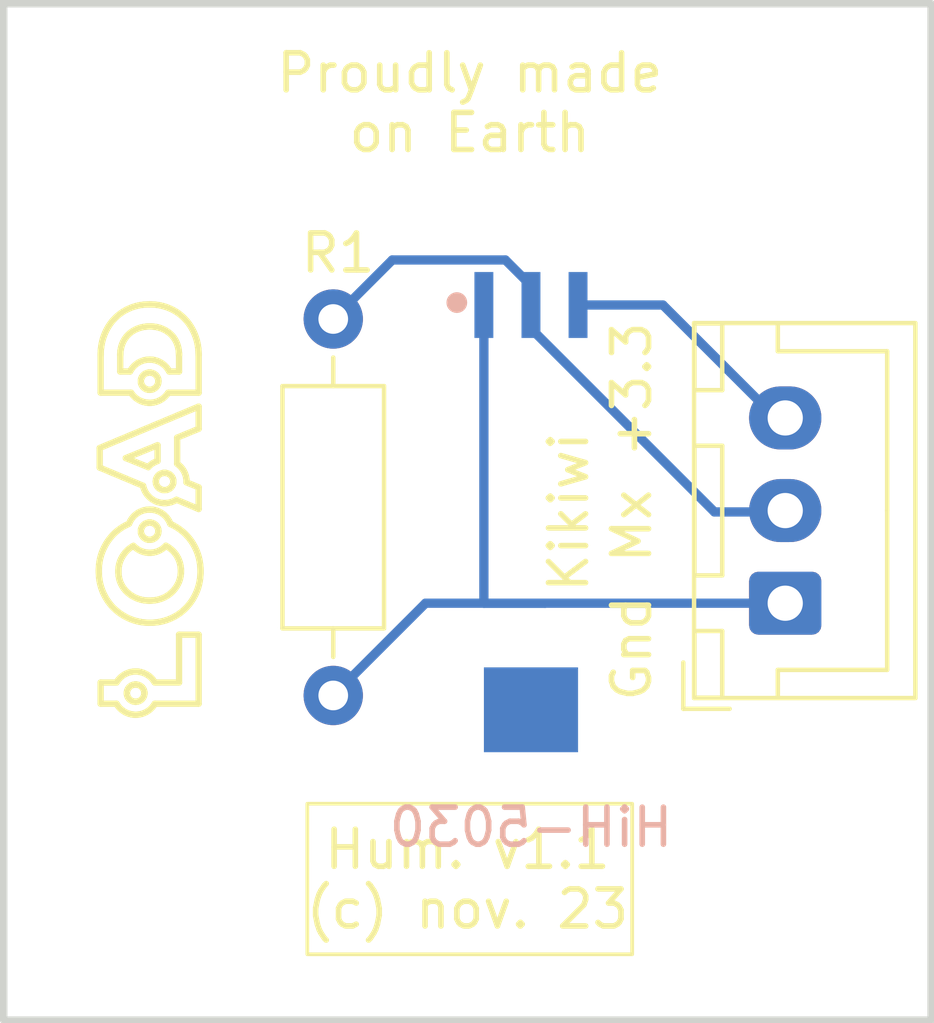
<source format=kicad_pcb>
(kicad_pcb (version 20221018) (generator pcbnew)
  (title_block (title "UBPE Humidity board 2024 (THT version)") (date "2023-11-06") (rev "1.1") (company "L0AD") (comment 1 "connected to CNES Kikiwi board, 3.3V") (comment 2 "HiH-5030 humidity sensor"))
  (layers (0 "F.Cu" signal) (31 "B.Cu" signal) (34 "B.Paste" user) (35 "F.Paste" user) (36 "B.SilkS" user "B.Silkscreen") (37 "F.SilkS" user "F.Silkscreen") (38 "B.Mask" user) (39 "F.Mask" user) (44 "Edge.Cuts" user))
  (net 0 "")
  (net 1 "GND")
  (net 2 "Net-(J5-Pin_2)")
  (net 3 "+3.3V")
  (footprint "MountingHole:MountingHole_3.2mm_M3" (layer "F.Cu") (at 57.6565 24.508 -90)
    (fp_text reference "REF**" hide)
    (fp_text value "MountingHole_3.2mm_M3" hide)
  )
  (footprint "Resistor_THT:R_Axial_DIN0207_L6.3mm_D2.5mm_P10.16mm_Horizontal" (layer "F.Cu") (at 62.6095 39.367 90)
    (fp_text reference "R1")
    (fp_text value "65k" hide)
  )
  (footprint "MountingHole:MountingHole_3.2mm_M3" (layer "F.Cu") (at 57.6565 44.32 -90)
    (fp_text reference "REF**" hide)
    (fp_text value "MountingHole_3.2mm_M3" hide)
  )
  (footprint "MountingHole:MountingHole_3.2mm_M3" (layer "F.Cu") (at 74.8015 24.508 -90)
    (fp_text reference "REF**" hide)
    (fp_text value "MountingHole_3.2mm_M3" hide)
  )
  (footprint "Connector_JST:JST_XH_B3B-XH-A_1x03_P2.50mm_Vertical" (layer "F.Cu") (at 74.803 36.877 90)
    (fp_text reference "J5" hide)
    (fp_text value "Kikiwi")
  )
  (footprint "MountingHole:MountingHole_3.2mm_M3" (layer "F.Cu") (at 74.8015 44.32 -90)
    (fp_text reference "REF**" hide)
    (fp_text value "MountingHole_3.2mm_M3" hide)
  )
  (footprint "L0AD:HiH-5030" (layer "B.Cu") (at 67.9435 34.164)
    (fp_text reference "U1" hide)
    (fp_text value "HIH-5030-001")
  )
  (gr_line (start 57.411108 39.497016) (end 57.401504 39.503089) (stroke (width 0.170004)) (layer "F.SilkS"))
  (gr_line (start 58.91129 29.727621) (end 58.900513 29.694999) (stroke (width 0.170004)) (layer "F.SilkS"))
  (gr_line (start 58.345641 37.228872) (end 58.373922 37.212479) (stroke (width 0.170004)) (layer "F.SilkS"))
  (gr_line (start 57.515177 39.315483) (end 57.514262 39.327334) (stroke (width 0.170004)) (layer "F.SilkS"))
  (gr_line (start 57.807052 34.75305) (end 57.815641 34.760388) (stroke (width 0.170004)) (layer "F.SilkS"))
  (gr_line (start 57.823862 35.098189) (end 57.815641 35.105918) (stroke (width 0.170004)) (layer "F.SilkS"))
  (gr_line (start 57.586126 30.662721) (end 57.597357 30.659575) (stroke (width 0.170004)) (layer "F.SilkS"))
  (gr_line (start 57.19714 38.725449) (end 57.157551 38.7322) (stroke (width 0.170004)) (layer "F.SilkS"))
  (gr_line (start 58.172214 33.797494) (end 58.162008 33.80265) (stroke (width 0.170004)) (layer "F.SilkS"))
  (gr_line (start 58.496015 35.924561) (end 58.497792 35.945452) (stroke (width 0.170004)) (layer "F.SilkS"))
  (gr_line (start 58.036876 30.438638) (end 58.021222 30.426111) (stroke (width 0.170004)) (layer "F.SilkS"))
  (gr_line (start 58.354572 34.810073) (end 58.327419 34.794617) (stroke (width 0.170004)) (layer "F.SilkS"))
  (gr_line (start 57.668679 30.652528) (end 57.680697 30.65343) (stroke (width 0.170004)) (layer "F.SilkS"))
  (gr_line (start 58.483834 35.843037) (end 58.487641 35.863112) (stroke (width 0.170004)) (layer "F.SilkS"))
  (gr_line (start 58.083598 33.824467) (end 58.07158 33.825369) (stroke (width 0.170004)) (layer "F.SilkS"))
  (gr_line (start 58.938795 29.827809) (end 58.93043 29.794026) (stroke (width 0.170004)) (layer "F.SilkS"))
  (gr_line (start 57.430441 30.955035) (end 57.427251 30.94396) (stroke (width 0.170004)) (layer "F.SilkS"))
  (gr_line (start 57.343881 36.756852) (end 57.324862 36.749816) (stroke (width 0.170004)) (layer "F.SilkS"))
  (gr_line (start 57.370901 39.088408) (end 57.381386 39.093083) (stroke (width 0.170004)) (layer "F.SilkS"))
  (gr_line (start 57.798109 34.74612) (end 57.807052 34.75305) (stroke (width 0.170004)) (layer "F.SilkS"))
  (gr_line (start 56.926837 35.609291) (end 56.937292 35.592623) (stroke (width 0.170004)) (layer "F.SilkS"))
  (gr_line (start 57.424607 30.838608) (end 57.427251 30.827317) (stroke (width 0.170004)) (layer "F.SilkS"))
  (gr_line (start 57.278911 34.483819) (end 57.245851 34.512984) (stroke (width 0.170004)) (layer "F.SilkS"))
  (gr_line (start 57.042076 39.303474) (end 57.042384 39.291466) (stroke (width 0.170004)) (layer "F.SilkS"))
  (gr_line (start 56.959324 35.560207) (end 56.970902 35.544462) (stroke (width 0.170004)) (layer "F.SilkS"))
  (gr_line (start 57.076353 39.424492) (end 57.070652 39.414718) (stroke (width 0.170004)) (layer "F.SilkS"))
  (gr_line (start 58.306467 34.122788) (end 58.325089 34.113975) (stroke (width 0.170004)) (layer "F.SilkS"))
  (gr_line (start 57.82446 36.793395) (end 57.80401 36.7968) (stroke (width 0.170004)) (layer "F.SilkS"))
  (gr_line (start 56.813188 35.995699) (end 56.813976 35.974317) (stroke (width 0.170004)) (layer "F.SilkS"))
  (gr_line (start 58.381298 34.826096) (end 58.354572 34.810073) (stroke (width 0.170004)) (layer "F.SilkS"))
  (gr_line (start 57.411108 39.109933) (end 57.420389 39.116442) (stroke (width 0.170004)) (layer "F.SilkS"))
  (gr_line (start 56.355661 36.470823) (end 56.367067 36.50376) (stroke (width 0.170004)) (layer "F.SilkS"))
  (gr_line (start 57.013118 32.9603) (end 57.870543 32.613654) (stroke (width 0.170004)) (layer "F.SilkS"))
  (gr_line (start 57.072986 36.600231) (end 57.058444 36.587419) (stroke (width 0.170004)) (layer "F.SilkS"))
  (gr_line (start 56.923686 36.425706) (end 56.913789 36.409052) (stroke (width 0.170004)) (layer "F.SilkS"))
  (gr_line (start 58.07158 33.359147) (end 58.083598 33.360049) (stroke (width 0.170004)) (layer "F.SilkS"))
  (gr_line (start 57.032821 37.257032) (end 57.06264 37.271674) (stroke (width 0.170004)) (layer "F.SilkS"))
  (gr_line (start 58.287492 34.130976) (end 58.306467 34.122788) (stroke (width 0.170004)) (layer "F.SilkS"))
  (gr_line (start 58.325089 34.113975) (end 58.343344 34.10455) (stroke (width 0.170004)) (layer "F.SilkS"))
  (gr_line (start 58.047225 33.825369) (end 58.035207 33.824467) (stroke (width 0.170004)) (layer "F.SilkS"))
  (gr_line (start 56.967204 36.489033) (end 56.955736 36.473691) (stroke (width 0.170004)) (layer "F.SilkS"))
  (gr_line (start 57.486909 39.192231) (end 57.492137 39.202295) (stroke (width 0.170004)) (layer "F.SilkS"))
  (gr_line (start 57.59781 31.466346) (end 57.617205 31.467912) (stroke (width 0.170004)) (layer "F.SilkS"))
  (gr_line (start 57.6565 30.302102) (end 57.613443 30.303624) (stroke (width 0.170004)) (layer "F.SilkS"))
  (gr_line (start 57.501118 39.383716) (end 57.496878 39.394315) (stroke (width 0.170004)) (layer "F.SilkS"))
  (gr_line (start 58.877784 35.364641) (end 58.862094 35.334607) (stroke (width 0.170004)) (layer "F.SilkS"))
  (gr_line (start 58.172214 33.387023) (end 58.182126 33.392644) (stroke (width 0.170004)) (layer "F.SilkS"))
  (gr_line (start 57.715645 30.659575) (end 57.726876 30.662721) (stroke (width 0.170004)) (layer "F.SilkS"))
  (gr_line (start 57.47386 34.784694) (end 57.481301 34.776224) (stroke (width 0.170004)) (layer "F.SilkS"))
  (gr_line (start 58.23727 28.9383) (end 58.207766 28.924845) (stroke (width 0.170004)) (layer "F.SilkS"))
  (gr_line (start 58.900513 29.694999) (end 58.888929 29.662762) (stroke (width 0.170004)) (layer "F.SilkS"))
  (gr_line (start 58.066831 30.465205) (end 58.052084 30.451674) (stroke (width 0.170004)) (layer "F.SilkS"))
  (gr_line (start 57.900263 33.765023) (end 57.892041 33.757294) (stroke (width 0.170004)) (layer "F.SilkS"))
  (gr_line (start 58.26183 33.713276) (end 58.255672 33.722747) (stroke (width 0.170004)) (layer "F.SilkS"))
  (gr_line (start 57.699469 37.403473) (end 57.734604 37.402268) (stroke (width 0.170004)) (layer "F.SilkS"))
  (gr_line (start 58.978522 31.196031) (end 58.978522 30.187132) (stroke (width 0.170004)) (layer "F.SilkS"))
  (gr_line (start 57.748518 33.095672) (end 57.732391 33.105875) (stroke (width 0.170004)) (layer "F.SilkS"))
  (gr_line (start 57.85277 35.063641) (end 57.84617 35.072793) (stroke (width 0.170004)) (layer "F.SilkS"))
  (gr_line (start 57.278781 39.07006) (end 57.290958 39.070363) (stroke (width 0.170004)) (layer "F.SilkS"))
  (gr_line (start 57.597357 35.159217) (end 57.586126 35.156071) (stroke (width 0.170004)) (layer "F.SilkS"))
  (gr_line (start 57.242742 39.07275) (end 57.254585 39.071265) (stroke (width 0.170004)) (layer "F.SilkS"))
  (gr_line (start 57.159801 28.899954) (end 57.129708 28.912042) (stroke (width 0.170004)) (layer "F.SilkS"))
  (gr_line (start 57.461525 36.789536) (end 57.441503 36.785224) (stroke (width 0.170004)) (layer "F.SilkS"))
  (gr_line (start 57.54369 30.680403) (end 57.553896 30.675248) (stroke (width 0.170004)) (layer "F.SilkS"))
  (gr_line (start 56.865355 30.12212) (end 56.866959 30.101254) (stroke (width 0.170004)) (layer "F.SilkS"))
  (gr_line (start 57.878838 30.96588) (end 57.874599 30.976479) (stroke (width 0.170004)) (layer "F.SilkS"))
  (gr_line (start 57.508031 39.361796) (end 57.50484 39.372871) (stroke (width 0.170004)) (layer "F.SilkS"))
  (gr_line (start 58.964247 29.966836) (end 58.959083 29.931494) (stroke (width 0.170004)) (layer "F.SilkS"))
  (gr_line (start 58.597276 29.194871) (end 58.574834 29.172333) (stroke (width 0.170004)) (layer "F.SilkS"))
  (gr_line (start 57.062473 35.442941) (end 57.08064 35.426553) (stroke (width 0.170004)) (layer "F.SilkS"))
  (gr_line (start 57.592761 35.513338) (end 57.624411 35.515845) (stroke (width 0.170004)) (layer "F.SilkS"))
  (gr_line (start 57.54369 31.090874) (end 57.533778 31.085253) (stroke (width 0.170004)) (layer "F.SilkS"))
  (gr_line (start 57.434164 35.013394) (end 57.430441 35.00255) (stroke (width 0.170004)) (layer "F.SilkS"))
  (gr_line (start 57.864629 34.821909) (end 57.869857 34.831974) (stroke (width 0.170004)) (layer "F.SilkS"))
  (gr_line (start 57.928952 34.161563) (end 57.954335 34.16662) (stroke (width 0.170004)) (layer "F.SilkS"))
  (gr_line (start 58.68135 29.290588) (end 58.661213 29.265823) (stroke (width 0.170004)) (layer "F.SilkS"))
  (gr_line (start 56.597039 35.110278) (end 56.576724 35.135865) (stroke (width 0.170004)) (layer "F.SilkS"))
  (gr_line (start 57.355372 29.458627) (end 57.374002 29.45216) (stroke (width 0.170004)) (layer "F.SilkS"))
  (gr_line (start 57.089112 39.163834) (end 57.09614 39.155016) (stroke (width 0.170004)) (layer "F.SilkS"))
  (gr_line (start 57.340302 38.723055) (end 57.319981 38.72133) (stroke (width 0.170004)) (layer "F.SilkS"))
  (gr_line (start 58.450336 35.72686) (end 58.457188 35.745714) (stroke (width 0.170004)) (layer "F.SilkS"))
  (gr_line (start 58.236487 36.597162) (end 58.221651 36.610004) (stroke (width 0.170004)) (layer "F.SilkS"))
  (gr_line (start 57.381386 39.513866) (end 57.370901 39.518541) (stroke (width 0.170004)) (layer "F.SilkS"))
  (gr_line (start 56.33448 39.589035) (end 56.762563 39.589035) (stroke (width 0.170004)) (layer "F.SilkS"))
  (gr_line (start 58.218542 33.419493) (end 58.226764 33.427223) (stroke (width 0.170004)) (layer "F.SilkS"))
  (gr_line (start 57.671638 33.151526) (end 57.657448 33.164093) (stroke (width 0.170004)) (layer "F.SilkS"))
  (gr_line (start 56.33448 39.017914) (end 56.33448 39.589035) (stroke (width 0.170004)) (layer "F.SilkS"))
  (gr_line (start 58.023029 28.859401) (end 57.991204 28.851212) (stroke (width 0.170004)) (layer "F.SilkS"))
  (gr_line (start 58.619175 29.217964) (end 58.597276 29.194871) (stroke (width 0.170004)) (layer "F.SilkS"))
  (gr_line (start 57.613665 29.409079) (end 57.63498 29.408399) (stroke (width 0.170004)) (layer "F.SilkS"))
  (gr_line (start 57.099261 35.410734) (end 57.118343 35.39549) (stroke (width 0.170004)) (layer "F.SilkS"))
  (gr_line (start 57.304164 31.354586) (end 57.33437 31.375292) (stroke (width 0.170004)) (layer "F.SilkS"))
  (gr_line (start 57.443144 30.78446) (end 57.448373 30.774396) (stroke (width 0.170004)) (layer "F.SilkS"))
  (gr_line (start 57.564381 31.100705) (end 57.553896 31.09603) (stroke (width 0.170004)) (layer "F.SilkS"))
  (gr_line (start 56.856043 36.283645) (end 56.849683 36.264658) (stroke (width 0.170004)) (layer "F.SilkS"))
  (gr_line (start 57.888395 34.886122) (end 57.890477 34.897614) (stroke (width 0.170004)) (layer "F.SilkS"))
  (gr_line (start 57.216553 36.699567) (end 57.199477 36.68995) (stroke (width 0.170004)) (layer "F.SilkS"))
  (gr_line (start 57.251541 36.717737) (end 57.233907 36.70883) (stroke (width 0.170004)) (layer "F.SilkS"))
  (gr_line (start 57.50595 34.75305) (end 57.514893 34.74612) (stroke (width 0.170004)) (layer "F.SilkS"))
  (gr_line (start 58.794131 36.810964) (end 58.812082 36.783247) (stroke (width 0.170004)) (layer "F.SilkS"))
  (gr_line (start 58.533012 37.100602) (end 58.557764 37.07972) (stroke (width 0.170004)) (layer "F.SilkS"))
  (gr_line (start 57.841305 33.501418) (end 57.846046 33.491079) (stroke (width 0.170004)) (layer "F.SilkS"))
  (gr_line (start 56.946151 37.209353) (end 56.974576 37.225872) (stroke (width 0.170004)) (layer "F.SilkS"))
  (gr_line (start 57.043298 39.279615) (end 57.044804 39.267936) (stroke (width 0.170004)) (layer "F.SilkS"))
  (gr_line (start 57.422524 34.897614) (end 57.424607 34.886122) (stroke (width 0.170004)) (layer "F.SilkS"))
  (gr_line (start 56.451333 36.692103) (end 56.46761 36.721616) (stroke (width 0.170004)) (layer "F.SilkS"))
  (gr_line (start 56.489712 29.508655) (end 56.475064 29.538396) (stroke (width 0.170004)) (layer "F.SilkS"))
  (gr_line (start 57.852216 33.045452) (end 57.834168 33.052457) (stroke (width 0.170004)) (layer "F.SilkS"))
  (gr_line (start 57.427251 30.827317) (end 57.430441 30.816242) (stroke (width 0.170004)) (layer "F.SilkS"))
  (gr_line (start 58.103106 34.174231) (end 58.12464 34.172296) (stroke (width 0.170004)) (layer "F.SilkS"))
  (gr_line (start 57.457593 38.747065) (end 57.438655 38.741494) (stroke (width 0.170004)) (layer "F.SilkS"))
  (gr_line (start 56.871535 30.060229) (end 56.874504 30.040068) (stroke (width 0.170004)) (layer "F.SilkS"))
  (gr_line (start 58.379292 35.585684) (end 58.389576 35.602198) (stroke (width 0.170004)) (layer "F.SilkS"))
  (gr_line (start 57.258091 39.886662) (end 57.278781 39.887012) (stroke (width 0.170004)) (layer "F.SilkS"))
  (gr_line (start 57.437921 39.47624) (end 57.429331 39.483577) (stroke (width 0.170004)) (layer "F.SilkS"))
  (gr_line (start 57.138105 39.870414) (end 57.157551 39.874749) (stroke (width 0.170004)) (layer "F.SilkS"))
  (gr_line (start 58.070139 34.515918) (end 58.053845 34.500787) (stroke (width 0.170004)) (layer "F.SilkS"))
  (gr_line (start 58.793093 35.220018) (end 58.774285 35.192755) (stroke (width 0.170004)) (layer "F.SilkS"))
  (gr_line (start 57.645496 38.8455) (end 57.630174 38.833947) (stroke (width 0.170004)) (layer "F.SilkS"))
  (gr_line (start 57.441503 36.785224) (end 57.421645 36.780457) (stroke (width 0.170004)) (layer "F.SilkS"))
  (gr_line (start 57.044823 39.839609) (end 57.062915 39.846949) (stroke (width 0.170004)) (layer "F.SilkS"))
  (gr_line (start 57.62109 37.403464) (end 57.656501 37.403875) (stroke (width 0.170004)) (layer "F.SilkS"))
  (gr_line (start 56.930477 34.819613) (end 56.903746 34.836274) (stroke (width 0.170004)) (layer "F.SilkS"))
  (gr_line (start 57.08064 35.426553) (end 57.099261 35.410734) (stroke (width 0.170004)) (layer "F.SilkS"))
  (gr_line (start 57.751103 34.357036) (end 57.727855 34.353817) (stroke (width 0.170004)) (layer "F.SilkS"))
  (gr_line (start 58.386475 36.418647) (end 58.376042 36.435187) (stroke (width 0.170004)) (layer "F.SilkS"))
  (gr_line (start 57.434164 30.96588) (end 57.430441 30.955035) (stroke (width 0.170004)) (layer "F.SilkS"))
  (gr_line (start 57.956798 33.381867) (end 57.967282 33.377191) (stroke (width 0.170004)) (layer "F.SilkS"))
  (gr_line (start 57.341292 30.391712) (end 57.307867 30.414105) (stroke (width 0.170004)) (layer "F.SilkS"))
  (gr_line (start 57.186354 37.323622) (end 57.218116 37.334667) (stroke (width 0.170004)) (layer "F.SilkS"))
  (gr_line (start 57.23758 38.72133) (end 57.19714 38.725449) (stroke (width 0.170004)) (layer "F.SilkS"))
  (gr_line (start 57.12823 39.483577) (end 57.11964 39.47624) (stroke (width 0.170004)) (layer "F.SilkS"))
  (gr_line (start 57.489139 30.720603) (end 57.497361 30.712874) (stroke (width 0.170004)) (layer "F.SilkS"))
  (gr_line (start 57.839142 30.737181) (end 57.84617 30.745999) (stroke (width 0.170004)) (layer "F.SilkS"))
  (gr_line (start 58.145944 34.169611) (end 58.167005 34.16619) (stroke (width 0.170004)) (layer "F.SilkS"))
  (gr_line (start 57.424607 34.886122) (end 57.427251 34.874831) (stroke (width 0.170004)) (layer "F.SilkS"))
  (gr_line (start 56.780977 29.129199) (end 56.757562 29.150443) (stroke (width 0.170004)) (layer "F.SilkS"))
  (gr_line (start 57.90988 29.440542) (end 57.92864 29.446131) (stroke (width 0.170004)) (layer "F.SilkS"))
  (gr_line (start 57.78181 33.076793) (end 57.764995 33.085974) (stroke (width 0.170004)) (layer "F.SilkS"))
  (gr_line (start 57.10358 39.146546) (end 57.111419 39.138439) (stroke (width 0.170004)) (layer "F.SilkS"))
  (gr_line (start 57.511654 28.818458) (end 57.478103 28.821967) (stroke (width 0.170004)) (layer "F.SilkS"))
  (gr_line (start 57.082511 39.433963) (end 57.076353 39.424492) (stroke (width 0.170004)) (layer "F.SilkS"))
  (gr_line (start 57.869857 34.831974) (end 57.874599 34.842312) (stroke (width 0.170004)) (layer "F.SilkS"))
  (gr_line (start 58.478952 36.198396) (end 58.473984 36.218156) (stroke (width 0.170004)) (layer "F.SilkS"))
  (gr_line (start 57.918648 30.362361) (end 57.900236 30.35376) (stroke (width 0.170004)) (layer "F.SilkS"))
  (gr_line (start 56.921457 29.869042) (end 56.928958 29.851237) (stroke (width 0.170004)) (layer "F.SilkS"))
  (gr_line (start 58.095442 33.822983) (end 58.083598 33.824467) (stroke (width 0.170004)) (layer "F.SilkS"))
  (gr_line (start 58.309399 35.493624) (end 58.322018 35.508129) (stroke (width 0.170004)) (layer "F.SilkS"))
  (gr_line (start 58.49094 35.883392) (end 58.493731 35.903875) (stroke (width 0.170004)) (layer "F.SilkS"))
  (gr_line (start 58.862365 36.69684) (end 58.877938 36.666951) (stroke (width 0.170004)) (layer "F.SilkS"))
  (gr_line (start 57.92864 29.446131) (end 57.947139 29.45216) (stroke (width 0.170004)) (layer "F.SilkS"))
  (gr_line (start 57.94473 34.423428) (end 57.924821 34.412941) (stroke (width 0.170004)) (layer "F.SilkS"))
  (gr_line (start 56.537876 35.188657) (end 56.519342 35.215858) (stroke (width 0.170004)) (layer "F.SilkS"))
  (gr_line (start 57.448373 30.996882) (end 57.443144 30.986818) (stroke (width 0.170004)) (layer "F.SilkS"))
  (gr_line (start 56.815289 35.953146) (end 56.817128 35.932185) (stroke (width 0.170004)) (layer "F.SilkS"))
  (gr_line (start 57.982598 36.749816) (end 57.963355 36.756852) (stroke (width 0.170004)) (layer "F.SilkS"))
  (gr_line (start 57.315074 37.362905) (end 57.347953 37.370685) (stroke (width 0.170004)) (layer "F.SilkS"))
  (gr_line (start 57.75277 38.954064) (end 57.740957 38.939031) (stroke (width 0.170004)) (layer "F.SilkS"))
  (gr_line (start 57.597357 30.659575) (end 57.608808 30.656968) (stroke (width 0.170004)) (layer "F.SilkS"))
  (gr_line (start 57.467708 31.438884) (end 57.485617 31.444506) (stroke (width 0.170004)) (layer "F.SilkS"))
  (gr_line (start 57.748622 34.718086) (end 57.759106 34.722761) (stroke (width 0.170004)) (layer "F.SilkS"))
  (gr_line (start 57.632306 30.65343) (end 57.644324 30.652528) (stroke (width 0.170004)) (layer "F.SilkS"))
  (gr_line (start 58.811278 35.247834) (end 58.793093 35.220018) (stroke (width 0.170004)) (layer "F.SilkS"))
  (gr_line (start 58.008838 31.354586) (end 58.037633 31.332113) (stroke (width 0.170004)) (layer "F.SilkS"))
  (gr_line (start 57.111419 39.138439) (end 57.11964 39.130709) (stroke (width 0.170004)) (layer "F.SilkS"))
  (gr_line (start 58.504495 29.108601) (end 58.480043 29.088652) (stroke (width 0.170004)) (layer "F.SilkS"))
  (gr_line (start 57.680697 30.65343) (end 57.69254 30.654915) (stroke (width 0.170004)) (layer "F.SilkS"))
  (gr_line (start 57.823311 30.325618) (end 57.803327 30.320213) (stroke (width 0.170004)) (layer "F.SilkS"))
  (gr_line (start 57.461421 39.451933) (end 57.453981 39.460403) (stroke (width 0.170004)) (layer "F.SilkS"))
  (gr_line (start 58.037633 31.332113) (end 58.064935 31.307955) (stroke (width 0.170004)) (layer "F.SilkS"))
  (gr_line (start 58.46849 36.237665) (end 58.462469 36.256921) (stroke (width 0.170004)) (layer "F.SilkS"))
  (gr_line (start 57.09614 39.155016) (end 57.10358 39.146546) (stroke (width 0.170004)) (layer "F.SilkS"))
  (gr_line (start 58.835848 29.538395) (end 58.821076 29.508654) (stroke (width 0.170004)) (layer "F.SilkS"))
  (gr_line (start 57.794999 39.589035) (end 58.978522 39.589035) (stroke (width 0.170004)) (layer "F.SilkS"))
  (gr_line (start 57.042384 39.315483) (end 57.042076 39.303474) (stroke (width 0.170004)) (layer "F.SilkS"))
  (gr_line (start 57.656501 28.812219) (end 57.648947 28.812219) (stroke (width 0.170004)) (layer "F.SilkS"))
  (gr_line (start 56.937292 35.592623) (end 56.948121 35.576261) (stroke (width 0.170004)) (layer "F.SilkS"))
  (gr_line (start 58.525262 33.232312) (end 58.502968 33.205912) (stroke (width 0.170004)) (layer "F.SilkS"))
  (gr_line (start 57.31482 39.534199) (end 57.302976 39.535684) (stroke (width 0.170004)) (layer "F.SilkS"))
  (gr_line (start 57.874599 30.794799) (end 57.878838 30.805397) (stroke (width 0.170004)) (layer "F.SilkS"))
  (gr_line (start 57.783405 36.79975) (end 57.762646 36.802247) (stroke (width 0.170004)) (layer "F.SilkS"))
  (gr_line (start 58.435799 30.020141) (end 58.439072 30.040068) (stroke (width 0.170004)) (layer "F.SilkS"))
  (gr_line (start 58.182126 33.791872) (end 58.172214 33.797494) (stroke (width 0.170004)) (layer "F.SilkS"))
  (gr_line (start 57.23758 39.885619) (end 57.258091 39.886662) (stroke (width 0.170004)) (layer "F.SilkS"))
  (gr_line (start 58.605759 37.036056) (end 58.629004 37.013278) (stroke (width 0.170004)) (layer "F.SilkS"))
  (gr_line (start 57.04953 39.361796) (end 57.046886 39.350505) (stroke (width 0.170004)) (layer "F.SilkS"))
  (gr_line (start 58.499816 36.031338) (end 58.499036 36.053086) (stroke (width 0.170004)) (layer "F.SilkS"))
  (gr_line (start 57.737873 35.1524) (end 57.726876 35.156071) (stroke (width 0.170004)) (layer "F.SilkS"))
  (gr_line (start 57.481301 35.090081) (end 57.47386 35.081611) (stroke (width 0.170004)) (layer "F.SilkS"))
  (gr_line (start 58.346095 35.538147) (end 58.35755 35.553658) (stroke (width 0.170004)) (layer "F.SilkS"))
  (gr_line (start 56.461014 29.568686) (end 56.44756 29.599524) (stroke (width 0.170004)) (layer "F.SilkS"))
  (gr_line (start 58.738214 29.368214) (end 58.719852 29.341784) (stroke (width 0.170004)) (layer "F.SilkS"))
  (gr_line (start 58.266267 28.952407) (end 58.23727 28.9383) (stroke (width 0.170004)) (layer "F.SilkS"))
  (gr_line (start 58.081356 34.175402) (end 58.103106 34.174231) (stroke (width 0.170004)) (layer "F.SilkS"))
  (gr_line (start 56.753205 34.948896) (end 56.729752 34.969779) (stroke (width 0.170004)) (layer "F.SilkS"))
  (gr_line (start 57.681934 34.041706) (end 57.701487 34.057013) (stroke (width 0.170004)) (layer "F.SilkS"))
  (gr_line (start 58.978522 37.726682) (end 58.449713 37.726682) (stroke (width 0.170004)) (layer "F.SilkS"))
  (gr_line (start 57.514893 30.698606) (end 57.524173 30.692097) (stroke (width 0.170004)) (layer "F.SilkS"))
  (gr_line (start 57.360422 39.8815) (end 57.40001 39.874749) (stroke (width 0.170004)) (layer "F.SilkS"))
  (gr_line (start 58.2775 33.501418) (end 58.28174 33.512017) (stroke (width 0.170004)) (layer "F.SilkS"))
  (gr_line (start 57.508031 39.245153) (end 57.510674 39.256444) (stroke (width 0.170004)) (layer "F.SilkS"))
  (gr_line (start 57.003466 37.241765) (end 57.032821 37.257032) (stroke (width 0.170004)) (layer "F.SilkS"))
  (gr_line (start 57.09843 29.611464) (end 57.112058 29.599316) (stroke (width 0.170004)) (layer "F.SilkS"))
  (gr_line (start 57.510674 39.256444) (end 57.512757 39.267936) (stroke (width 0.170004)) (layer "F.SilkS"))
  (gr_line (start 56.826367 34.889871) (end 56.801512 34.908943) (stroke (width 0.170004)) (layer "F.SilkS"))
  (gr_line (start 56.819328 36.12474) (end 56.817025 36.10375) (stroke (width 0.170004)) (layer "F.SilkS"))
  (gr_line (start 58.011709 33.820929) (end 58.000259 33.818322) (stroke (width 0.170004)) (layer "F.SilkS"))
  (gr_line (start 56.870275 36.320869) (end 56.862908 36.302382) (stroke (width 0.170004)) (layer "F.SilkS"))
  (gr_line (start 57.514893 31.072671) (end 57.50595 31.065741) (stroke (width 0.170004)) (layer "F.SilkS"))
  (gr_line (start 57.0813 39.853711) (end 57.099968 39.859884) (stroke (width 0.170004)) (layer "F.SilkS"))
  (gr_line (start 58.490701 36.137611) (end 58.487309 36.158122) (stroke (width 0.170004)) (layer "F.SilkS"))
  (gr_line (start 58.978522 33.749689) (end 58.650912 33.615103) (stroke (width 0.170004)) (layer "F.SilkS"))
  (gr_line (start 57.099968 28.924845) (end 57.070713 28.9383) (stroke (width 0.170004)) (layer "F.SilkS"))
  (gr_line (start 57.434164 34.852911) (end 57.438403 34.842312) (stroke (width 0.170004)) (layer "F.SilkS"))
  (gr_line (start 57.251987 28.868369) (end 57.220941 28.878118) (stroke (width 0.170004)) (layer "F.SilkS"))
  (gr_line (start 58.226764 33.427223) (end 58.234602 33.43533) (stroke (width 0.170004)) (layer "F.SilkS"))
  (gr_line (start 57.427251 34.991475) (end 57.424607 34.980184) (stroke (width 0.170004)) (layer "F.SilkS"))
  (gr_line (start 56.484506 36.750576) (end 56.502023 36.778983) (stroke (width 0.170004)) (layer "F.SilkS"))
  (gr_line (start 57.314129 34.457135) (end 57.278911 34.483819) (stroke (width 0.170004)) (layer "F.SilkS"))
  (gr_line (start 57.319981 39.885619) (end 57.360422 39.8815) (stroke (width 0.170004)) (layer "F.SilkS"))
  (gr_line (start 57.497361 30.712874) (end 57.50595 30.705537) (stroke (width 0.170004)) (layer "F.SilkS"))
  (gr_line (start 57.575129 30.666392) (end 57.586126 30.662721) (stroke (width 0.170004)) (layer "F.SilkS"))
  (gr_line (start 57.283348 28.859401) (end 57.251987 28.868369) (stroke (width 0.170004)) (layer "F.SilkS"))
  (gr_line (start 57.831701 30.728711) (end 57.839142 30.737181) (stroke (width 0.170004)) (layer "F.SilkS"))
  (gr_line (start 58.051375 35.36783) (end 58.0733 35.347442) (stroke (width 0.170004)) (layer "F.SilkS"))
  (gr_line (start 58.579817 34.974592) (end 58.556482 34.954062) (stroke (width 0.170004)) (layer "F.SilkS"))
  (gr_line (start 57.500898 35.496284) (end 57.53096 35.503514) (stroke (width 0.170004)) (layer "F.SilkS"))
  (gr_line (start 58.378627 29.833762) (end 58.386284 29.851237) (stroke (width 0.170004)) (layer "F.SilkS"))
  (gr_line (start 58.64098 33.483906) (end 58.633242 33.449167) (stroke (width 0.170004)) (layer "F.SilkS"))
  (gr_line (start 57.597357 34.707089) (end 57.608808 34.704482) (stroke (width 0.170004)) (layer "F.SilkS"))
  (gr_line (start 58.90731 36.605536) (end 58.921109 36.57401) (stroke (width 0.170004)) (layer "F.SilkS"))
  (gr_line (start 57.502059 36.7968) (end 57.481711 36.793395) (stroke (width 0.170004)) (layer "F.SilkS"))
  (gr_line (start 57.908852 33.772361) (end 57.900263 33.765023) (stroke (width 0.170004)) (layer "F.SilkS"))
  (gr_line (start 57.21509 34.544489) (end 57.18677 34.578196) (stroke (width 0.170004)) (layer "F.SilkS"))
  (gr_line (start 57.839142 34.784694) (end 57.84617 34.793513) (stroke (width 0.170004)) (layer "F.SilkS"))
  (gr_line (start 58.487309 36.158122) (end 58.483393 36.178384) (stroke (width 0.170004)) (layer "F.SilkS"))
  (gr_line (start 57.783069 30.315486) (end 57.76255 30.311451) (stroke (width 0.170004)) (layer "F.SilkS"))
  (gr_line (start 57.10358 39.460403) (end 57.09614 39.451933) (stroke (width 0.170004)) (layer "F.SilkS"))
  (gr_line (start 56.318447 36.335438) (end 56.326488 36.369831) (stroke (width 0.170004)) (layer "F.SilkS"))
  (gr_line (start 57.823006 33.604266) (end 57.822698 33.592258) (stroke (width 0.170004)) (layer "F.SilkS"))
  (gr_line (start 58.293379 33.627796) (end 58.291296 33.639289) (stroke (width 0.170004)) (layer "F.SilkS"))
  (gr_line (start 58.217526 35.407312) (end 58.236518 35.422859) (stroke (width 0.170004)) (layer "F.SilkS"))
  (gr_line (start 58.285462 33.522862) (end 58.288653 33.533937) (stroke (width 0.170004)) (layer "F.SilkS"))
  (gr_line (start 57.788829 35.126695) (end 57.779225 35.132767) (stroke (width 0.170004)) (layer "F.SilkS"))
  (gr_line (start 57.664055 37.403875) (end 57.699469 37.403473) (stroke (width 0.170004)) (layer "F.SilkS"))
  (gr_line (start 56.690358 29.217964) (end 56.669117 29.241615) (stroke (width 0.170004)) (layer "F.SilkS"))
  (gr_line (start 57.726876 35.156071) (end 57.715645 35.159217) (stroke (width 0.170004)) (layer "F.SilkS"))
  (gr_line (start 57.869857 30.986818) (end 57.864629 30.996882) (stroke (width 0.170004)) (layer "F.SilkS"))
  (gr_line (start 58.934104 35.490304) (end 58.921109 35.458088) (stroke (width 0.170004)) (layer "F.SilkS"))
  (gr_line (start 57.691334 28.812609) (end 57.656501 28.812219) (stroke (width 0.170004)) (layer "F.SilkS"))
  (gr_line (start 57.689029 38.882964) (end 57.674935 38.87002) (stroke (width 0.170004)) (layer "F.SilkS"))
  (gr_line (start 57.089112 39.443115) (end 57.082511 39.433963) (stroke (width 0.170004)) (layer "F.SilkS"))
  (gr_line (start 57.319981 38.72133) (end 57.29947 38.720287) (stroke (width 0.170004)) (layer "F.SilkS"))
  (gr_line (start 56.661553 35.036772) (end 56.639453 35.06073) (stroke (width 0.170004)) (layer "F.SilkS"))
  (gr_line (start 58.582387 33.318926) (end 58.56504 33.288887) (stroke (width 0.170004)) (layer "F.SilkS"))
  (gr_line (start 57.701487 34.057013) (end 57.721697 34.071512) (stroke (width 0.170004)) (layer "F.SilkS"))
  (gr_line (start 57.663063 34.025617) (end 57.681934 34.041706) (stroke (width 0.170004)) (layer "F.SilkS"))
  (gr_line (start 56.294725 36.194199) (end 56.299388 36.23006) (stroke (width 0.170004)) (layer "F.SilkS"))
  (gr_line (start 57.644898 34.00877) (end 57.663063 34.025617) (stroke (width 0.170004)) (layer "F.SilkS"))
  (gr_line (start 58.000259 33.818322) (end 57.989028 33.815176) (stroke (width 0.170004)) (layer "F.SilkS"))
  (gr_line (start 57.870543 32.613654) (end 57.870543 33.039017) (stroke (width 0.170004)) (layer "F.SilkS"))
  (gr_line (start 58.377195 29.015335) (end 58.350221 28.998628) (stroke (width 0.170004)) (layer "F.SilkS"))
  (gr_line (start 57.656501 35.51669) (end 57.688818 35.515836) (stroke (width 0.170004)) (layer "F.SilkS"))
  (gr_line (start 57.686016 29.408399) (end 57.707706 29.409079) (stroke (width 0.170004)) (layer "F.SilkS"))
  (gr_line (start 57.301021 29.480477) (end 57.318831 29.47283) (stroke (width 0.170004)) (layer "F.SilkS"))
  (gr_line (start 58.651744 36.98987) (end 58.673883 36.965926) (stroke (width 0.170004)) (layer "F.SilkS"))
  (gr_line (start 57.564381 35.14822) (end 57.553896 35.143544) (stroke (width 0.170004)) (layer "F.SilkS"))
  (gr_line (start 56.648477 29.265824) (end 56.628438 29.290589) (stroke (width 0.170004)) (layer "F.SilkS"))
  (gr_line (start 58.255062 35.438968) (end 58.269223 35.452127) (stroke (width 0.170004)) (layer "F.SilkS"))
  (gr_line (start 57.729126 29.41021) (end 57.750277 29.411792) (stroke (width 0.170004)) (layer "F.SilkS"))
  (gr_line (start 57.82392 33.616117) (end 57.823006 33.604266) (stroke (width 0.170004)) (layer "F.SilkS"))
  (gr_line (start 56.304897 35.753952) (end 56.299388 35.789307) (stroke (width 0.170004)) (layer "F.SilkS"))
  (gr_line (start 58.396537 36.401804) (end 58.386475 36.418647) (stroke (width 0.170004)) (layer "F.SilkS"))
  (gr_line (start 57.760084 28.815729) (end 57.725861 28.813779) (stroke (width 0.170004)) (layer "F.SilkS"))
  (gr_line (start 56.863685 37.15603) (end 56.890705 37.174433) (stroke (width 0.170004)) (layer "F.SilkS"))
  (gr_line (start 58.316853 37.244616) (end 58.345641 37.228872) (stroke (width 0.170004)) (layer "F.SilkS"))
  (gr_line (start 57.515177 39.291466) (end 57.515485 39.303474) (stroke (width 0.170004)) (layer "F.SilkS"))
  (gr_line (start 58.754855 35.166044) (end 58.734803 35.139884) (stroke (width 0.170004)) (layer "F.SilkS"))
  (gr_line (start 57.774053 34.361135) (end 57.751103 34.357036) (stroke (width 0.170004)) (layer "F.SilkS"))
  (gr_line (start 58.26183 33.471241) (end 58.267531 33.481015) (stroke (width 0.170004)) (layer "F.SilkS"))
  (gr_line (start 57.620462 35.163877) (end 57.608808 35.161824) (stroke (width 0.170004)) (layer "F.SilkS"))
  (gr_line (start 58.292608 29.691423) (end 58.303677 29.705912) (stroke (width 0.170004)) (layer "F.SilkS"))
  (gr_line (start 57.715645 35.159217) (end 57.704195 35.161824) (stroke (width 0.170004)) (layer "F.SilkS"))
  (gr_line (start 58.231642 29.623956) (end 58.244582 29.636786) (stroke (width 0.170004)) (layer "F.SilkS"))
  (gr_line (start 57.390469 34.411763) (end 57.351362 34.43307) (stroke (width 0.170004)) (layer "F.SilkS"))
  (gr_line (start 57.058444 36.587419) (end 57.044238 36.574318) (stroke (width 0.170004)) (layer "F.SilkS"))
  (gr_line (start 57.118308 36.636538) (end 57.102919 36.624791) (stroke (width 0.170004)) (layer "F.SilkS"))
  (gr_line (start 57.842671 35.487253) (end 57.871588 35.47698) (stroke (width 0.170004)) (layer "F.SilkS"))
  (gr_line (start 58.433094 36.331407) (end 58.424506 36.349461) (stroke (width 0.170004)) (layer "F.SilkS"))
  (gr_line (start 56.959181 39.794637) (end 56.975629 39.804696) (stroke (width 0.170004)) (layer "F.SilkS"))
  (gr_line (start 57.883691 34.394192) (end 57.862506 34.385966) (stroke (width 0.170004)) (layer "F.SilkS"))
  (gr_line (start 58.755982 29.395198) (end 58.738214 29.368214) (stroke (width 0.170004)) (layer "F.SilkS"))
  (gr_line (start 57.891983 30.861779) (end 57.892897 30.87363) (stroke (width 0.170004)) (layer "F.SilkS"))
  (gr_line (start 56.992429 39.814234) (end 57.009569 39.82324) (stroke (width 0.170004)) (layer "F.SilkS"))
  (gr_line (start 57.891983 34.909293) (end 57.892897 34.921145) (stroke (width 0.170004)) (layer "F.SilkS"))
  (gr_line (start 57.048261 35.456507) (end 57.062473 35.442941) (stroke (width 0.170004)) (layer "F.SilkS"))
  (gr_line (start 57.217259 39.883894) (end 57.23758 39.885619) (stroke (width 0.170004)) (layer "F.SilkS"))
  (gr_line (start 57.764995 33.085974) (end 57.748518 33.095672) (stroke (width 0.170004)) (layer "F.SilkS"))
  (gr_line (start 58.0733 35.347442) (end 58.094153 35.325985) (stroke (width 0.170004)) (layer "F.SilkS"))
  (gr_line (start 56.985857 28.982571) (end 56.958543 28.998628) (stroke (width 0.170004)) (layer "F.SilkS"))
  (gr_line (start 56.299388 35.789307) (end 56.294725 35.825037) (stroke (width 0.170004)) (layer "F.SilkS"))
  (gr_line (start 57.11964 39.130709) (end 57.12823 39.123372) (stroke (width 0.170004)) (layer "F.SilkS"))
  (gr_line (start 58.095442 33.361534) (end 58.107096 33.363587) (stroke (width 0.170004)) (layer "F.SilkS"))
  (gr_line (start 58.176735 29.576052) (end 58.190912 29.587511) (stroke (width 0.170004)) (layer "F.SilkS"))
  (gr_line (start 58.035708 29.488473) (end 58.052568 29.496816) (stroke (width 0.170004)) (layer "F.SilkS"))
  (gr_line (start 56.943097 39.784068) (end 56.959181 39.794637) (stroke (width 0.170004)) (layer "F.SilkS"))
  (gr_line (start 57.496878 39.212634) (end 57.501118 39.223233) (stroke (width 0.170004)) (layer "F.SilkS"))
  (gr_line (start 56.979065 36.50405) (end 56.967204 36.489033) (stroke (width 0.170004)) (layer "F.SilkS"))
  (gr_line (start 57.813078 35.496066) (end 57.842671 35.487253) (stroke (width 0.170004)) (layer "F.SilkS"))
  (gr_line (start 57.0813 38.753238) (end 57.044823 38.76734) (stroke (width 0.170004)) (layer "F.SilkS"))
  (gr_line (start 57.936679 33.791872) (end 57.927075 33.7858) (stroke (width 0.170004)) (layer "F.SilkS"))
  (gr_line (start 57.645496 39.761448) (end 57.674935 39.736929) (stroke (width 0.170004)) (layer "F.SilkS"))
  (gr_line (start 56.868533 39.723985) (end 56.882626 39.736929) (stroke (width 0.170004)) (layer "F.SilkS"))
  (gr_line (start 57.524173 31.07918) (end 57.514893 31.072671) (stroke (width 0.170004)) (layer "F.SilkS"))
  (gr_line (start 57.581932 39.804696) (end 57.614464 39.784068) (stroke (width 0.170004)) (layer "F.SilkS"))
  (gr_line (start 57.424607 30.932669) (end 57.422524 30.921177) (stroke (width 0.170004)) (layer "F.SilkS"))
  (gr_line (start 57.880345 31.426029) (end 57.914305 31.411093) (stroke (width 0.170004)) (layer "F.SilkS"))
  (gr_line (start 58.978522 39.589035) (end 58.978522 37.726682) (stroke (width 0.170004)) (layer "F.SilkS"))
  (gr_line (start 58.085396 29.514546) (end 58.101365 29.523932) (stroke (width 0.170004)) (layer "F.SilkS"))
  (gr_line (start 58.403663 29.032691) (end 58.377195 29.015335) (stroke (width 0.170004)) (layer "F.SilkS"))
  (gr_line (start 57.216669 29.523932) (end 57.232907 29.514546) (stroke (width 0.170004)) (layer "F.SilkS"))
  (gr_line (start 57.454073 31.006656) (end 57.448373 30.996882) (stroke (width 0.170004)) (layer "F.SilkS"))
  (gr_line (start 58.269343 29.663441) (end 58.281163 29.677266) (stroke (width 0.170004)) (layer "F.SilkS"))
  (gr_line (start 58.291296 33.545228) (end 58.293379 33.55672) (stroke (width 0.170004)) (layer "F.SilkS"))
  (gr_line (start 57.737873 31.104886) (end 57.726876 31.108556) (stroke (width 0.170004)) (layer "F.SilkS"))
  (gr_line (start 57.429331 39.483577) (end 57.420389 39.490507) (stroke (width 0.170004)) (layer "F.SilkS"))
  (gr_line (start 58.12464 34.172296) (end 58.145944 34.169611) (stroke (width 0.170004)) (layer "F.SilkS"))
  (gr_line (start 57.926666 28.837175) (end 57.89395 28.831326) (stroke (width 0.170004)) (layer "F.SilkS"))
  (gr_line (start 57.512757 39.267936) (end 57.514262 39.279615) (stroke (width 0.170004)) (layer "F.SilkS"))
  (gr_line (start 56.367067 35.516971) (end 56.355661 35.549703) (stroke (width 0.170004)) (layer "F.SilkS"))
  (gr_line (start 57.102919 36.624791) (end 57.087811 36.612689) (stroke (width 0.170004)) (layer "F.SilkS"))
  (gr_line (start 57.20075 29.533664) (end 57.216669 29.523932) (stroke (width 0.170004)) (layer "F.SilkS"))
  (gr_line (start 57.470246 29.426424) (end 57.490115 29.422605) (stroke (width 0.170004)) (layer "F.SilkS"))
  (gr_line (start 57.69254 34.702428) (end 57.704195 34.704482) (stroke (width 0.170004)) (layer "F.SilkS"))
  (gr_line (start 56.804791 38.954064) (end 56.782649 38.985268) (stroke (width 0.170004)) (layer "F.SilkS"))
  (gr_line (start 57.444863 28.826257) (end 57.411934 28.831326) (stroke (width 0.170004)) (layer "F.SilkS"))
  (gr_line (start 57.863133 33.722747) (end 57.856975 33.713276) (stroke (width 0.170004)) (layer "F.SilkS"))
  (gr_line (start 56.874504 30.040068) (end 56.877925 30.020141) (stroke (width 0.170004)) (layer "F.SilkS"))
  (gr_line (start 58.288653 33.65058) (end 58.285462 33.661655) (stroke (width 0.170004)) (layer "F.SilkS"))
  (gr_line (start 58.094892 30.493703) (end 58.081105 30.479219) (stroke (width 0.170004)) (layer "F.SilkS"))
  (gr_line (start 58.147483 29.554167) (end 58.162259 29.564937) (stroke (width 0.170004)) (layer "F.SilkS"))
  (gr_line (start 57.137172 39.490507) (end 57.12823 39.483577) (stroke (width 0.170004)) (layer "F.SilkS"))
  (gr_line (start 56.520801 29.450824) (end 56.504958 29.479464) (stroke (width 0.170004)) (layer "F.SilkS"))
  (gr_line (start 56.359568 29.896544) (end 56.353691 29.931495) (stroke (width 0.170004)) (layer "F.SilkS"))
  (gr_line (start 58.976938 30.112124) (end 58.974958 30.075213) (stroke (width 0.170004)) (layer "F.SilkS"))
  (gr_line (start 56.734637 29.172334) (end 56.712201 29.194871) (stroke (width 0.170004)) (layer "F.SilkS"))
  (gr_line (start 58.805702 29.479463) (end 58.789727 29.450823) (stroke (width 0.170004)) (layer "F.SilkS"))
  (gr_line (start 58.038109 37.355285) (end 58.070399 37.346049) (stroke (width 0.170004)) (layer "F.SilkS"))
  (gr_line (start 58.11674 28.888646) (end 58.085796 28.878118) (stroke (width 0.170004)) (layer "F.SilkS"))
  (gr_line (start 57.156057 39.503089) (end 57.146453 39.497016) (stroke (width 0.170004)) (layer "F.SilkS"))
  (gr_line (start 58.773153 29.422734) (end 58.755982 29.395198) (stroke (width 0.170004)) (layer "F.SilkS"))
  (gr_line (start 58.294884 33.568399) (end 58.295799 33.58025) (stroke (width 0.170004)) (layer "F.SilkS"))
  (gr_line (start 58.994644 35.691278) (end 58.986637 35.65687) (stroke (width 0.170004)) (layer "F.SilkS"))
  (gr_line (start 58.370588 29.81662) (end 58.378627 29.833762) (stroke (width 0.170004)) (layer "F.SilkS"))
  (gr_line (start 56.620214 36.937738) (end 56.642104 36.962239) (stroke (width 0.170004)) (layer "F.SilkS"))
  (gr_line (start 57.627466 33.99119) (end 57.644898 34.00877) (stroke (width 0.170004)) (layer "F.SilkS"))
  (gr_line (start 58.114739 31.254892) (end 58.137082 31.226147) (stroke (width 0.170004)) (layer "F.SilkS"))
  (gr_line (start 57.431308 34.393352) (end 57.390469 34.411763) (stroke (width 0.170004)) (layer "F.SilkS"))
  (gr_line (start 58.143059 36.668516) (end 58.126448 36.679078) (stroke (width 0.170004)) (layer "F.SilkS"))
  (gr_line (start 57.702689 39.7106) (end 57.728665 39.682555) (stroke (width 0.170004)) (layer "F.SilkS"))
  (gr_line (start 57.779225 35.132767) (end 57.769312 35.138389) (stroke (width 0.170004)) (layer "F.SilkS"))
  (gr_line (start 56.86902 30.080624) (end 56.871535 30.060229) (stroke (width 0.170004)) (layer "F.SilkS"))
  (gr_line (start 58.324687 29.735884) (end 58.334626 29.751368) (stroke (width 0.170004)) (layer "F.SilkS"))
  (gr_line (start 59.028884 36.017291) (end 59.02846 35.979619) (stroke (width 0.170004)) (layer "F.SilkS"))
  (gr_line (start 57.40001 39.874749) (end 57.438655 39.865455) (stroke (width 0.170004)) (layer "F.SilkS"))
  (gr_line (start 59.02846 35.979619) (end 59.027187 35.942308) (stroke (width 0.170004)) (layer "F.SilkS"))
  (gr_line (start 57.874599 30.976479) (end 57.869857 30.986818) (stroke (width 0.170004)) (layer "F.SilkS"))
  (gr_line (start 58.946272 36.509808) (end 58.957611 36.477118) (stroke (width 0.170004)) (layer "F.SilkS"))
  (gr_line (start 57.579815 33.934298) (end 57.594899 33.953929) (stroke (width 0.170004)) (layer "F.SilkS"))
  (gr_line (start 57.254585 39.071265) (end 57.266603 39.070363) (stroke (width 0.170004)) (layer "F.SilkS"))
  (gr_line (start 58.946272 35.522886) (end 58.934104 35.490304) (stroke (width 0.170004)) (layer "F.SilkS"))
  (gr_line (start 57.042384 39.291466) (end 57.043298 39.279615) (stroke (width 0.170004)) (layer "F.SilkS"))
  (gr_line (start 58.092321 36.699057) (end 58.074802 36.708474) (stroke (width 0.170004)) (layer "F.SilkS"))
  (gr_line (start 58.499822 35.987843) (end 58.500076 36.009345) (stroke (width 0.170004)) (layer "F.SilkS"))
  (gr_line (start 56.711479 37.032375) (end 56.735661 37.054564) (stroke (width 0.170004)) (layer "F.SilkS"))
  (gr_line (start 57.903971 34.15545) (end 57.928952 34.161563) (stroke (width 0.170004)) (layer "F.SilkS"))
  (gr_line (start 57.668679 31.118749) (end 57.656501 31.119053) (stroke (width 0.170004)) (layer "F.SilkS"))
  (gr_line (start 57.18677 34.578196) (end 57.161034 34.613967) (stroke (width 0.170004)) (layer "F.SilkS"))
  (gr_line (start 58.661213 29.265823) (end 58.640488 29.241615) (stroke (width 0.170004)) (layer "F.SilkS"))
  (gr_line (start 57.788829 34.739611) (end 57.798109 34.74612) (stroke (width 0.170004)) (layer "F.SilkS"))
  (gr_line (start 57.553896 31.09603) (end 57.54369 31.090874) (stroke (width 0.170004)) (layer "F.SilkS"))
  (gr_line (start 56.554283 29.395199) (end 56.537242 29.422735) (stroke (width 0.170004)) (layer "F.SilkS"))
  (gr_line (start 57.552172 33.89316) (end 57.565564 33.914034) (stroke (width 0.170004)) (layer "F.SilkS"))
  (gr_line (start 57.471455 35.487568) (end 57.500898 35.496284) (stroke (width 0.170004)) (layer "F.SilkS"))
  (gr_line (start 57.978031 33.811505) (end 57.967282 33.807325) (stroke (width 0.170004)) (layer "F.SilkS"))
  (gr_line (start 58.673883 36.965926) (end 58.695421 36.941446) (stroke (width 0.170004)) (layer "F.SilkS"))
  (gr_line (start 57.807052 31.065741) (end 57.798109 31.072671) (stroke (width 0.170004)) (layer "F.SilkS"))
  (gr_line (start 58.986637 35.65687) (end 58.977795 35.622826) (stroke (width 0.170004)) (layer "F.SilkS"))
  (gr_line (start 57.888395 34.980184) (end 57.885751 34.991475) (stroke (width 0.170004)) (layer "F.SilkS"))
  (gr_line (start 56.558306 36.860871) (end 56.578316 36.887053) (stroke (width 0.170004)) (layer "F.SilkS"))
  (gr_line (start 57.302976 39.535684) (end 57.290958 39.536586) (stroke (width 0.170004)) (layer "F.SilkS"))
  (gr_line (start 56.340756 30.038696) (end 56.338011 30.075214) (stroke (width 0.170004)) (layer "F.SilkS"))
  (gr_line (start 57.892041 33.757294) (end 57.884203 33.749187) (stroke (width 0.170004)) (layer "F.SilkS"))
  (gr_line (start 56.642104 36.962239) (end 56.664624 36.986177) (stroke (width 0.170004)) (layer "F.SilkS"))
  (gr_line (start 56.948121 35.576261) (end 56.959324 35.560207) (stroke (width 0.170004)) (layer "F.SilkS"))
  (gr_line (start 57.825426 33.55672) (end 57.827508 33.545228) (stroke (width 0.170004)) (layer "F.SilkS"))
  (gr_line (start 58.978522 34.334965) (end 58.978522 33.749689) (stroke (width 0.170004)) (layer "F.SilkS"))
  (gr_line (start 56.379313 35.484612) (end 56.367067 35.516971) (stroke (width 0.170004)) (layer "F.SilkS"))
  (gr_line (start 57.438655 38.741494) (end 57.419456 38.736535) (stroke (width 0.170004)) (layer "F.SilkS"))
  (gr_line (start 56.881798 30.000447) (end 56.886121 29.980984) (stroke (width 0.170004)) (layer "F.SilkS"))
  (gr_line (start 58.629004 37.013278) (end 58.651744 36.98987) (stroke (width 0.170004)) (layer "F.SilkS"))
  (gr_line (start 57.391592 39.098239) (end 57.401504 39.10386) (stroke (width 0.170004)) (layer "F.SilkS"))
  (gr_line (start 57.946592 33.387023) (end 57.956798 33.381867) (stroke (width 0.170004)) (layer "F.SilkS"))
  (gr_line (start 56.299388 36.23006) (end 56.304897 36.265553) (stroke (width 0.170004)) (layer "F.SilkS"))
  (gr_line (start 58.059403 34.175795) (end 58.081356 34.175402) (stroke (width 0.170004)) (layer "F.SilkS"))
  (gr_line (start 58.35755 35.553658) (end 58.368616 35.569504) (stroke (width 0.170004)) (layer "F.SilkS"))
  (gr_line (start 58.118546 33.366194) (end 58.129778 33.36934) (stroke (width 0.170004)) (layer "F.SilkS"))
  (gr_line (start 57.411934 28.831326) (end 57.379318 28.837175) (stroke (width 0.170004)) (layer "F.SilkS"))
  (gr_line (start 56.819492 35.911435) (end 56.822381 35.890897) (stroke (width 0.170004)) (layer "F.SilkS"))
  (gr_line (start 57.379318 28.837175) (end 57.347014 28.843804) (stroke (width 0.170004)) (layer "F.SilkS"))
  (gr_line (start 57.834168 33.052457) (end 57.816409 33.060024) (stroke (width 0.170004)) (layer "F.SilkS"))
  (gr_line (start 57.88256 30.816242) (end 57.885751 30.827317) (stroke (width 0.170004)) (layer "F.SilkS"))
  (gr_line (start 57.656501 31.119053) (end 57.644324 31.118749) (stroke (width 0.170004)) (layer "F.SilkS"))
  (gr_line (start 57.161034 34.613967) (end 57.138024 34.651661) (stroke (width 0.170004)) (layer "F.SilkS"))
  (gr_line (start 57.959083 28.843804) (end 57.926666 28.837175) (stroke (width 0.170004)) (layer "F.SilkS"))
  (gr_line (start 57.044804 39.339013) (end 57.043298 39.327334) (stroke (width 0.170004)) (layer "F.SilkS"))
  (gr_line (start 57.704195 35.161824) (end 57.69254 35.163877) (stroke (width 0.170004)) (layer "F.SilkS"))
  (gr_line (start 56.451136 35.330005) (end 56.435565 35.35987) (stroke (width 0.170004)) (layer "F.SilkS"))
  (gr_line (start 57.878838 35.013394) (end 57.874599 35.023993) (stroke (width 0.170004)) (layer "F.SilkS"))
  (gr_line (start 57.779225 31.085253) (end 57.769312 31.090874) (stroke (width 0.170004)) (layer "F.SilkS"))
  (gr_line (start 57.453981 39.146546) (end 57.461421 39.155016) (stroke (width 0.170004)) (layer "F.SilkS"))
  (gr_line (start 57.578597 31.464171) (end 57.59781 31.466346) (stroke (width 0.170004)) (layer "F.SilkS"))
  (gr_line (start 56.777124 34.928618) (end 56.753205 34.948896) (stroke (width 0.170004)) (layer "F.SilkS"))
  (gr_line (start 57.721697 34.071512) (end 57.742537 34.085178) (stroke (width 0.170004)) (layer "F.SilkS"))
  (gr_line (start 57.460231 31.016127) (end 57.454073 31.006656) (stroke (width 0.170004)) (layer "F.SilkS"))
  (gr_line (start 57.72066 36.805879) (end 57.699431 36.807013) (stroke (width 0.170004)) (layer "F.SilkS"))
  (gr_line (start 57.007888 35.499083) (end 57.020969 35.484579) (stroke (width 0.170004)) (layer "F.SilkS"))
  (gr_line (start 58.407597 34.842685) (end 58.381298 34.826096) (stroke (width 0.170004)) (layer "F.SilkS"))
  (gr_line (start 57.374002 29.45216) (end 57.392837 29.446131) (stroke (width 0.170004)) (layer "F.SilkS"))
  (gr_line (start 57.869857 35.034332) (end 57.864629 35.044396) (stroke (width 0.170004)) (layer "F.SilkS"))
  (gr_line (start 57.082511 39.172986) (end 57.089112 39.163834) (stroke (width 0.170004)) (layer "F.SilkS"))
  (gr_line (start 57.827508 33.545228) (end 57.830152 33.533937) (stroke (width 0.170004)) (layer "F.SilkS"))
  (gr_line (start 57.846046 33.491079) (end 57.851274 33.481015) (stroke (width 0.170004)) (layer "F.SilkS"))
  (gr_line (start 57.287646 36.734487) (end 57.269454 36.726289) (stroke (width 0.170004)) (layer "F.SilkS"))
  (gr_line (start 56.953654 29.799809) (end 56.962615 29.783331) (stroke (width 0.170004)) (layer "F.SilkS"))
  (gr_line (start 57.798109 31.072671) (end 57.788829 31.07918) (stroke (width 0.170004)) (layer "F.SilkS"))
  (gr_line (start 57.917795 33.779291) (end 57.908852 33.772361) (stroke (width 0.170004)) (layer "F.SilkS"))
  (gr_line (start 56.863288 30.186139) (end 56.863518 30.164561) (stroke (width 0.170004)) (layer "F.SilkS"))
  (gr_line (start 57.720781 30.305506) (end 57.699557 30.303624) (stroke (width 0.170004)) (layer "F.SilkS"))
  (gr_line (start 57.182682 36.679978) (end 57.166167 36.66965) (stroke (width 0.170004)) (layer "F.SilkS"))
  (gr_line (start 57.460231 34.802664) (end 57.466832 34.793513) (stroke (width 0.170004)) (layer "F.SilkS"))
  (gr_line (start 57.50595 30.705537) (end 57.514893 30.698606) (stroke (width 0.170004)) (layer "F.SilkS"))
  (gr_line (start 57.468449 39.443115) (end 57.461421 39.451933) (stroke (width 0.170004)) (layer "F.SilkS"))
  (gr_line (start 57.763984 34.097987) (end 57.786011 34.109914) (stroke (width 0.170004)) (layer "F.SilkS"))
  (gr_line (start 58.294884 33.616117) (end 58.293379 33.627796) (stroke (width 0.170004)) (layer "F.SilkS"))
  (gr_line (start 58.28756 37.259711) (end 58.316853 37.244616) (stroke (width 0.170004)) (layer "F.SilkS"))
  (gr_line (start 57.250156 37.344896) (end 57.282476 37.354309) (stroke (width 0.170004)) (layer "F.SilkS"))
  (gr_line (start 57.983354 29.465532) (end 58.001101 29.47283) (stroke (width 0.170004)) (layer "F.SilkS"))
  (gr_line (start 56.338011 30.075214) (end 56.33605 30.112126) (stroke (width 0.170004)) (layer "F.SilkS"))
  (gr_line (start 57.84617 35.072793) (end 57.839142 35.081611) (stroke (width 0.170004)) (layer "F.SilkS"))
  (gr_line (start 57.726876 31.108556) (end 57.715645 31.111703) (stroke (width 0.170004)) (layer "F.SilkS"))
  (gr_line (start 58.035207 33.824467) (end 58.023364 33.822983) (stroke (width 0.170004)) (layer "F.SilkS"))
  (gr_line (start 56.817128 35.932185) (end 56.819492 35.911435) (stroke (width 0.170004)) (layer "F.SilkS"))
  (gr_line (start 58.001101 29.47283) (end 58.018553 29.480477) (stroke (width 0.170004)) (layer "F.SilkS"))
  (gr_line (start 57.042107 34.758981) (end 57.013493 34.773238) (stroke (width 0.170004)) (layer "F.SilkS"))
  (gr_line (start 58.907292 35.426381) (end 58.892851 35.395233) (stroke (width 0.170004)) (layer "F.SilkS"))
  (gr_line (start 56.406208 36.60026) (end 56.420633 36.631424) (stroke (width 0.170004)) (layer "F.SilkS"))
  (gr_line (start 58.102398 37.336009) (end 58.134105 37.325167) (stroke (width 0.170004)) (layer "F.SilkS"))
  (gr_line (start 57.241667 35.349406) (end 57.263534 35.369541) (stroke (width 0.170004)) (layer "F.SilkS"))
  (gr_line (start 57.315024 28.851212) (end 57.283348 28.859401) (stroke (width 0.170004)) (layer "F.SilkS"))
  (gr_line (start 57.218109 30.493703) (end 57.192049 30.524027) (stroke (width 0.170004)) (layer "F.SilkS"))
  (gr_line (start 57.481711 36.793395) (end 57.461525 36.789536) (stroke (width 0.170004)) (layer "F.SilkS"))
  (gr_line (start 58.090664 31.282188) (end 58.114739 31.254892) (stroke (width 0.170004)) (layer "F.SilkS"))
  (gr_line (start 58.978126 30.149431) (end 58.976938 30.112124) (stroke (width 0.170004)) (layer "F.SilkS"))
  (gr_line (start 58.775584 36.83814) (end 58.794131 36.810964) (stroke (width 0.170004)) (layer "F.SilkS"))
  (gr_line (start 57.989028 33.815176) (end 57.978031 33.811505) (stroke (width 0.170004)) (layer "F.SilkS"))
  (gr_line (start 57.878838 30.805397) (end 57.88256 30.816242) (stroke (width 0.170004)) (layer "F.SilkS"))
  (gr_line (start 57.454073 30.764621) (end 57.460231 30.75515) (stroke (width 0.170004)) (layer "F.SilkS"))
  (gr_line (start 57.168096 30.556072) (end 57.146357 30.589734) (stroke (width 0.170004)) (layer "F.SilkS"))
  (gr_line (start 57.885751 30.94396) (end 57.88256 30.955035) (stroke (width 0.170004)) (layer "F.SilkS"))
  (gr_line (start 57.401504 39.503089) (end 57.391592 39.50871) (stroke (width 0.170004)) (layer "F.SilkS"))
  (gr_line (start 58.55189 29.150442) (end 58.528444 29.129198) (stroke (width 0.170004)) (layer "F.SilkS"))
  (gr_line (start 57.013657 28.967164) (end 56.985857 28.982571) (stroke (width 0.170004)) (layer "F.SilkS"))
  (gr_line (start 56.834199 35.830552) (end 56.839189 35.810863) (stroke (width 0.170004)) (layer "F.SilkS"))
  (gr_line (start 58.249071 33.452618) (end 58.255672 33.46177) (stroke (width 0.170004)) (layer "F.SilkS"))
  (gr_line (start 57.438403 30.794799) (end 57.443144 30.78446) (stroke (width 0.170004)) (layer "F.SilkS"))
  (gr_line (start 57.197409 39.522722) (end 57.18666 39.518541) (stroke (width 0.170004)) (layer "F.SilkS"))
  (gr_line (start 57.420104 30.87363) (end 57.421019 30.861779) (stroke (width 0.170004)) (layer "F.SilkS"))
  (gr_line (start 58.651164 33.592257) (end 58.65001 33.555519) (stroke (width 0.170004)) (layer "F.SilkS"))
  (gr_line (start 57.878838 34.852911) (end 57.88256 34.863756) (stroke (width 0.170004)) (layer "F.SilkS"))
  (gr_line (start 57.614464 38.822881) (end 57.59838 38.812312) (stroke (width 0.170004)) (layer "F.SilkS"))
  (gr_line (start 57.890856 29.435394) (end 57.90988 29.440542) (stroke (width 0.170004)) (layer "F.SilkS"))
  (gr_line (start 57.674935 38.87002) (end 57.660421 38.857529) (stroke (width 0.170004)) (layer "F.SilkS"))
  (gr_line (start 57.478973 33.707227) (end 57.484587 33.732079) (stroke (width 0.170004)) (layer "F.SilkS"))
  (gr_line (start 57.609136 34.351458) (end 57.562792 34.356891) (stroke (width 0.170004)) (layer "F.SilkS"))
  (gr_line (start 56.913789 36.409052) (end 56.904286 36.392067) (stroke (width 0.170004)) (layer "F.SilkS"))
  (gr_line (start 56.88875 35.679021) (end 56.897713 35.661132) (stroke (width 0.170004)) (layer "F.SilkS"))
  (gr_line (start 57.954398 30.38135) (end 57.936707 30.371562) (stroke (width 0.170004)) (layer "F.SilkS"))
  (gr_line (start 57.19714 39.8815) (end 57.217259 39.883894) (stroke (width 0.170004)) (layer "F.SilkS"))
  (gr_line (start 57.092921 37.285692) (end 57.123664 37.299086) (stroke (width 0.170004)) (layer "F.SilkS"))
  (gr_line (start 58.972183 30.038694) (end 58.968613 30.002569) (stroke (width 0.170004)) (layer "F.SilkS"))
  (gr_line (start 56.838476 36.225932) (end 56.833631 36.206194) (stroke (width 0.170004)) (layer "F.SilkS"))
  (gr_line (start 57.852019 29.426424) (end 57.87157 29.430688) (stroke (width 0.170004)) (layer "F.SilkS"))
  (gr_line (start 58.71636 36.916427) (end 58.736699 36.890871) (stroke (width 0.170004)) (layer "F.SilkS"))
  (gr_line (start 57.29947 38.720287) (end 57.278781 38.719937) (stroke (width 0.170004)) (layer "F.SilkS"))
  (gr_line (start 58.373922 37.212479) (end 58.401698 37.195439) (stroke (width 0.170004)) (layer "F.SilkS"))
  (gr_line (start 58.251032 36.583943) (end 58.236487 36.597162) (stroke (width 0.170004)) (layer "F.SilkS"))
  (gr_line (start 57.82762 28.821967) (end 57.794003 28.818458) (stroke (width 0.170004)) (layer "F.SilkS"))
  (gr_line (start 57.460231 30.75515) (end 57.466832 30.745999) (stroke (width 0.170004)) (layer "F.SilkS"))
  (gr_line (start 57.579684 28.813779) (end 57.545514 28.815729) (stroke (width 0.170004)) (layer "F.SilkS"))
  (gr_line (start 56.904286 36.392067) (end 56.895178 36.374748) (stroke (width 0.170004)) (layer "F.SilkS"))
  (gr_line (start 59.022101 36.165561) (end 59.025067 36.12905) (stroke (width 0.170004)) (layer "F.SilkS"))
  (gr_line (start 59.008147 36.272844) (end 59.01364 36.23746) (stroke (width 0.170004)) (layer "F.SilkS"))
  (gr_line (start 58.053845 34.500787) (end 58.036981 34.486265) (stroke (width 0.170004)) (layer "F.SilkS"))
  (gr_line (start 58.39935 32.408794) (end 58.978522 32.170662) (stroke (width 0.170004)) (layer "F.SilkS"))
  (gr_line (start 58.005133 30.414105) (end 57.988624 30.402635) (stroke (width 0.170004)) (layer "F.SilkS"))
  (gr_line (start 58.107096 33.820929) (end 58.095442 33.822983) (stroke (width 0.170004)) (layer "F.SilkS"))
  (gr_line (start 57.890477 30.921177) (end 57.888395 30.932669) (stroke (width 0.170004)) (layer "F.SilkS"))
  (gr_line (start 57.803327 30.320213) (end 57.783069 30.315486) (stroke (width 0.170004)) (layer "F.SilkS"))
  (gr_line (start 57.012875 29.705912) (end 57.024015 29.691423) (stroke (width 0.170004)) (layer "F.SilkS"))
  (gr_line (start 56.970902 35.544462) (end 56.982855 35.529025) (stroke (width 0.170004)) (layer "F.SilkS"))
  (gr_line (start 56.284542 35.971728) (end 56.284117 36.009345) (stroke (width 0.170004)) (layer "F.SilkS"))
  (gr_line (start 58.115413 34.564788) (end 58.100941 34.547937) (stroke (width 0.170004)) (layer "F.SilkS"))
  (gr_line (start 56.833631 36.206194) (end 56.829293 36.186206) (stroke (width 0.170004)) (layer "F.SilkS"))
  (gr_line (start 57.233907 36.70883) (end 57.216553 36.699567) (stroke (width 0.170004)) (layer "F.SilkS"))
  (gr_line (start 59.018292 35.832547) (end 59.01364 35.796685) (stroke (width 0.170004)) (layer "F.SilkS"))
  (gr_line (start 58.557764 37.07972) (end 58.582013 37.058204) (stroke (width 0.170004)) (layer "F.SilkS"))
  (gr_line (start 58.736699 36.890871) (end 58.756441 36.864775) (stroke (width 0.170004)) (layer "F.SilkS"))
  (gr_line (start 57.420104 30.897647) (end 57.419796 30.885638) (stroke (width 0.170004)) (layer "F.SilkS"))
  (gr_line (start 57.785218 39.001416) (end 57.774912 38.985268) (stroke (width 0.170004)) (layer "F.SilkS"))
  (gr_line (start 56.995184 35.513899) (end 57.007888 35.499083) (stroke (width 0.170004)) (layer "F.SilkS"))
  (gr_line (start 56.813182 36.039281) (end 56.812926 36.017291) (stroke (width 0.170004)) (layer "F.SilkS"))
  (gr_line (start 58.191101 36.634548) (end 58.175384 36.646251) (stroke (width 0.170004)) (layer "F.SilkS"))
  (gr_line (start 58.279068 36.556613) (end 58.265241 36.570429) (stroke (width 0.170004)) (layer "F.SilkS"))
  (gr_line (start 57.965377 29.458627) (end 57.983354 29.465532) (stroke (width 0.170004)) (layer "F.SilkS"))
  (gr_line (start 58.362168 29.799809) (end 58.370588 29.81662) (stroke (width 0.170004)) (layer "F.SilkS"))
  (gr_line (start 57.41188 29.440542) (end 57.431129 29.435394) (stroke (width 0.170004)) (layer "F.SilkS"))
  (gr_line (start 57.59838 38.812312) (end 57.581932 38.802253) (stroke (width 0.170004)) (layer "F.SilkS"))
  (gr_line (start 57.16988 29.554167) (end 57.185153 29.543742) (stroke (width 0.170004)) (layer "F.SilkS"))
  (gr_line (start 58.198085 35.392329) (end 58.217526 35.407312) (stroke (width 0.170004)) (layer "F.SilkS"))
  (gr_line (start 58.147393 28.899954) (end 58.11674 28.888646) (stroke (width 0.170004)) (layer "F.SilkS"))
  (gr_line (start 57.231087 39.532146) (end 57.219637 39.529539) (stroke (width 0.170004)) (layer "F.SilkS"))
  (gr_line (start 57.351362 34.43307) (end 57.314129 34.457135) (stroke (width 0.170004)) (layer "F.SilkS"))
  (gr_line (start 58.386284 29.851237) (end 58.393558 29.869042) (stroke (width 0.170004)) (layer "F.SilkS"))
  (gr_line (start 58.296107 33.592258) (end 58.295799 33.604266) (stroke (width 0.170004)) (layer "F.SilkS"))
  (gr_line (start 58.700897 29.315908) (end 58.68135 29.290588) (stroke (width 0.170004)) (layer "F.SilkS"))
  (gr_line (start 58.401698 37.195439) (end 58.428969 37.177754) (stroke (width 0.170004)) (layer "F.SilkS"))
  (gr_line (start 58.393558 29.869042) (end 58.400413 29.887128) (stroke (width 0.170004)) (layer "F.SilkS"))
  (gr_line (start 57.553896 30.675248) (end 57.564381 30.670572) (stroke (width 0.170004)) (layer "F.SilkS"))
  (gr_line (start 57.512738 39.839609) (end 57.547993 39.82324) (stroke (width 0.170004)) (layer "F.SilkS"))
  (gr_line (start 58.257149 29.649948) (end 58.269343 29.663441) (stroke (width 0.170004)) (layer "F.SilkS"))
  (gr_line (start 57.112058 29.599316) (end 57.126019 29.587511) (stroke (width 0.170004)) (layer "F.SilkS"))
  (gr_line (start 58.892851 35.395233) (end 58.877784 35.364641) (stroke (width 0.170004)) (layer "F.SilkS"))
  (gr_line (start 57.8649 36.785224) (end 57.844756 36.789536) (stroke (width 0.170004)) (layer "F.SilkS"))
  (gr_line (start 57.624411 35.515845) (end 57.656501 35.51669) (stroke (width 0.170004)) (layer "F.SilkS"))
  (gr_line (start 57.823862 31.050674) (end 57.815641 31.058404) (stroke (width 0.170004)) (layer "F.SilkS"))
  (gr_line (start 56.304897 36.265553) (end 56.31125 36.300679) (stroke (width 0.170004)) (layer "F.SilkS"))
  (gr_line (start 58.295799 33.604266) (end 58.294884 33.616117) (stroke (width 0.170004)) (layer "F.SilkS"))
  (gr_line (start 57.699431 36.807013) (end 57.678045 36.807694) (stroke (width 0.170004)) (layer "F.SilkS"))
  (gr_line (start 56.381889 29.794027) (end 56.373667 29.82781) (stroke (width 0.170004)) (layer "F.SilkS"))
  (gr_line (start 58.17665 30.607139) (end 58.166644 30.589734) (stroke (width 0.170004)) (layer "F.SilkS"))
  (gr_line (start 57.614464 39.784068) (end 57.645496 39.761448) (stroke (width 0.170004)) (layer "F.SilkS"))
  (gr_line (start 57.794999 39.017914) (end 57.785218 39.001416) (stroke (width 0.170004)) (layer "F.SilkS"))
  (gr_line (start 57.278781 38.719937) (end 57.23758 38.72133) (stroke (width 0.170004)) (layer "F.SilkS"))
  (gr_line (start 57.862402 30.338411) (end 57.843007 30.331688) (stroke (width 0.170004)) (layer "F.SilkS"))
  (gr_line (start 56.608999 29.315909) (end 56.590161 29.341785) (stroke (width 0.170004)) (layer "F.SilkS"))
  (gr_line (start 57.832203 29.422605) (end 57.852019 29.426424) (stroke (width 0.170004)) (layer "F.SilkS"))
  (gr_line (start 57.232907 29.514546) (end 57.249463 29.505507) (stroke (width 0.170004)) (layer "F.SilkS"))
  (gr_line (start 56.981629 29.751368) (end 56.991682 29.735884) (stroke (width 0.170004)) (layer "F.SilkS"))
  (gr_line (start 56.287938 35.897628) (end 56.285816 35.934489) (stroke (width 0.170004)) (layer "F.SilkS"))
  (gr_line (start 57.248067 31.307955) (end 57.275369 31.332113) (stroke (width 0.170004)) (layer "F.SilkS"))
  (gr_line (start 56.886464 36.357095) (end 56.878146 36.339105) (stroke (width 0.170004)) (layer "F.SilkS"))
  (gr_line (start 57.54369 34.727917) (end 57.553896 34.722761) (stroke (width 0.170004)) (layer "F.SilkS"))
  (gr_line (start 57.392837 29.446131) (end 57.41188 29.440542) (stroke (width 0.170004)) (layer "F.SilkS"))
  (gr_line (start 58.40897 35.636227) (end 58.418077 35.65374) (stroke (width 0.170004)) (layer "F.SilkS"))
  (gr_line (start 57.77116 29.413824) (end 57.791774 29.416304) (stroke (width 0.170004)) (layer "F.SilkS"))
  (gr_line (start 57.489689 30.325618) (end 57.450598 30.338411) (stroke (width 0.170004)) (layer "F.SilkS"))
  (gr_line (start 57.559577 31.461397) (end 57.578597 31.464171) (stroke (width 0.170004)) (layer "F.SilkS"))
  (gr_line (start 57.831706 34.131023) (end 57.855323 34.140155) (stroke (width 0.170004)) (layer "F.SilkS"))
  (gr_line (start 57.837065 33.512017) (end 57.841305 33.501418) (stroke (width 0.170004)) (layer "F.SilkS"))
  (gr_line (start 57.454073 34.812135) (end 57.460231 34.802664) (stroke (width 0.170004)) (layer "F.SilkS"))
  (gr_line (start 57.741782 30.30812) (end 57.720781 30.305506) (stroke (width 0.170004)) (layer "F.SilkS"))
  (gr_line (start 57.752038 35.509134) (end 57.782852 35.503374) (stroke (width 0.170004)) (layer "F.SilkS"))
  (gr_line (start 58.267531 33.481015) (end 58.272759 33.491079) (stroke (width 0.170004)) (layer "F.SilkS"))
  (gr_line (start 56.877925 30.020141) (end 56.881798 30.000447) (stroke (width 0.170004)) (layer "F.SilkS"))
  (gr_line (start 57.448373 34.821909) (end 57.454073 34.812135) (stroke (width 0.170004)) (layer "F.SilkS"))
  (gr_line (start 57.825426 33.627796) (end 57.82392 33.616117) (stroke (width 0.170004)) (layer "F.SilkS"))
  (gr_line (start 57.815641 30.712874) (end 57.823862 30.720603) (stroke (width 0.170004)) (layer "F.SilkS"))
  (gr_line (start 58.812082 36.783247) (end 58.829437 36.754987) (stroke (width 0.170004)) (layer "F.SilkS"))
  (gr_line (start 57.871588 35.47698) (end 57.899784 35.465289) (stroke (width 0.170004)) (layer "F.SilkS"))
  (gr_line (start 57.199392 35.340452) (end 57.220864 35.32822) (stroke (width 0.170004)) (layer "F.SilkS"))
  (gr_line (start 57.794003 28.818458) (end 57.760084 28.815729) (stroke (width 0.170004)) (layer "F.SilkS"))
  (gr_line (start 57.33437 31.375292) (end 57.365908 31.394154) (stroke (width 0.170004)) (layer "F.SilkS"))
  (gr_line (start 57.016997 36.547168) (end 57.003962 36.533116) (stroke (width 0.170004)) (layer "F.SilkS"))
  (gr_line (start 57.737873 30.666392) (end 57.748622 30.670572) (stroke (width 0.170004)) (layer "F.SilkS"))
  (gr_line (start 58.234602 33.43533) (end 58.242043 33.4438) (stroke (width 0.170004)) (layer "F.SilkS"))
  (gr_line (start 57.884203 33.43533) (end 57.892041 33.427223) (stroke (width 0.170004)) (layer "F.SilkS"))
  (gr_line (start 58.376042 36.435187) (end 58.365235 36.451425) (stroke (width 0.170004)) (layer "F.SilkS"))
  (gr_line (start 57.830152 33.533937) (end 57.833343 33.522862) (stroke (width 0.170004)) (layer "F.SilkS"))
  (gr_line (start 58.036981 34.486265) (end 58.019563 34.472371) (stroke (width 0.170004)) (layer "F.SilkS"))
  (gr_line (start 58.42679 35.671586) (end 58.435109 35.689765) (stroke (width 0.170004)) (layer "F.SilkS"))
  (gr_line (start 57.830152 33.65058) (end 57.827508 33.639289) (stroke (width 0.170004)) (layer "F.SilkS"))
  (gr_line (start 57.185153 29.543742) (end 57.20075 29.533664) (stroke (width 0.170004)) (layer "F.SilkS"))
  (gr_line (start 57.656501 31.469176) (end 57.695797 31.467912) (stroke (width 0.170004)) (layer "F.SilkS"))
  (gr_line (start 56.944659 36.458024) (end 56.933976 36.442029) (stroke (width 0.170004)) (layer "F.SilkS"))
  (gr_line (start 58.314371 29.720732) (end 58.324687 29.735884) (stroke (width 0.170004)) (layer "F.SilkS"))
  (gr_line (start 57.524173 34.739611) (end 57.533778 34.733539) (stroke (width 0.170004)) (layer "F.SilkS"))
  (gr_line (start 57.914305 31.411093) (end 57.947094 31.394154) (stroke (width 0.170004)) (layer "F.SilkS"))
  (gr_line (start 58.151523 33.377191) (end 58.162008 33.381867) (stroke (width 0.170004)) (layer "F.SilkS"))
  (gr_line (start 57.764092 38.96948) (end 57.75277 38.954064) (stroke (width 0.170004)) (layer "F.SilkS"))
  (gr_line (start 57.47386 30.737181) (end 57.481301 30.728711) (stroke (width 0.170004)) (layer "F.SilkS"))
  (gr_line (start 57.680697 31.117848) (end 57.668679 31.118749) (stroke (width 0.170004)) (layer "F.SilkS"))
  (gr_line (start 57.517399 33.827134) (end 57.528064 33.849685) (stroke (width 0.170004)) (layer "F.SilkS"))
  (gr_line (start 57.266603 39.070363) (end 57.278781 39.07006) (stroke (width 0.170004)) (layer "F.SilkS"))
  (gr_line (start 57.890477 30.8501) (end 57.891983 30.861779) (stroke (width 0.170004)) (layer "F.SilkS"))
  (gr_line (start 58.435109 35.689765) (end 58.442976 35.708211) (stroke (width 0.170004)) (layer "F.SilkS"))
  (gr_line (start 58.714129 35.114275) (end 58.692835 35.089216) (stroke (width 0.170004)) (layer "F.SilkS"))
  (gr_line (start 57.88256 35.00255) (end 57.878838 35.013394) (stroke (width 0.170004)) (layer "F.SilkS"))
  (gr_line (start 57.515485 39.303474) (end 57.515177 39.315483) (stroke (width 0.170004)) (layer "F.SilkS"))
  (gr_line (start 57.326474 39.532146) (end 57.31482 39.534199) (stroke (width 0.170004)) (layer "F.SilkS"))
  (gr_line (start 57.254585 39.535684) (end 57.242742 39.534199) (stroke (width 0.170004)) (layer "F.SilkS"))
  (gr_line (start 58.532725 34.934092) (end 58.508547 34.914685) (stroke (width 0.170004)) (layer "F.SilkS"))
  (gr_line (start 57.759106 30.675248) (end 57.769312 30.680403) (stroke (width 0.170004)) (layer "F.SilkS"))
  (gr_line (start 57.728665 39.682555) (end 57.75277 39.652885) (stroke (width 0.170004)) (layer "F.SilkS"))
  (gr_line (start 56.957679 34.803553) (end 56.930477 34.819613) (stroke (width 0.170004)) (layer "F.SilkS"))
  (gr_line (start 57.788829 31.07918) (end 57.779225 31.085253) (stroke (width 0.170004)) (layer "F.SilkS"))
  (gr_line (start 57.924423 36.769563) (end 57.904733 36.775237) (stroke (width 0.170004)) (layer "F.SilkS"))
  (gr_line (start 57.704195 31.11431) (end 57.69254 31.116363) (stroke (width 0.170004)) (layer "F.SilkS"))
  (gr_line (start 57.496878 39.394315) (end 57.492137 39.404654) (stroke (width 0.170004)) (layer "F.SilkS"))
  (gr_line (start 57.076353 39.182457) (end 57.082511 39.172986) (stroke (width 0.170004)) (layer "F.SilkS"))
  (gr_line (start 57.841305 33.683098) (end 57.837065 33.672499) (stroke (width 0.170004)) (layer "F.SilkS"))
  (gr_line (start 57.140311 29.576052) (end 57.154932 29.564937) (stroke (width 0.170004)) (layer "F.SilkS"))
  (gr_line (start 57.060682 39.394315) (end 57.056443 39.383716) (stroke (width 0.170004)) (layer "F.SilkS"))
  (gr_line (start 57.263534 35.369541) (end 57.286422 35.388582) (stroke (width 0.170004)) (layer "F.SilkS"))
  (gr_line (start 57.249463 29.505507) (end 57.266336 29.496816) (stroke (width 0.170004)) (layer "F.SilkS"))
  (gr_line (start 57.360761 35.438704) (end 57.387283 35.452932) (stroke (width 0.170004)) (layer "F.SilkS"))
  (gr_line (start 58.378702 34.083919) (end 58.978522 34.334965) (stroke (width 0.170004)) (layer "F.SilkS"))
  (gr_line (start 58.415552 36.367211) (end 58.406229 36.384659) (stroke (width 0.170004)) (layer "F.SilkS"))
  (gr_line (start 57.741731 36.80429) (end 57.72066 36.805879) (stroke (width 0.170004)) (layer "F.SilkS"))
  (gr_line (start 57.620462 31.116363) (end 57.608808 31.11431) (stroke (width 0.170004)) (layer "F.SilkS"))
  (gr_line (start 57.688818 35.515836) (end 57.720679 35.513303) (stroke (width 0.170004)) (layer "F.SilkS"))
  (gr_line (start 58.132409 29.543742) (end 58.147483 29.554167) (stroke (width 0.170004)) (layer "F.SilkS"))
  (gr_line (start 57.492137 39.202295) (end 57.496878 39.212634) (stroke (width 0.170004)) (layer "F.SilkS"))
  (gr_line (start 57.734604 37.402268) (end 57.76946 37.400261) (stroke (width 0.170004)) (layer "F.SilkS"))
  (gr_line (start 56.355661 35.549703) (end 56.345095 35.582808) (stroke (width 0.170004)) (layer "F.SilkS"))
  (gr_line (start 57.430441 30.816242) (end 57.434164 30.805397) (stroke (width 0.170004)) (layer "F.SilkS"))
  (gr_line (start 58.651058 33.609368) (end 58.651132 33.603681) (stroke (width 0.170004)) (layer "F.SilkS"))
  (gr_line (start 56.31125 36.300679) (end 56.318447 36.335438) (stroke (width 0.170004)) (layer "F.SilkS"))
  (gr_line (start 58.157858 35.364069) (end 58.178196 35.377914) (stroke (width 0.170004)) (layer "F.SilkS"))
  (gr_line (start 57.807052 30.705537) (end 57.815641 30.712874) (stroke (width 0.170004)) (layer "F.SilkS"))
  (gr_line (start 58.322743 28.982571) (end 58.294758 28.967163) (stroke (width 0.170004)) (layer "F.SilkS"))
  (gr_line (start 57.453981 39.460403) (end 57.446142 39.46851) (stroke (width 0.170004)) (layer "F.SilkS"))
  (gr_line (start 57.166167 36.66965) (end 57.149933 36.658968) (stroke (width 0.170004)) (layer "F.SilkS"))
  (gr_line (start 56.706767 34.991266) (end 56.684249 35.013359) (stroke (width 0.170004)) (layer "F.SilkS"))
  (gr_line (start 56.936825 29.833762) (end 56.945057 29.81662) (stroke (width 0.170004)) (layer "F.SilkS"))
  (gr_line (start 57.823006 33.58025) (end 57.82392 33.568399) (stroke (width 0.170004)) (layer "F.SilkS"))
  (gr_line (start 58.330571 36.498321) (end 58.318263 36.513348) (stroke (width 0.170004)) (layer "F.SilkS"))
  (gr_line (start 57.40001 38.7322) (end 57.380328 38.728501) (stroke (width 0.170004)) (layer "F.SilkS"))
  (gr_line (start 56.628438 29.290589) (end 56.608999 29.315909) (stroke (width 0.170004)) (layer "F.SilkS"))
  (gr_line (start 57.065424 39.404654) (end 57.060682 39.394315) (stroke (width 0.170004)) (layer "F.SilkS"))
  (gr_line (start 58.756441 36.864775) (end 58.775584 36.83814) (stroke (width 0.170004)) (layer "F.SilkS"))
  (gr_line (start 58.829437 36.754987) (end 58.846198 36.726186) (stroke (width 0.170004)) (layer "F.SilkS"))
  (gr_line (start 57.769312 31.090874) (end 57.759106 31.09603) (stroke (width 0.170004)) (layer "F.SilkS"))
  (gr_line (start 58.209953 33.772361) (end 58.201011 33.779291) (stroke (width 0.170004)) (layer "F.SilkS"))
  (gr_line (start 58.47952 35.823165) (end 58.483834 35.843037) (stroke (width 0.170004)) (layer "F.SilkS"))
  (gr_line (start 57.443144 35.034332) (end 57.438403 35.023993) (stroke (width 0.170004)) (layer "F.SilkS"))
  (gr_line (start 58.117036 29.533664) (end 58.132409 29.543742) (stroke (width 0.170004)) (layer "F.SilkS"))
  (gr_line (start 57.146357 30.589734) (end 57.126937 30.62491) (stroke (width 0.170004)) (layer "F.SilkS"))
  (gr_line (start 57.514262 39.279615) (end 57.515177 39.291466) (stroke (width 0.170004)) (layer "F.SilkS"))
  (gr_line (start 57.420104 34.921145) (end 57.421019 34.909293) (stroke (width 0.170004)) (layer "F.SilkS"))
  (gr_line (start 58.343344 34.10455) (end 58.36122 34.094527) (stroke (width 0.170004)) (layer "F.SilkS"))
  (gr_line (start 58.166684 34.637388) (end 58.154895 34.618495) (stroke (width 0.170004)) (layer "F.SilkS"))
  (gr_line (start 56.46761 36.721616) (end 56.484506 36.750576) (stroke (width 0.170004)) (layer "F.SilkS"))
  (gr_line (start 58.004487 35.405228) (end 58.028423 35.387107) (stroke (width 0.170004)) (layer "F.SilkS"))
  (gr_line (start 57.17592 31.226147) (end 57.198262 31.254892) (stroke (width 0.170004)) (layer "F.SilkS"))
  (gr_line (start 58.623445 33.415231) (end 58.611658 33.382167) (stroke (width 0.170004)) (layer "F.SilkS"))
  (gr_line (start 59.001814 35.72605) (end 58.994644 35.691278) (stroke (width 0.170004)) (layer "F.SilkS"))
  (gr_line (start 57.704195 30.656968) (end 57.715645 30.659575) (stroke (width 0.170004)) (layer "F.SilkS"))
  (gr_line (start 56.890894 29.961753) (end 56.896115 29.942753) (stroke (width 0.170004)) (layer "F.SilkS"))
  (gr_line (start 57.822698 33.592258) (end 57.823006 33.58025) (stroke (width 0.170004)) (layer "F.SilkS"))
  (gr_line (start 57.608808 34.704482) (end 57.620462 34.702428) (stroke (width 0.170004)) (layer "F.SilkS"))
  (gr_line (start 58.206523 36.622466) (end 58.191101 36.634548) (stroke (width 0.170004)) (layer "F.SilkS"))
  (gr_rect (start 61.911 42.288) (end 70.674 46.352) (stroke (width 0.1)) (fill none) (layer "F.SilkS"))
  (gr_line (start 56.914455 29.887128) (end 56.921457 29.869042) (stroke (width 0.170004)) (layer "F.SilkS"))
  (gr_line (start 57.489139 31.050674) (end 57.481301 31.042567) (stroke (width 0.170004)) (layer "F.SilkS"))
  (gr_line (start 57.656501 34.349616) (end 57.609136 34.351458) (stroke (width 0.170004)) (layer "F.SilkS"))
  (gr_line (start 57.908852 33.412156) (end 57.917795 33.405225) (stroke (width 0.170004)) (layer "F.SilkS"))
  (gr_line (start 57.222338 31.282188) (end 57.248067 31.307955) (stroke (width 0.170004)) (layer "F.SilkS"))
  (gr_line (start 56.435565 35.35987) (end 56.420585 35.390262) (stroke (width 0.170004)) (layer "F.SilkS"))
  (gr_line (start 58.236518 35.422859) (end 58.255062 35.438968) (stroke (width 0.170004)) (layer "F.SilkS"))
  (gr_line (start 57.421019 30.909498) (end 57.420104 30.897647) (stroke (width 0.170004)) (layer "F.SilkS"))
  (gr_line (start 57.443144 30.986818) (end 57.438403 30.976479) (stroke (width 0.170004)) (layer "F.SilkS"))
  (gr_line (start 56.735661 37.054564) (end 56.760318 37.07612) (stroke (width 0.170004)) (layer "F.SilkS"))
  (gr_line (start 57.318831 29.47283) (end 57.33695 29.465532) (stroke (width 0.170004)) (layer "F.SilkS"))
  (gr_line (start 57.70124 33.127755) (end 57.686239 33.139409) (stroke (width 0.170004)) (layer "F.SilkS"))
  (gr_line (start 57.401953 36.775237) (end 57.382427 36.769563) (stroke (width 0.170004)) (layer "F.SilkS"))
  (gr_line (start 57.833343 33.661655) (end 57.830152 33.65058) (stroke (width 0.170004)) (layer "F.SilkS"))
  (gr_line (start 56.854872 38.896349) (end 56.828897 38.924394) (stroke (width 0.170004)) (layer "F.SilkS"))
  (gr_line (start 57.660421 38.857529) (end 57.645496 38.8455) (stroke (width 0.170004)) (layer "F.SilkS"))
  (gr_line (start 56.829734 35.850455) (end 56.834199 35.830552) (stroke (width 0.170004)) (layer "F.SilkS"))
  (gr_line (start 56.912065 38.8455) (end 56.882626 38.87002) (stroke (width 0.170004)) (layer "F.SilkS"))
  (gr_line (start 56.538922 36.834132) (end 56.558306 36.860871) (stroke (width 0.170004)) (layer "F.SilkS"))
  (gr_line (start 57.307867 30.414105) (end 57.276124 30.438638) (stroke (width 0.170004)) (layer "F.SilkS"))
  (gr_line (start 57.530472 29.416304) (end 57.55096 29.413824) (stroke (width 0.170004)) (layer "F.SilkS"))
  (gr_line (start 57.586126 35.156071) (end 57.575129 35.1524) (stroke (width 0.170004)) (layer "F.SilkS"))
  (gr_line (start 58.56504 33.288887) (end 58.545975 33.259992) (stroke (width 0.170004)) (layer "F.SilkS"))
  (gr_line (start 57.716628 33.116573) (end 57.70124 33.127755) (stroke (width 0.170004)) (layer "F.SilkS"))
  (gr_line (start 57.310285 35.406485) (end 57.33508 35.423207) (stroke (width 0.170004)) (layer "F.SilkS"))
  (gr_line (start 57.656501 35.166568) (end 57.644324 35.166264) (stroke (width 0.170004)) (layer "F.SilkS"))
  (gr_line (start 57.290958 39.070363) (end 57.302976 39.071265) (stroke (width 0.170004)) (layer "F.SilkS"))
  (gr_line (start 57.494647 38.76) (end 57.476261 38.753238) (stroke (width 0.170004)) (layer "F.SilkS"))
  (gr_line (start 57.592557 29.41021) (end 57.613665 29.409079) (stroke (width 0.170004)) (layer "F.SilkS"))
  (gr_line (start 58.24854 34.145419) (end 58.268179 34.138524) (stroke (width 0.170004)) (layer "F.SilkS"))
  (gr_line (start 57.840931 34.378529) (end 57.818985 34.371899) (stroke (width 0.170004)) (layer "F.SilkS"))
  (gr_line (start 57.50595 31.065741) (end 57.497361 31.058404) (stroke (width 0.170004)) (layer "F.SilkS"))
  (gr_line (start 58.187808 34.162046) (end 58.208341 34.157194) (stroke (width 0.170004)) (layer "F.SilkS"))
  (gr_line (start 58.267531 33.703501) (end 58.26183 33.713276) (stroke (width 0.170004)) (layer "F.SilkS"))
  (gr_line (start 57.594899 33.953929) (end 57.610791 33.972901) (stroke (width 0.170004)) (layer "F.SilkS"))
  (gr_line (start 57.306115 36.742329) (end 57.287646 36.734487) (stroke (width 0.170004)) (layer "F.SilkS"))
  (gr_line (start 58.45892 34.877557) (end 58.433471 34.859839) (stroke (width 0.170004)) (layer "F.SilkS"))
  (gr_line (start 58.449712 30.62491) (end 58.186064 30.62491) (stroke (width 0.170004)) (layer "F.SilkS"))
  (gr_line (start 57.946592 33.797494) (end 57.936679 33.791872) (stroke (width 0.170004)) (layer "F.SilkS"))
  (gr_line (start 58.283001 35.465622) (end 58.296392 35.479455) (stroke (width 0.170004)) (layer "F.SilkS"))
  (gr_line (start 58.986637 36.376713) (end 58.994644 36.342473) (stroke (width 0.170004)) (layer "F.SilkS"))
  (gr_line (start 57.514893 35.120186) (end 57.50595 35.113255) (stroke (width 0.170004)) (layer "F.SilkS"))
  (gr_line (start 57.041942 28.952407) (end 57.013657 28.967164) (stroke (width 0.170004)) (layer "F.SilkS"))
  (gr_line (start 57.443144 34.831974) (end 57.448373 34.821909) (stroke (width 0.170004)) (layer "F.SilkS"))
  (gr_line (start 58.418267 29.942753) (end 58.423319 29.961753) (stroke (width 0.170004)) (layer "F.SilkS"))
  (gr_line (start 57.438655 39.865455) (end 57.476261 39.853711) (stroke (width 0.170004)) (layer "F.SilkS"))
  (gr_line (start 57.643682 33.177101) (end 57.630352 33.190538) (stroke (width 0.170004)) (layer "F.SilkS"))
  (gr_line (start 58.249071 33.731898) (end 58.242043 33.740717) (stroke (width 0.170004)) (layer "F.SilkS"))
  (gr_line (start 56.400674 29.727622) (end 56.390891 29.760631) (stroke (width 0.170004)) (layer "F.SilkS"))
  (gr_line (start 58.052084 30.451674) (end 58.036876 30.438638) (stroke (width 0.170004)) (layer "F.SilkS"))
  (gr_line (start 58.423319 29.961753) (end 58.427924 29.980984) (stroke (width 0.170004)) (layer "F.SilkS"))
  (gr_line (start 58.888929 29.662762) (end 58.876538 29.63091) (stroke (width 0.170004)) (layer "F.SilkS"))
  (gr_line (start 57.818985 34.371899) (end 57.796687 34.366095) (stroke (width 0.170004)) (layer "F.SilkS"))
  (gr_line (start 57.862506 34.385966) (end 57.840931 34.378529) (stroke (width 0.170004)) (layer "F.SilkS"))
  (gr_line (start 58.218366 29.611464) (end 58.231642 29.623956) (stroke (width 0.170004)) (layer "F.SilkS"))
  (gr_line (start 56.975629 38.802253) (end 56.943097 38.822881) (stroke (width 0.170004)) (layer "F.SilkS"))
  (gr_line (start 57.748622 30.670572) (end 57.759106 30.675248) (stroke (width 0.170004)) (layer "F.SilkS"))
  (gr_line (start 58.294758 28.967163) (end 58.266267 28.952407) (stroke (width 0.170004)) (layer "F.SilkS"))
  (gr_line (start 56.877484 34.853537) (end 56.851691 34.871403) (stroke (width 0.170004)) (layer "F.SilkS"))
  (gr_line (start 57.009569 39.82324) (end 57.027037 39.831702) (stroke (width 0.170004)) (layer "F.SilkS"))
  (gr_line (start 56.945057 29.81662) (end 56.953654 29.799809) (stroke (width 0.170004)) (layer "F.SilkS"))
  (gr_line (start 57.656501 29.408172) (end 57.664055 29.408172) (stroke (width 0.170004)) (layer "F.SilkS"))
  (gr_line (start 57.656501 30.652224) (end 57.668679 30.652528) (stroke (width 0.170004)) (layer "F.SilkS"))
  (gr_line (start 57.843007 30.331688) (end 57.823311 30.325618) (stroke (width 0.170004)) (layer "F.SilkS"))
  (gr_line (start 58.353367 29.783331) (end 58.362168 29.799809) (stroke (width 0.170004)) (layer "F.SilkS"))
  (gr_line (start 57.680536 34.350088) (end 57.656501 34.349616) (stroke (width 0.170004)) (layer "F.SilkS"))
  (gr_line (start 58.424506 36.349461) (end 58.415552 36.367211) (stroke (width 0.170004)) (layer "F.SilkS"))
  (gr_line (start 58.462469 36.256921) (end 58.455919 36.275924) (stroke (width 0.170004)) (layer "F.SilkS"))
  (gr_line (start 57.337925 39.07741) (end 57.349156 39.080557) (stroke (width 0.170004)) (layer "F.SilkS"))
  (gr_line (start 57.489139 35.098189) (end 57.481301 35.090081) (stroke (width 0.170004)) (layer "F.SilkS"))
  (gr_line (start 58.020408 36.734429) (end 58.001659 36.742314) (stroke (width 0.170004)) (layer "F.SilkS"))
  (gr_line (start 57.365908 31.394154) (end 57.398698 31.411093) (stroke (width 0.170004)) (layer "F.SilkS"))
  (gr_line (start 57.858928 34.812135) (end 57.864629 34.821909) (stroke (width 0.170004)) (layer "F.SilkS"))
  (gr_line (start 58.449496 30.164561) (end 58.449712 30.186139) (stroke (width 0.170004)) (layer "F.SilkS"))
  (gr_line (start 56.345095 36.437523) (end 56.355661 36.470823) (stroke (width 0.170004)) (layer "F.SilkS"))
  (gr_line (start 57.562792 34.356891) (end 57.517611 34.365778) (stroke (width 0.170004)) (layer "F.SilkS"))
  (gr_line (start 57.620462 34.702428) (end 57.632306 34.700943) (stroke (width 0.170004)) (layer "F.SilkS"))
  (gr_line (start 57.242742 39.534199) (end 57.231087 39.532146) (stroke (width 0.170004)) (layer "F.SilkS"))
  (gr_line (start 57.282476 37.354309) (end 57.315074 37.362905) (stroke (width 0.170004)) (layer "F.SilkS"))
  (gr_line (start 56.850745 35.772123) (end 56.857311 35.753074) (stroke (width 0.170004)) (layer "F.SilkS"))
  (gr_line (start 57.924821 34.412941) (end 57.904469 34.40319) (stroke (width 0.170004)) (layer "F.SilkS"))
  (gr_line (start 57.501118 39.223233) (end 57.50484 39.234078) (stroke (width 0.170004)) (layer "F.SilkS"))
  (gr_line (start 57.798109 30.698606) (end 57.807052 30.705537) (stroke (width 0.170004)) (layer "F.SilkS"))
  (gr_line (start 57.450052 31.432722) (end 57.467708 31.438884) (stroke (width 0.170004)) (layer "F.SilkS"))
  (gr_line (start 57.565133 38.792715) (end 57.547993 38.783709) (stroke (width 0.170004)) (layer "F.SilkS"))
  (gr_line (start 57.070652 39.192231) (end 57.076353 39.182457) (stroke (width 0.170004)) (layer "F.SilkS"))
  (gr_line (start 58.399469 35.619046) (end 58.40897 35.636227) (stroke (width 0.170004)) (layer "F.SilkS"))
  (gr_line (start 58.15937 36.657574) (end 58.143059 36.668516) (stroke (width 0.170004)) (layer "F.SilkS"))
  (gr_line (start 58.334626 29.751368) (end 58.344186 29.767183) (stroke (width 0.170004)) (layer "F.SilkS"))
  (gr_line (start 58.129778 33.36934) (end 58.140775 33.373011) (stroke (width 0.170004)) (layer "F.SilkS"))
  (gr_line (start 58.137071 35.350797) (end 58.157858 35.364069) (stroke (width 0.170004)) (layer "F.SilkS"))
  (gr_line (start 58.064935 31.307955) (end 58.090664 31.282188) (stroke (width 0.170004)) (layer "F.SilkS"))
  (gr_line (start 56.467299 35.30067) (end 56.451136 35.330005) (stroke (width 0.170004)) (layer "F.SilkS"))
  (gr_line (start 57.632306 35.165362) (end 57.620462 35.163877) (stroke (width 0.170004)) (layer "F.SilkS"))
  (gr_line (start 57.69254 30.654915) (end 57.704195 30.656968) (stroke (width 0.170004)) (layer "F.SilkS"))
  (gr_line (start 57.220941 28.878118) (end 57.190213 28.888646) (stroke (width 0.170004)) (layer "F.SilkS"))
  (gr_line (start 57.939507 37.378174) (end 57.972662 37.371347) (stroke (width 0.170004)) (layer "F.SilkS"))
  (gr_line (start 58.303677 29.705912) (end 58.314371 29.720732) (stroke (width 0.170004)) (layer "F.SilkS"))
  (gr_line (start 57.503768 31.449579) (end 57.522152 31.454091) (stroke (width 0.170004)) (layer "F.SilkS"))
  (gr_line (start 58.190912 29.587511) (end 58.204789 29.599316) (stroke (width 0.170004)) (layer "F.SilkS"))
  (gr_line (start 57.54369 35.138389) (end 57.533778 35.132767) (stroke (width 0.170004)) (layer "F.SilkS"))
  (gr_line (start 58.144904 30.556072) (end 58.133198 30.539841) (stroke (width 0.170004)) (layer "F.SilkS"))
  (gr_line (start 56.933976 36.442029) (end 56.923686 36.425706) (stroke (width 0.170004)) (layer "F.SilkS"))
  (gr_line (start 56.353691 29.931495) (end 56.348597 29.966837) (stroke (width 0.170004)) (layer "F.SilkS"))
  (gr_line (start 56.872018 35.715619) (end 56.88016 35.697214) (stroke (width 0.170004)) (layer "F.SilkS"))
  (gr_line (start 57.347014 28.843804) (end 57.315024 28.851212) (stroke (width 0.170004)) (layer "F.SilkS"))
  (gr_line (start 58.957611 35.555834) (end 58.946272 35.522886) (stroke (width 0.170004)) (layer "F.SilkS"))
  (gr_line (start 57.030422 36.560902) (end 57.016997 36.547168) (stroke (width 0.170004)) (layer "F.SilkS"))
  (gr_line (start 57.059605 29.649948) (end 57.07219 29.636786) (stroke (width 0.170004)) (layer "F.SilkS"))
  (gr_line (start 57.610791 33.972901) (end 57.627466 33.99119) (stroke (width 0.170004)) (layer "F.SilkS"))
  (gr_line (start 57.927216 35.452225) (end 57.95384 35.437831) (stroke (width 0.170004)) (layer "F.SilkS"))
  (gr_line (start 56.379313 36.536334) (end 56.392397 36.568547) (stroke (width 0.170004)) (layer "F.SilkS"))
  (gr_line (start 58.400413 29.887128) (end 58.406815 29.905441) (stroke (width 0.170004)) (layer "F.SilkS"))
  (gr_line (start 57.614162 28.812609) (end 57.579684 28.813779) (stroke (width 0.170004)) (layer "F.SilkS"))
  (gr_line (start 58.25776 37.274153) (end 58.28756 37.259711) (stroke (width 0.170004)) (layer "F.SilkS"))
  (gr_line (start 57.727855 34.353817) (end 57.704326 34.351495) (stroke (width 0.170004)) (layer "F.SilkS"))
  (gr_line (start 58.507757 37.120849) (end 58.533012 37.100602) (stroke (width 0.170004)) (layer "F.SilkS"))
  (gr_line (start 58.469369 35.784032) (end 58.474698 35.803497) (stroke (width 0.170004)) (layer "F.SilkS"))
  (gr_line (start 58.28174 33.672499) (end 58.2775 33.683098) (stroke (width 0.170004)) (layer "F.SilkS"))
  (gr_line (start 57.732391 33.105875) (end 57.716628 33.116573) (stroke (width 0.170004)) (layer "F.SilkS"))
  (gr_line (start 57.565564 33.914034) (end 57.579815 33.934298) (stroke (width 0.170004)) (layer "F.SilkS"))
  (gr_line (start 57.060682 39.212634) (end 57.065424 39.202295) (stroke (width 0.170004)) (layer "F.SilkS"))
  (gr_line (start 56.392397 36.568547) (end 56.406208 36.60026) (stroke (width 0.170004)) (layer "F.SilkS"))
  (gr_line (start 57.190213 28.888646) (end 57.159801 28.899954) (stroke (width 0.170004)) (layer "F.SilkS"))
  (gr_line (start 57.492137 39.404654) (end 57.486909 39.414718) (stroke (width 0.170004)) (layer "F.SilkS"))
  (gr_line (start 57.978031 33.373011) (end 57.989028 33.36934) (stroke (width 0.170004)) (layer "F.SilkS"))
  (gr_line (start 57.446142 39.46851) (end 57.437921 39.47624) (stroke (width 0.170004)) (layer "F.SilkS"))
  (gr_line (start 57.442675 35.477408) (end 57.471455 35.487568) (stroke (width 0.170004)) (layer "F.SilkS"))
  (gr_line (start 58.876538 29.63091) (end 58.86358 29.599523) (stroke (width 0.170004)) (layer "F.SilkS"))
  (gr_line (start 57.432658 31.426029) (end 57.450052 31.432722) (stroke (width 0.170004)) (layer "F.SilkS"))
  (gr_line (start 57.678045 36.807694) (end 57.6565 36.807921) (stroke (width 0.170004)) (layer "F.SilkS"))
  (gr_line (start 57.118343 35.39549) (end 57.137891 35.380831) (stroke (width 0.170004)) (layer "F.SilkS"))
  (gr_line (start 58.296392 35.479455) (end 58.309399 35.493624) (stroke (width 0.170004)) (layer "F.SilkS"))
  (gr_line (start 57.533778 35.132767) (end 57.524173 35.126695) (stroke (width 0.170004)) (layer "F.SilkS"))
  (gr_line (start 57.497361 34.760388) (end 57.50595 34.75305) (stroke (width 0.170004)) (layer "F.SilkS"))
  (gr_line (start 56.882626 38.87002) (end 56.854872 38.896349) (stroke (width 0.170004)) (layer "F.SilkS"))
  (gr_line (start 58.207766 28.924845) (end 58.177755 28.912042) (stroke (width 0.170004)) (layer "F.SilkS"))
  (gr_line (start 57.728665 38.924394) (end 57.715905 38.910162) (stroke (width 0.170004)) (layer "F.SilkS"))
  (gr_line (start 58.582013 37.058204) (end 58.605759 37.036056) (stroke (width 0.170004)) (layer "F.SilkS"))
  (gr_line (start 56.326488 35.650141) (end 56.318447 35.68437) (stroke (width 0.170004)) (layer "F.SilkS"))
  (gr_line (start 58.120952 30.524027) (end 58.108178 30.508643) (stroke (width 0.170004)) (layer "F.SilkS"))
  (gr_line (start 57.48227 37.393625) (end 57.516552 37.397314) (stroke (width 0.170004)) (layer "F.SilkS"))
  (gr_line (start 57.864629 30.774396) (end 57.869857 30.78446) (stroke (width 0.170004)) (layer "F.SilkS"))
  (gr_line (start 56.918194 37.192207) (end 56.946151 37.209353) (stroke (width 0.170004)) (layer "F.SilkS"))
  (gr_line (start 57.326474 39.074803) (end 57.337925 39.07741) (stroke (width 0.170004)) (layer "F.SilkS"))
  (gr_line (start 58.994644 36.342473) (end 59.001814 36.307849) (stroke (width 0.170004)) (layer "F.SilkS"))
  (gr_line (start 58.059403 33.358843) (end 58.07158 33.359147) (stroke (width 0.170004)) (layer "F.SilkS"))
  (gr_line (start 57.111419 39.46851) (end 57.10358 39.460403) (stroke (width 0.170004)) (layer "F.SilkS"))
  (gr_line (start 57.890477 34.897614) (end 57.891983 34.909293) (stroke (width 0.170004)) (layer "F.SilkS"))
  (gr_line (start 57.380328 38.728501) (end 57.360422 38.725449) (stroke (width 0.170004)) (layer "F.SilkS"))
  (gr_line (start 57.522152 31.454091) (end 57.540758 31.458034) (stroke (width 0.170004)) (layer "F.SilkS"))
  (gr_line (start 56.974576 37.225872) (end 57.003466 37.241765) (stroke (width 0.170004)) (layer "F.SilkS"))
  (gr_line (start 57.881483 30.345772) (end 57.862402 30.338411) (stroke (width 0.170004)) (layer "F.SilkS"))
  (gr_line (start 58.094153 35.325985) (end 58.115836 35.338102) (stroke (width 0.170004)) (layer "F.SilkS"))
  (gr_line (start 57.540758 31.458034) (end 57.559577 31.461397) (stroke (width 0.170004)) (layer "F.SilkS"))
  (gr_line (start 57.427251 34.874831) (end 57.430441 34.863756) (stroke (width 0.170004)) (layer "F.SilkS"))
  (gr_line (start 57.290958 39.536586) (end 57.278781 39.53689) (stroke (width 0.170004)) (layer "F.SilkS"))
  (gr_line (start 56.816604 39.667917) (end 56.828897 39.682555) (stroke (width 0.170004)) (layer "F.SilkS"))
  (gr_line (start 58.166644 30.589734) (end 58.156057 30.572707) (stroke (width 0.170004)) (layer "F.SilkS"))
  (gr_line (start 56.687775 37.009553) (end 56.711479 37.032375) (stroke (width 0.170004)) (layer "F.SilkS"))
  (gr_line (start 58.442976 35.708211) (end 58.450336 35.72686) (stroke (width 0.170004)) (layer "F.SilkS"))
  (gr_line (start 58.206494 34.717435) (end 58.197679 34.696788) (stroke (width 0.170004)) (layer "F.SilkS"))
  (gr_line (start 58.640488 29.241615) (end 58.619175 29.217964) (stroke (width 0.170004)) (layer "F.SilkS"))
  (gr_line (start 56.927388 39.773001) (end 56.943097 39.784068) (stroke (width 0.170004)) (layer "F.SilkS"))
  (gr_line (start 57.885751 34.991475) (end 57.88256 35.00255) (stroke (width 0.170004)) (layer "F.SilkS"))
  (gr_line (start 56.828897 38.924394) (end 56.804791 38.954064) (stroke (width 0.170004)) (layer "F.SilkS"))
  (gr_line (start 57.349156 39.526392) (end 57.337925 39.529539) (stroke (width 0.170004)) (layer "F.SilkS"))
  (gr_line (start 57.398698 31.411093) (end 57.415536 31.418816) (stroke (width 0.170004)) (layer "F.SilkS"))
  (gr_line (start 57.437921 39.130709) (end 57.446142 39.138439) (stroke (width 0.170004)) (layer "F.SilkS"))
  (gr_line (start 58.978522 31.570736) (end 56.309298 32.688147) (stroke (width 0.170004)) (layer "F.SilkS"))
  (gr_line (start 58.265241 36.570429) (end 58.251032 36.583943) (stroke (width 0.170004)) (layer "F.SilkS"))
  (gr_line (start 56.841657 39.696787) (end 56.854872 39.7106) (stroke (width 0.170004)) (layer "F.SilkS"))
  (gr_line (start 57.788829 30.692097) (end 57.798109 30.698606) (stroke (width 0.170004)) (layer "F.SilkS"))
  (gr_line (start 57.118907 38.741494) (end 57.0813 38.753238) (stroke (width 0.170004)) (layer "F.SilkS"))
  (gr_line (start 56.576724 35.135865) (end 56.557003 35.161992) (stroke (width 0.170004)) (layer "F.SilkS"))
  (gr_line (start 57.514893 34.74612) (end 57.524173 34.739611) (stroke (width 0.170004)) (layer "F.SilkS"))
  (gr_line (start 58.07158 33.825369) (end 58.059403 33.825673) (stroke (width 0.170004)) (layer "F.SilkS"))
  (gr_line (start 57.69254 35.163877) (end 57.680697 35.165362) (stroke (width 0.170004)) (layer "F.SilkS"))
  (gr_line (start 58.268179 34.138524) (end 58.287492 34.130976) (stroke (width 0.170004)) (layer "F.SilkS"))
  (gr_line (start 58.129242 34.582177) (end 58.115413 34.564788) (stroke (width 0.170004)) (layer "F.SilkS"))
  (gr_line (start 56.772343 39.605533) (end 56.782649 39.621681) (stroke (width 0.170004)) (layer "F.SilkS"))
  (gr_line (start 56.962615 29.783331) (end 56.97194 29.767183) (stroke (width 0.170004)) (layer "F.SilkS"))
  (gr_line (start 57.450598 30.338411) (end 57.412764 30.35376) (stroke (width 0.170004)) (layer "F.SilkS"))
  (gr_line (start 57.585961 37.402234) (end 57.62109 37.403464) (stroke (width 0.170004)) (layer "F.SilkS"))
  (gr_line (start 58.441232 36.313168) (end 58.433094 36.331407) (stroke (width 0.170004)) (layer "F.SilkS"))
  (gr_line (start 57.89395 28.831326) (end 57.860935 28.826257) (stroke (width 0.170004)) (layer "F.SilkS"))
  (gr_line (start 59.01364 36.23746) (end 59.018292 36.201699) (stroke (width 0.170004)) (layer "F.SilkS"))
  (gr_line (start 57.04738 29.663441) (end 57.059605 29.649948) (stroke (width 0.170004)) (layer "F.SilkS"))
  (gr_line (start 56.557003 35.161992) (end 56.537876 35.188657) (stroke (width 0.170004)) (layer "F.SilkS"))
  (gr_line (start 57.391592 39.50871) (end 57.381386 39.513866) (stroke (width 0.170004)) (layer "F.SilkS"))
  (gr_line (start 59.027187 36.092167) (end 59.02846 36.054913) (stroke (width 0.170004)) (layer "F.SilkS"))
  (gr_line (start 56.367067 36.50376) (end 56.379313 36.536334) (stroke (width 0.170004)) (layer "F.SilkS"))
  (gr_line (start 57.648946 36.807921) (end 57.627493 36.807694) (stroke (width 0.170004)) (layer "F.SilkS"))
  (gr_line (start 57.533778 30.686025) (end 57.54369 30.680403) (stroke (width 0.170004)) (layer "F.SilkS"))
  (gr_line (start 57.056443 39.383716) (end 57.052721 39.372871) (stroke (width 0.170004)) (layer "F.SilkS"))
  (gr_line (start 57.551115 37.400184) (end 57.585961 37.402234) (stroke (width 0.170004)) (layer "F.SilkS"))
  (gr_line (start 57.927075 33.398717) (end 57.936679 33.392644) (stroke (width 0.170004)) (layer "F.SilkS"))
  (gr_line (start 57.796687 34.366095) (end 57.774053 34.361135) (stroke (width 0.170004)) (layer "F.SilkS"))
  (gr_line (start 56.309298 32.688147) (end 56.309298 33.217552) (stroke (width 0.170004)) (layer "F.SilkS"))
  (gr_line (start 57.678126 30.302484) (end 57.6565 30.302102) (stroke (width 0.170004)) (layer "F.SilkS"))
  (gr_line (start 57.027037 39.831702) (end 57.044823 39.839609) (stroke (width 0.170004)) (layer "F.SilkS"))
  (gr_line (start 57.044804 39.267936) (end 57.046886 39.256444) (stroke (width 0.170004)) (layer "F.SilkS"))
  (gr_line (start 57.964177 34.434633) (end 57.94473 34.423428) (stroke (width 0.170004)) (layer "F.SilkS"))
  (gr_line (start 58.272759 33.693437) (end 58.267531 33.703501) (stroke (width 0.170004)) (layer "F.SilkS"))
  (gr_line (start 57.269454 36.726289) (end 57.251541 36.717737) (stroke (width 0.170004)) (layer "F.SilkS"))
  (gr_line (start 57.807052 35.113255) (end 57.798109 35.120186) (stroke (width 0.170004)) (layer "F.SilkS"))
  (gr_line (start 57.564066 36.80429) (end 57.543237 36.802247) (stroke (width 0.170004)) (layer "F.SilkS"))
  (gr_line (start 58.821076 29.508654) (end 58.805702 29.479463) (stroke (width 0.170004)) (layer "F.SilkS"))
  (gr_line (start 58.412766 29.923982) (end 58.418267 29.942753) (stroke (width 0.170004)) (layer "F.SilkS"))
  (gr_line (start 58.389576 35.602198) (end 58.399469 35.619046) (stroke (width 0.170004)) (layer "F.SilkS"))
  (gr_line (start 56.825463 36.165967) (end 56.822141 36.145479) (stroke (width 0.170004)) (layer "F.SilkS"))
  (gr_line (start 57.85277 34.802664) (end 57.858928 34.812135) (stroke (width 0.170004)) (layer "F.SilkS"))
  (gr_line (start 57.33508 35.423207) (end 57.360761 35.438704) (stroke (width 0.170004)) (layer "F.SilkS"))
  (gr_line (start 58.493731 35.903875) (end 58.496015 35.924561) (stroke (width 0.170004)) (layer "F.SilkS"))
  (gr_line (start 57.644324 35.166264) (end 57.632306 35.165362) (stroke (width 0.170004)) (layer "F.SilkS"))
  (gr_line (start 58.255672 33.46177) (end 58.26183 33.471241) (stroke (width 0.170004)) (layer "F.SilkS"))
  (gr_line (start 57.438403 35.023993) (end 57.434164 35.013394) (stroke (width 0.170004)) (layer "F.SilkS"))
  (gr_line (start 57.18666 39.518541) (end 57.176176 39.513866) (stroke (width 0.170004)) (layer "F.SilkS"))
  (gr_line (start 57.967282 33.807325) (end 57.956798 33.80265) (stroke (width 0.170004)) (layer "F.SilkS"))
  (gr_line (start 58.085796 28.878118) (end 58.054559 28.868369) (stroke (width 0.170004)) (layer "F.SilkS"))
  (gr_line (start 57.664055 29.408172) (end 57.686016 29.408399) (stroke (width 0.170004)) (layer "F.SilkS"))
  (gr_line (start 58.16552 37.313522) (end 58.19664 37.301073) (stroke (width 0.170004)) (layer "F.SilkS"))
  (gr_line (start 56.878146 36.339105) (end 56.870275 36.320869) (stroke (width 0.170004)) (layer "F.SilkS"))
  (gr_line (start 57.497361 35.105918) (end 57.489139 35.098189) (stroke (width 0.170004)) (layer "F.SilkS"))
  (gr_line (start 57.892897 30.87363) (end 57.893205 30.885638) (stroke (width 0.170004)) (layer "F.SilkS"))
  (gr_line (start 58.651132 33.603681) (end 58.651164 33.592257) (stroke (width 0.170004)) (layer "F.SilkS"))
  (gr_line (start 58.406229 36.384659) (end 58.396537 36.401804) (stroke (width 0.170004)) (layer "F.SilkS"))
  (gr_line (start 57.564381 30.670572) (end 57.575129 30.666392) (stroke (width 0.170004)) (layer "F.SilkS"))
  (gr_line (start 57.176176 39.093083) (end 57.18666 39.088408) (stroke (width 0.170004)) (layer "F.SilkS"))
  (gr_line (start 58.556482 34.954062) (end 58.532725 34.934092) (stroke (width 0.170004)) (layer "F.SilkS"))
  (gr_line (start 56.857311 35.753074) (end 56.864402 35.734239) (stroke (width 0.170004)) (layer "F.SilkS"))
  (gr_line (start 57.056443 39.223233) (end 57.060682 39.212634) (stroke (width 0.170004)) (layer "F.SilkS"))
  (gr_line (start 57.266603 39.536586) (end 57.254585 39.535684) (stroke (width 0.170004)) (layer "F.SilkS"))
  (gr_line (start 57.484587 33.732079) (end 57.491262 33.75652) (stroke (width 0.170004)) (layer "F.SilkS"))
  (gr_line (start 58.93043 29.794026) (end 58.921262 29.76063) (stroke (width 0.170004)) (layer "F.SilkS"))
  (gr_line (start 57.50484 39.234078) (end 57.508031 39.245153) (stroke (width 0.170004)) (layer "F.SilkS"))
  (gr_line (start 57.892041 33.427223) (end 57.900263 33.419493) (stroke (width 0.170004)) (layer "F.SilkS"))
  (gr_line (start 57.695797 31.467912) (end 57.734405 31.464171) (stroke (width 0.170004)) (layer "F.SilkS"))
  (gr_line (start 58.95312 29.896543) (end 58.946358 29.861981) (stroke (width 0.170004)) (layer "F.SilkS"))
  (gr_line (start 58.021222 30.426111) (end 58.005133 30.414105) (stroke (width 0.170004)) (layer "F.SilkS"))
  (gr_line (start 58.059403 33.825673) (end 58.047225 33.825369) (stroke (width 0.170004)) (layer "F.SilkS"))
  (gr_line (start 57.070652 39.414718) (end 57.065424 39.404654) (stroke (width 0.170004)) (layer "F.SilkS"))
  (gr_line (start 56.285816 36.084399) (end 56.287938 36.121369) (stroke (width 0.170004)) (layer "F.SilkS"))
  (gr_line (start 56.664624 36.986177) (end 56.687775 37.009553) (stroke (width 0.170004)) (layer "F.SilkS"))
  (gr_line (start 57.533778 31.085253) (end 57.524173 31.07918) (stroke (width 0.170004)) (layer "F.SilkS"))
  (gr_line (start 57.617471 33.204392) (end 57.013118 32.9603) (stroke (width 0.170004)) (layer "F.SilkS"))
  (gr_line (start 58.118546 33.818322) (end 58.107096 33.820929) (stroke (width 0.170004)) (layer "F.SilkS"))
  (gr_line (start 57.597357 31.111703) (end 57.586126 31.108556) (stroke (width 0.170004)) (layer "F.SilkS"))
  (gr_line (start 57.815641 34.760388) (end 57.823862 34.768117) (stroke (width 0.170004)) (layer "F.SilkS"))
  (gr_line (start 58.846198 36.726186) (end 58.862365 36.69684) (stroke (width 0.170004)) (layer "F.SilkS"))
  (gr_line (start 57.845294 31.438884) (end 57.880345 31.426029) (stroke (width 0.170004)) (layer "F.SilkS"))
  (gr_line (start 56.897713 35.661132) (end 56.907048 35.643547) (stroke (width 0.170004)) (layer "F.SilkS"))
  (gr_line (start 58.285462 33.661655) (end 58.28174 33.672499) (stroke (width 0.170004)) (layer "F.SilkS"))
  (gr_line (start 58.483393 36.178384) (end 58.478952 36.198396) (stroke (width 0.170004)) (layer "F.SilkS"))
  (gr_line (start 57.044238 36.574318) (end 57.030422 36.560902) (stroke (width 0.170004)) (layer "F.SilkS"))
  (gr_line (start 56.782649 39.621681) (end 56.793469 39.637469) (stroke (width 0.170004)) (layer "F.SilkS"))
  (gr_line (start 56.928958 29.851237) (end 56.936825 29.833762) (stroke (width 0.170004)) (layer "F.SilkS"))
  (gr_line (start 57.146453 39.109933) (end 57.156057 39.10386) (stroke (width 0.170004)) (layer "F.SilkS"))
  (gr_line (start 57.779225 34.733539) (end 57.788829 34.739611) (stroke (width 0.170004)) (layer "F.SilkS"))
  (gr_line (start 58.242043 33.4438) (end 58.249071 33.452618) (stroke (width 0.170004)) (layer "F.SilkS"))
  (gr_line (start 56.863518 30.164561) (end 56.864208 30.143222) (stroke (width 0.170004)) (layer "F.SilkS"))
  (gr_line (start 58.186064 30.62491) (end 58.17665 30.607139) (stroke (width 0.170004)) (layer "F.SilkS"))
  (gr_line (start 57.759106 35.143544) (end 57.748622 35.14822) (stroke (width 0.170004)) (layer "F.SilkS"))
  (gr_line (start 58.288653 33.533937) (end 58.291296 33.545228) (stroke (width 0.170004)) (layer "F.SilkS"))
  (gr_line (start 57.12823 39.123372) (end 57.137172 39.116442) (stroke (width 0.170004)) (layer "F.SilkS"))
  (gr_line (start 57.420389 39.490507) (end 57.411108 39.497016) (stroke (width 0.170004)) (layer "F.SilkS"))
  (gr_line (start 57.947139 29.45216) (end 57.965377 29.458627) (stroke (width 0.170004)) (layer "F.SilkS"))
  (gr_line (start 57.980098 34.170597) (end 58.006213 34.173468) (stroke (width 0.170004)) (layer "F.SilkS"))
  (gr_line (start 57.872339 37.389418) (end 57.906066 37.384198) (stroke (width 0.170004)) (layer "F.SilkS"))
  (gr_line (start 58.242043 33.740717) (end 58.234602 33.749187) (stroke (width 0.170004)) (layer "F.SilkS"))
  (gr_line (start 58.977795 36.410569) (end 58.986637 36.376713) (stroke (width 0.170004)) (layer "F.SilkS"))
  (gr_line (start 56.825795 35.87057) (end 56.829734 35.850455) (stroke (width 0.170004)) (layer "F.SilkS"))
  (gr_line (start 58.035207 33.360049) (end 58.047225 33.359147) (stroke (width 0.170004)) (layer "F.SilkS"))
  (gr_line (start 57.454073 35.054171) (end 57.448373 35.044396) (stroke (width 0.170004)) (layer "F.SilkS"))
  (gr_line (start 57.608808 30.656968) (end 57.620462 30.654915) (stroke (width 0.170004)) (layer "F.SilkS"))
  (gr_line (start 57.876762 33.4438) (end 57.884203 33.43533) (stroke (width 0.170004)) (layer "F.SilkS"))
  (gr_line (start 56.896115 29.942753) (end 56.901782 29.923982) (stroke (width 0.170004)) (layer "F.SilkS"))
  (gr_line (start 58.528444 29.129198) (end 58.504495 29.108601) (stroke (width 0.170004)) (layer "F.SilkS"))
  (gr_line (start 57.851274 33.481015) (end 57.856975 33.471241) (stroke (width 0.170004)) (layer "F.SilkS"))
  (gr_line (start 58.293379 33.55672) (end 58.294884 33.568399) (stroke (width 0.170004)) (layer "F.SilkS"))
  (gr_line (start 57.702689 38.896349) (end 57.689029 38.882964) (stroke (width 0.170004)) (layer "F.SilkS"))
  (gr_line (start 57.438403 34.842312) (end 57.443144 34.831974) (stroke (width 0.170004)) (layer "F.SilkS"))
  (gr_line (start 58.15761 31.196031) (end 58.978522 31.196031) (stroke (width 0.170004)) (layer "F.SilkS"))
  (gr_line (start 57.466832 35.072793) (end 57.460231 35.063641) (stroke (width 0.170004)) (layer "F.SilkS"))
  (gr_line (start 58.453911 33.157233) (end 58.427284 33.13509) (stroke (width 0.170004)) (layer "F.SilkS"))
  (gr_line (start 57.715645 31.111703) (end 57.704195 31.11431) (stroke (width 0.170004)) (layer "F.SilkS"))
  (gr_line (start 57.47386 31.034097) (end 57.466832 31.025279) (stroke (width 0.170004)) (layer "F.SilkS"))
  (gr_line (start 56.785451 37.097044) (end 56.811056 37.117337) (stroke (width 0.170004)) (layer "F.SilkS"))
  (gr_line (start 58.167005 34.16619) (end 58.187808 34.162046) (stroke (width 0.170004)) (layer "F.SilkS"))
  (gr_line (start 57.816409 33.060024) (end 57.798953 33.068139) (stroke (width 0.170004)) (layer "F.SilkS"))
  (gr_line (start 56.334873 30.149432) (end 56.334481 30.187133) (stroke (width 0.170004)) (layer "F.SilkS"))
  (gr_line (start 57.63498 29.408399) (end 57.656501 29.408172) (stroke (width 0.170004)) (layer "F.SilkS"))
  (gr_line (start 57.575129 31.104886) (end 57.564381 31.100705) (stroke (width 0.170004)) (layer "F.SilkS"))
  (gr_line (start 57.231087 39.074803) (end 57.242742 39.07275) (stroke (width 0.170004)) (layer "F.SilkS"))
  (gr_line (start 56.519342 35.215858) (end 56.501402 35.243596) (stroke (width 0.170004)) (layer "F.SilkS"))
  (gr_line (start 57.438403 30.976479) (end 57.434164 30.96588) (stroke (width 0.170004)) (layer "F.SilkS"))
  (gr_line (start 57.126937 30.62491) (end 56.863288 30.62491) (stroke (width 0.170004)) (layer "F.SilkS"))
  (gr_line (start 57.47386 35.081611) (end 57.466832 35.072793) (stroke (width 0.170004)) (layer "F.SilkS"))
  (gr_line (start 58.19664 37.301073) (end 58.227454 37.287941) (stroke (width 0.170004)) (layer "F.SilkS"))
  (gr_line (start 57.286422 35.388582) (end 57.310285 35.406485) (stroke (width 0.170004)) (layer "F.SilkS"))
  (gr_line (start 57.177233 39.878448) (end 57.19714 39.8815) (stroke (width 0.170004)) (layer "F.SilkS"))
  (gr_line (start 58.209953 33.412156) (end 58.218542 33.419493) (stroke (width 0.170004)) (layer "F.SilkS"))
  (gr_line (start 57.586126 34.710235) (end 57.597357 34.707089) (stroke (width 0.170004)) (layer "F.SilkS"))
  (gr_line (start 56.294725 35.825037) (end 56.290908 35.861144) (stroke (width 0.170004)) (layer "F.SilkS"))
  (gr_line (start 57.218116 37.334667) (end 57.250156 37.344896) (stroke (width 0.170004)) (layer "F.SilkS"))
  (gr_line (start 57.478103 28.821967) (end 57.444863 28.826257) (stroke (width 0.170004)) (layer "F.SilkS"))
  (gr_line (start 58.968119 36.444037) (end 58.977795 36.410569) (stroke (width 0.170004)) (layer "F.SilkS"))
  (gr_line (start 58.427284 33.13509) (end 58.39935 33.114502) (stroke (width 0.170004)) (layer "F.SilkS"))
  (gr_line (start 58.633242 33.449167) (end 58.623445 33.415231) (stroke (width 0.170004)) (layer "F.SilkS"))
  (gr_line (start 58.344186 29.767183) (end 58.353367 29.783331) (stroke (width 0.170004)) (layer "F.SilkS"))
  (gr_line (start 58.028423 35.387107) (end 58.051375 35.36783) (stroke (width 0.170004)) (layer "F.SilkS"))
  (gr_line (start 58.011709 33.363587) (end 58.023364 33.361534) (stroke (width 0.170004)) (layer "F.SilkS"))
  (gr_line (start 57.715645 34.707089) (end 57.726876 34.710235) (stroke (width 0.170004)) (layer "F.SilkS"))
  (gr_line (start 57.421019 34.909293) (end 57.422524 34.897614) (stroke (width 0.170004)) (layer "F.SilkS"))
  (gr_line (start 57.085136 29.623956) (end 57.09843 29.611464) (stroke (width 0.170004)) (layer "F.SilkS"))
  (gr_line (start 57.360153 39.084227) (end 57.370901 39.088408) (stroke (width 0.170004)) (layer "F.SilkS"))
  (gr_line (start 56.895178 36.374748) (end 56.886464 36.357095) (stroke (width 0.170004)) (layer "F.SilkS"))
  (gr_line (start 58.574834 29.172333) (end 58.55189 29.150442) (stroke (width 0.170004)) (layer "F.SilkS"))
  (gr_line (start 58.081105 30.479219) (end 58.066831 30.465205) (stroke (width 0.170004)) (layer "F.SilkS"))
  (gr_line (start 57.774912 39.621681) (end 57.794999 39.589035) (stroke (width 0.170004)) (layer "F.SilkS"))
  (gr_line (start 57.512738 38.76734) (end 57.494647 38.76) (stroke (width 0.170004)) (layer "F.SilkS"))
  (gr_line (start 57.533778 34.733539) (end 57.54369 34.727917) (stroke (width 0.170004)) (layer "F.SilkS"))
  (gr_line (start 58.201011 33.405225) (end 58.209953 33.412156) (stroke (width 0.170004)) (layer "F.SilkS"))
  (gr_line (start 58.151523 33.807325) (end 58.140775 33.811505) (stroke (width 0.170004)) (layer "F.SilkS"))
  (gr_line (start 58.648384 35.040745) (end 58.625228 35.017332) (stroke (width 0.170004)) (layer "F.SilkS"))
  (gr_line (start 58.134105 37.325167) (end 58.16552 37.313522) (stroke (width 0.170004)) (layer "F.SilkS"))
  (gr_line (start 56.406196 35.421181) (end 56.392397 35.452626) (stroke (width 0.170004)) (layer "F.SilkS"))
  (gr_line (start 57.446142 39.138439) (end 57.453981 39.146546) (stroke (width 0.170004)) (layer "F.SilkS"))
  (gr_line (start 56.982855 35.529025) (end 56.995184 35.513899) (stroke (width 0.170004)) (layer "F.SilkS"))
  (gr_line (start 56.33448 31.196031) (end 57.155392 31.196031) (stroke (width 0.170004)) (layer "F.SilkS"))
  (gr_line (start 56.762563 39.589035) (end 56.772343 39.605533) (stroke (width 0.170004)) (layer "F.SilkS"))
  (gr_line (start 56.815233 36.082511) (end 56.813952 36.061021) (stroke (width 0.170004)) (layer "F.SilkS"))
  (gr_line (start 58.023364 33.361534) (end 58.035207 33.360049) (stroke (width 0.170004)) (layer "F.SilkS"))
  (gr_line (start 57.123664 37.299086) (end 57.15487 37.311762) (stroke (width 0.170004)) (layer "F.SilkS"))
  (gr_line (start 57.514262 39.327334) (end 57.512757 39.339013) (stroke (width 0.170004)) (layer "F.SilkS"))
  (gr_line (start 56.434702 29.63091) (end 56.42258 29.662763) (stroke (width 0.170004)) (layer "F.SilkS"))
  (gr_line (start 59.018292 36.201699) (end 59.022101 36.165561) (stroke (width 0.170004)) (layer "F.SilkS"))
  (gr_line (start 57.052721 39.234078) (end 57.056443 39.223233) (stroke (width 0.170004)) (layer "F.SilkS"))
  (gr_line (start 57.448269 37.389117) (end 57.48227 37.393625) (stroke (width 0.170004)) (layer "F.SilkS"))
  (gr_line (start 57.823862 34.768117) (end 57.831701 34.776224) (stroke (width 0.170004)) (layer "F.SilkS"))
  (gr_line (start 56.801512 34.908943) (end 56.777124 34.928618) (stroke (width 0.170004)) (layer "F.SilkS"))
  (gr_line (start 58.439072 30.040068) (end 58.441904 30.060229) (stroke (width 0.170004)) (layer "F.SilkS"))
  (gr_line (start 57.838329 37.393835) (end 57.872339 37.389418) (stroke (width 0.170004)) (layer "F.SilkS"))
  (gr_line (start 57.627493 36.807694) (end 57.606195 36.807013) (stroke (width 0.170004)) (layer "F.SilkS"))
  (gr_line (start 57.69254 31.116363) (end 57.680697 31.117848) (stroke (width 0.170004)) (layer "F.SilkS"))
  (gr_line (start 58.19173 33.7858) (end 58.182126 33.791872) (stroke (width 0.170004)) (layer "F.SilkS"))
  (gr_line (start 58.129778 33.815176) (end 58.118546 33.818322) (stroke (width 0.170004)) (layer "F.SilkS"))
  (gr_line (start 58.221651 36.610004) (end 58.206523 36.622466) (stroke (width 0.170004)) (layer "F.SilkS"))
  (gr_line (start 58.89292 36.636516) (end 58.90731 36.605536) (stroke (width 0.170004)) (layer "F.SilkS"))
  (gr_line (start 57.276124 30.438638) (end 57.246169 30.465205) (stroke (width 0.170004)) (layer "F.SilkS"))
  (gr_line (start 58.107096 33.363587) (end 58.118546 33.366194) (stroke (width 0.170004)) (layer "F.SilkS"))
  (gr_line (start 57.779225 30.686025) (end 57.788829 30.692097) (stroke (width 0.170004)) (layer "F.SilkS"))
  (gr_line (start 58.455919 36.275924) (end 58.448841 36.294673) (stroke (width 0.170004)) (layer "F.SilkS"))
  (gr_line (start 56.520161 36.806836) (end 56.538922 36.834132) (stroke (width 0.170004)) (layer "F.SilkS"))
  (gr_line (start 58.175384 36.646251) (end 58.15937 36.657574) (stroke (width 0.170004)) (layer "F.SilkS"))
  (gr_line (start 57.034427 35.470386) (end 57.048261 35.456507) (stroke (width 0.170004)) (layer "F.SilkS"))
  (gr_line (start 56.793469 39.637469) (end 56.804791 39.652885) (stroke (width 0.170004)) (layer "F.SilkS"))
  (gr_line (start 57.219637 39.529539) (end 57.208406 39.526392) (stroke (width 0.170004)) (layer "F.SilkS"))
  (gr_line (start 57.726876 30.662721) (end 57.737873 30.666392) (stroke (width 0.170004)) (layer "F.SilkS"))
  (gr_line (start 58.427924 29.980984) (end 58.432084 30.000447) (stroke (width 0.170004)) (layer "F.SilkS"))
  (gr_line (start 57.927075 33.7858) (end 57.917795 33.779291) (stroke (width 0.170004)) (layer "F.SilkS"))
  (gr_line (start 56.812926 36.017291) (end 56.813188 35.995699) (stroke (width 0.170004)) (layer "F.SilkS"))
  (gr_line (start 56.334481 30.187133) (end 56.33448 31.196031) (stroke (width 0.170004)) (layer "F.SilkS"))
  (gr_line (start 57.632306 31.117848) (end 57.620462 31.116363) (stroke (width 0.170004)) (layer "F.SilkS"))
  (gr_line (start 58.449712 30.186139) (end 58.449712 30.62491) (stroke (width 0.170004)) (layer "F.SilkS"))
  (gr_line (start 56.907896 29.905441) (end 56.914455 29.887128) (stroke (width 0.170004)) (layer "F.SilkS"))
  (gr_line (start 57.863133 33.46177) (end 57.869734 33.452618) (stroke (width 0.170004)) (layer "F.SilkS"))
  (gr_line (start 57.860935 28.826257) (end 57.82762 28.821967) (stroke (width 0.170004)) (layer "F.SilkS"))
  (gr_line (start 57.382427 36.769563) (end 57.36307 36.763434) (stroke (width 0.170004)) (layer "F.SilkS"))
  (gr_line (start 57.087811 36.612689) (end 57.072986 36.600231) (stroke (width 0.170004)) (layer "F.SilkS"))
  (gr_line (start 57.885751 30.827317) (end 57.888395 30.838608) (stroke (width 0.170004)) (layer "F.SilkS"))
  (gr_line (start 56.484055 35.271867) (end 56.467299 35.30067) (stroke (width 0.170004)) (layer "F.SilkS"))
  (gr_line (start 57.636772 31.468858) (end 57.656501 31.469176) (stroke (width 0.170004)) (layer "F.SilkS"))
  (gr_line (start 57.737873 34.713906) (end 57.748622 34.718086) (stroke (width 0.170004)) (layer "F.SilkS"))
  (gr_line (start 56.813976 35.974317) (end 56.815289 35.953146) (stroke (width 0.170004)) (layer "F.SilkS"))
  (gr_line (start 58.978522 30.187132) (end 58.978126 30.149431) (stroke (width 0.170004)) (layer "F.SilkS"))
  (gr_line (start 56.762563 39.017914) (end 56.33448 39.017914) (stroke (width 0.170004)) (layer "F.SilkS"))
  (gr_line (start 58.480043 29.088652) (end 58.455087 29.06935) (stroke (width 0.170004)) (layer "F.SilkS"))
  (gr_line (start 56.958543 28.998628) (end 56.931715 29.015335) (stroke (width 0.170004)) (layer "F.SilkS"))
  (gr_line (start 57.547993 39.82324) (end 57.581932 39.804696) (stroke (width 0.170004)) (layer "F.SilkS"))
  (gr_line (start 56.684249 35.013359) (end 56.661553 35.036772) (stroke (width 0.170004)) (layer "F.SilkS"))
  (gr_line (start 57.16597 39.098239) (end 57.176176 39.093083) (stroke (width 0.170004)) (layer "F.SilkS"))
  (gr_line (start 56.991318 36.518744) (end 56.979065 36.50405) (stroke (width 0.170004)) (layer "F.SilkS"))
  (gr_line (start 56.839189 35.810863) (end 56.844705 35.791386) (stroke (width 0.170004)) (layer "F.SilkS"))
  (gr_line (start 57.858928 35.054171) (end 57.85277 35.063641) (stroke (width 0.170004)) (layer "F.SilkS"))
  (gr_line (start 57.36307 36.763434) (end 57.343881 36.756852) (stroke (width 0.170004)) (layer "F.SilkS"))
  (gr_line (start 57.420104 34.945161) (end 57.419796 34.933153) (stroke (width 0.170004)) (layer "F.SilkS"))
  (gr_line (start 57.851274 33.703501) (end 57.846046 33.693437) (stroke (width 0.170004)) (layer "F.SilkS"))
  (gr_line (start 58.269223 35.452127) (end 58.283001 35.465622) (stroke (width 0.170004)) (layer "F.SilkS"))
  (gr_line (start 57.644324 30.652528) (end 57.656501 30.652224) (stroke (width 0.170004)) (layer "F.SilkS"))
  (gr_line (start 56.318447 35.68437) (end 56.31125 35.718973) (stroke (width 0.170004)) (layer "F.SilkS"))
  (gr_line (start 56.854151 29.06935) (end 56.829272 29.088652) (stroke (width 0.170004)) (layer "F.SilkS"))
  (gr_line (start 58.234602 33.749187) (end 58.226764 33.757294) (stroke (width 0.170004)) (layer "F.SilkS"))
  (gr_line (start 57.707706 29.409079) (end 57.729126 29.41021) (stroke (width 0.170004)) (layer "F.SilkS"))
  (gr_line (start 57.129708 28.912042) (end 57.099968 28.924845) (stroke (width 0.170004)) (layer "F.SilkS"))
  (gr_line (start 57.31482 39.07275) (end 57.326474 39.074803) (stroke (width 0.170004)) (layer "F.SilkS"))
  (gr_line (start 56.590161 29.341785) (end 56.571922 29.368215) (stroke (width 0.170004)) (layer "F.SilkS"))
  (gr_line (start 57.858928 31.006656) (end 57.85277 31.016127) (stroke (width 0.170004)) (layer "F.SilkS"))
  (gr_line (start 56.843827 36.24542) (end 56.838476 36.225932) (stroke (width 0.170004)) (layer "F.SilkS"))
  (gr_line (start 58.463532 35.764771) (end 58.469369 35.784032) (stroke (width 0.170004)) (layer "F.SilkS"))
  (gr_line (start 57.991204 28.851212) (end 57.959083 28.843804) (stroke (width 0.170004)) (layer "F.SilkS"))
  (gr_line (start 57.668679 34.700042) (end 57.680697 34.700943) (stroke (width 0.170004)) (layer "F.SilkS"))
  (gr_line (start 58.946358 29.861981) (end 58.938795 29.827809) (stroke (width 0.170004)) (layer "F.SilkS"))
  (gr_line (start 57.149933 36.658968) (end 57.13398 36.647931) (stroke (width 0.170004)) (layer "F.SilkS"))
  (gr_line (start 56.712201 29.194871) (end 56.690358 29.217964) (stroke (width 0.170004)) (layer "F.SilkS"))
  (gr_line (start 56.285816 35.934489) (end 56.284542 35.971728) (stroke (width 0.170004)) (layer "F.SilkS"))
  (gr_line (start 57.6565 36.807921) (end 57.648946 36.807921) (stroke (width 0.170004)) (layer "F.SilkS"))
  (gr_line (start 58.497792 35.945452) (end 58.499061 35.966546) (stroke (width 0.170004)) (layer "F.SilkS"))
  (gr_line (start 57.381111 37.377647) (end 57.41455 37.383791) (stroke (width 0.170004)) (layer "F.SilkS"))
  (gr_line (start 57.606195 36.807013) (end 57.585052 36.805879) (stroke (width 0.170004)) (layer "F.SilkS"))
  (gr_line (start 58.218542 33.765023) (end 58.209953 33.772361) (stroke (width 0.170004)) (layer "F.SilkS"))
  (gr_line (start 58.499061 35.966546) (end 58.499822 35.987843) (stroke (width 0.170004)) (layer "F.SilkS"))
  (gr_line (start 57.50595 35.113255) (end 57.497361 35.105918) (stroke (width 0.170004)) (layer "F.SilkS"))
  (gr_line (start 57.956798 33.80265) (end 57.946592 33.797494) (stroke (width 0.170004)) (layer "F.SilkS"))
  (gr_line (start 56.882626 39.736929) (end 56.897141 39.74942) (stroke (width 0.170004)) (layer "F.SilkS"))
  (gr_line (start 58.448841 36.294673) (end 58.441232 36.313168) (stroke (width 0.170004)) (layer "F.SilkS"))
  (gr_line (start 58.133198 30.539841) (end 58.120952 30.524027) (stroke (width 0.170004)) (layer "F.SilkS"))
  (gr_line (start 57.422524 30.921177) (end 57.421019 30.909498) (stroke (width 0.170004)) (layer "F.SilkS"))
  (gr_line (start 58.934104 36.542106) (end 58.946272 36.509808) (stroke (width 0.170004)) (layer "F.SilkS"))
  (gr_line (start 57.762646 36.802247) (end 57.741731 36.80429) (stroke (width 0.170004)) (layer "F.SilkS"))
  (gr_line (start 58.291296 33.639289) (end 58.288653 33.65058) (stroke (width 0.170004)) (layer "F.SilkS"))
  (gr_line (start 57.06264 37.271674) (end 57.092921 37.285692) (stroke (width 0.170004)) (layer "F.SilkS"))
  (gr_line (start 58.227454 37.287941) (end 58.25776 37.274153) (stroke (width 0.170004)) (layer "F.SilkS"))
  (gr_line (start 58.444296 30.080624) (end 58.44625 30.101254) (stroke (width 0.170004)) (layer "F.SilkS"))
  (gr_line (start 56.849683 36.264658) (end 56.843827 36.24542) (stroke (width 0.170004)) (layer "F.SilkS"))
  (gr_line (start 57.55096 29.413824) (end 57.571655 29.411792) (stroke (width 0.170004)) (layer "F.SilkS"))
  (gr_line (start 57.936707 30.371562) (end 57.918648 30.362361) (stroke (width 0.170004)) (layer "F.SilkS"))
  (gr_line (start 56.309298 33.217552) (end 57.478973 33.707227) (stroke (width 0.170004)) (layer "F.SilkS"))
  (gr_line (start 56.598951 36.912675) (end 56.620214 36.937738) (stroke (width 0.170004)) (layer "F.SilkS"))
  (gr_line (start 58.018553 29.480477) (end 58.035708 29.488473) (stroke (width 0.170004)) (layer "F.SilkS"))
  (gr_line (start 57.630352 33.190538) (end 57.617471 33.204393) (stroke (width 0.170004)) (layer "F.SilkS"))
  (gr_line (start 57.387283 35.452932) (end 57.414603 35.465848) (stroke (width 0.170004)) (layer "F.SilkS"))
  (gr_line (start 57.988624 30.402635) (end 57.971708 30.391712) (stroke (width 0.170004)) (layer "F.SilkS"))
  (gr_line (start 58.28174 33.512017) (end 58.285462 33.522862) (stroke (width 0.170004)) (layer "F.SilkS"))
  (gr_line (start 57.466832 34.793513) (end 57.47386 34.784694) (stroke (width 0.170004)) (layer "F.SilkS"))
  (gr_line (start 57.473736 34.377978) (end 57.431308 34.393352) (stroke (width 0.170004)) (layer "F.SilkS"))
  (gr_line (start 57.831701 34.776224) (end 57.839142 34.784694) (stroke (width 0.170004)) (layer "F.SilkS"))
  (gr_line (start 57.809234 31.449579) (end 57.845294 31.438884) (stroke (width 0.170004)) (layer "F.SilkS"))
  (gr_line (start 58.350221 28.998628) (end 58.322743 28.982571) (stroke (width 0.170004)) (layer "F.SilkS"))
  (gr_line (start 58.457188 35.745714) (end 58.463532 35.764771) (stroke (width 0.170004)) (layer "F.SilkS"))
  (gr_line (start 57.360153 39.522722) (end 57.349156 39.526392) (stroke (width 0.170004)) (layer "F.SilkS"))
  (gr_line (start 56.348597 29.966837) (end 56.344285 30.00257) (stroke (width 0.170004)) (layer "F.SilkS"))
  (gr_line (start 58.499036 36.053086) (end 58.497735 36.074588) (stroke (width 0.170004)) (layer "F.SilkS"))
  (gr_line (start 58.019563 34.472371) (end 58.001611 34.459122) (stroke (width 0.170004)) (layer "F.SilkS"))
  (gr_line (start 57.815641 35.105918) (end 57.807052 35.113255) (stroke (width 0.170004)) (layer "F.SilkS"))
  (gr_line (start 56.88016 35.697214) (end 56.88875 35.679021) (stroke (width 0.170004)) (layer "F.SilkS"))
  (gr_line (start 57.302976 39.071265) (end 57.31482 39.07275) (stroke (width 0.170004)) (layer "F.SilkS"))
  (gr_line (start 57.971708 30.391712) (end 57.954398 30.38135) (stroke (width 0.170004)) (layer "F.SilkS"))
  (gr_line (start 57.630174 38.833947) (end 57.614464 38.822881) (stroke (width 0.170004)) (layer "F.SilkS"))
  (gr_line (start 56.420633 36.631424) (end 56.435675 36.662038) (stroke (width 0.170004)) (layer "F.SilkS"))
  (gr_line (start 57.892897 34.921145) (end 57.893205 34.933153) (stroke (width 0.170004)) (layer "F.SilkS"))
  (gr_line (start 57.888395 30.932669) (end 57.885751 30.94396) (stroke (width 0.170004)) (layer "F.SilkS"))
  (gr_line (start 57.448373 35.044396) (end 57.443144 35.034332) (stroke (width 0.170004)) (layer "F.SilkS"))
  (gr_line (start 57.16597 39.50871) (end 57.156057 39.503089) (stroke (width 0.170004)) (layer "F.SilkS"))
  (gr_line (start 57.608808 35.161824) (end 57.597357 35.159217) (stroke (width 0.170004)) (layer "F.SilkS"))
  (gr_line (start 57.632306 34.700943) (end 57.644324 34.700042) (stroke (width 0.170004)) (layer "F.SilkS"))
  (gr_line (start 57.539663 33.871703) (end 57.552172 33.89316) (stroke (width 0.170004)) (layer "F.SilkS"))
  (gr_line (start 58.365235 36.451425) (end 58.354056 36.467359) (stroke (width 0.170004)) (layer "F.SilkS"))
  (gr_line (start 57.892897 30.897647) (end 57.891983 30.909498) (stroke (width 0.170004)) (layer "F.SilkS"))
  (gr_line (start 56.864402 35.734239) (end 56.872018 35.715619) (stroke (width 0.170004)) (layer "F.SilkS"))
  (gr_line (start 56.804791 39.652885) (end 56.816604 39.667917) (stroke (width 0.170004)) (layer "F.SilkS"))
  (gr_line (start 56.760318 37.07612) (end 56.785451 37.097044) (stroke (width 0.170004)) (layer "F.SilkS"))
  (gr_line (start 57.870543 33.039017) (end 57.852216 33.045452) (stroke (width 0.170004)) (layer "F.SilkS"))
  (gr_line (start 58.968119 35.589148) (end 58.957611 35.555834) (stroke (width 0.170004)) (layer "F.SilkS"))
  (gr_line (start 58.070399 37.346049) (end 58.102398 37.336009) (stroke (width 0.170004)) (layer "F.SilkS"))
  (gr_line (start 58.00553 37.363718) (end 58.038109 37.355285) (stroke (width 0.170004)) (layer "F.SilkS"))
  (gr_line (start 57.947094 31.394154) (end 57.978632 31.375292) (stroke (width 0.170004)) (layer "F.SilkS"))
  (gr_line (start 57.430441 35.00255) (end 57.427251 34.991475) (stroke (width 0.170004)) (layer "F.SilkS"))
  (gr_line (start 58.429627 29.050696) (end 58.403663 29.032691) (stroke (width 0.170004)) (layer "F.SilkS"))
  (gr_line (start 58.646592 33.519379) (end 58.64098 33.483906) (stroke (width 0.170004)) (layer "F.SilkS"))
  (gr_line (start 59.01364 35.796685) (end 59.008147 35.761186) (stroke (width 0.170004)) (layer "F.SilkS"))
  (gr_line (start 57.370901 39.518541) (end 57.360153 39.522722) (stroke (width 0.170004)) (layer "F.SilkS"))
  (gr_line (start 57.51019 29.419231) (end 57.530472 29.416304) (stroke (width 0.170004)) (layer "F.SilkS"))
  (gr_line (start 58.06913 29.505507) (end 58.085396 29.514546) (stroke (width 0.170004)) (layer "F.SilkS"))
  (gr_line (start 58.023364 33.822983) (end 58.011709 33.820929) (stroke (width 0.170004)) (layer "F.SilkS"))
  (gr_line (start 57.448373 30.774396) (end 57.454073 30.764621) (stroke (width 0.170004)) (layer "F.SilkS"))
  (gr_line (start 58.255672 33.722747) (end 58.249071 33.731898) (stroke (width 0.170004)) (layer "F.SilkS"))
  (gr_line (start 58.177756 34.656747) (end 58.166684 34.637388) (stroke (width 0.170004)) (layer "F.SilkS"))
  (gr_line (start 57.530524 38.775247) (end 57.512738 38.76734) (stroke (width 0.170004)) (layer "F.SilkS"))
  (gr_line (start 56.617948 35.085233) (end 56.597039 35.110278) (stroke (width 0.170004)) (layer "F.SilkS"))
  (gr_line (start 57.13398 36.647931) (end 57.118308 36.636538) (stroke (width 0.170004)) (layer "F.SilkS"))
  (gr_line (start 57.613443 30.303624) (end 57.571218 30.30812) (stroke (width 0.170004)) (layer "F.SilkS"))
  (gr_line (start 57.656501 37.403875) (end 57.664055 37.403875) (stroke (width 0.170004)) (layer "F.SilkS"))
  (gr_line (start 57.381386 39.093083) (end 57.391592 39.098239) (stroke (width 0.170004)) (layer "F.SilkS"))
  (gr_line (start 57.245851 34.512984) (end 57.21509 34.544489) (stroke (width 0.170004)) (layer "F.SilkS"))
  (gr_line (start 57.575129 35.1524) (end 57.564381 35.14822) (stroke (width 0.170004)) (layer "F.SilkS"))
  (gr_line (start 58.611658 33.382167) (end 58.59795 33.350042) (stroke (width 0.170004)) (layer "F.SilkS"))
  (gr_line (start 56.828897 39.682555) (end 56.841657 39.696787) (stroke (width 0.170004)) (layer "F.SilkS"))
  (gr_line (start 59.027187 35.942308) (end 59.025067 35.905359) (stroke (width 0.170004)) (layer "F.SilkS"))
  (gr_line (start 57.804036 37.39745) (end 57.838329 37.393835) (stroke (width 0.170004)) (layer "F.SilkS"))
  (gr_line (start 58.481998 37.140457) (end 58.507757 37.120849) (stroke (width 0.170004)) (layer "F.SilkS"))
  (gr_line (start 58.447767 30.12212) (end 58.448849 30.143222) (stroke (width 0.170004)) (layer "F.SilkS"))
  (gr_line (start 56.502023 36.778983) (end 56.520161 36.806836) (stroke (width 0.170004)) (layer "F.SilkS"))
  (gr_line (start 57.401504 39.10386) (end 57.411108 39.109933) (stroke (width 0.170004)) (layer "F.SilkS"))
  (gr_line (start 57.571655 29.411792) (end 57.592557 29.41021) (stroke (width 0.170004)) (layer "F.SilkS"))
  (gr_line (start 57.517611 34.365778) (end 57.473736 34.377978) (stroke (width 0.170004)) (layer "F.SilkS"))
  (gr_line (start 57.419796 34.933153) (end 57.420104 34.921145) (stroke (width 0.170004)) (layer "F.SilkS"))
  (gr_line (start 57.648947 28.812219) (end 57.614162 28.812609) (stroke (width 0.170004)) (layer "F.SilkS"))
  (gr_line (start 56.975629 39.804696) (end 56.992429 39.814234) (stroke (width 0.170004)) (layer "F.SilkS"))
  (gr_line (start 58.789727 29.450823) (end 58.773153 29.422734) (stroke (width 0.170004)) (layer "F.SilkS"))
  (gr_line (start 58.162259 29.564937) (end 58.176735 29.576052) (stroke (width 0.170004)) (layer "F.SilkS"))
  (gr_line (start 57.220864 35.32822) (end 57.241667 35.349406) (stroke (width 0.170004)) (layer "F.SilkS"))
  (gr_line (start 57.846046 33.693437) (end 57.841305 33.683098) (stroke (width 0.170004)) (layer "F.SilkS"))
  (gr_line (start 58.115836 35.338102) (end 58.137071 35.350797) (stroke (width 0.170004)) (layer "F.SilkS"))
  (gr_line (start 58.140775 33.373011) (end 58.151523 33.377191) (stroke (width 0.170004)) (layer "F.SilkS"))
  (gr_line (start 57.47505 39.172986) (end 57.481208 39.182457) (stroke (width 0.170004)) (layer "F.SilkS"))
  (gr_line (start 57.17841 35.353303) (end 57.199392 35.340452) (stroke (width 0.170004)) (layer "F.SilkS"))
  (gr_line (start 56.669117 29.241615) (end 56.648477 29.265824) (stroke (width 0.170004)) (layer "F.SilkS"))
  (gr_line (start 58.208341 34.157194) (end 58.22859 34.151647) (stroke (width 0.170004)) (layer "F.SilkS"))
  (gr_line (start 56.326488 36.369831) (end 56.335371 36.40386) (stroke (width 0.170004)) (layer "F.SilkS"))
  (gr_line (start 58.322018 35.508129) (end 58.33425 35.52297) (stroke (width 0.170004)) (layer "F.SilkS"))
  (gr_line (start 56.373667 29.82781) (end 56.366227 29.861983) (stroke (width 0.170004)) (layer "F.SilkS"))
  (gr_line (start 57.748622 31.100705) (end 57.737873 31.104886) (stroke (width 0.170004)) (layer "F.SilkS"))
  (gr_line (start 58.449713 39.017914) (end 57.794999 39.017914) (stroke (width 0.170004)) (layer "F.SilkS"))
  (gr_line (start 57.466832 30.745999) (end 57.47386 30.737181) (stroke (width 0.170004)) (layer "F.SilkS"))
  (gr_line (start 57.003962 36.533116) (end 56.991318 36.518744) (stroke (width 0.170004)) (layer "F.SilkS"))
  (gr_line (start 57.062915 39.846949) (end 57.0813 39.853711) (stroke (width 0.170004)) (layer "F.SilkS"))
  (gr_line (start 57.524173 30.692097) (end 57.533778 30.686025) (stroke (width 0.170004)) (layer "F.SilkS"))
  (gr_line (start 57.137172 39.116442) (end 57.146453 39.109933) (stroke (width 0.170004)) (layer "F.SilkS"))
  (gr_line (start 58.502968 33.205912) (end 58.479161 33.180864) (stroke (width 0.170004)) (layer "F.SilkS"))
  (gr_line (start 58.455736 37.159426) (end 58.481998 37.140457) (stroke (width 0.170004)) (layer "F.SilkS"))
  (gr_line (start 57.099968 39.859884) (end 57.118907 39.865455) (stroke (width 0.170004)) (layer "F.SilkS"))
  (gr_line (start 58.921262 29.76063) (end 58.91129 29.727621) (stroke (width 0.170004)) (layer "F.SilkS"))
  (gr_line (start 57.715905 38.910162) (end 57.702689 38.896349) (stroke (width 0.170004)) (layer "F.SilkS"))
  (gr_line (start 58.271828 34.765409) (end 58.243389 34.751657) (stroke (width 0.170004)) (layer "F.SilkS"))
  (gr_line (start 58.625228 35.017332) (end 58.602732 34.995682) (stroke (width 0.170004)) (layer "F.SilkS"))
  (gr_line (start 57.545514 28.815729) (end 57.511654 28.818458) (stroke (width 0.170004)) (layer "F.SilkS"))
  (gr_line (start 57.176176 39.513866) (end 57.16597 39.50871) (stroke (width 0.170004)) (layer "F.SilkS"))
  (gr_line (start 57.421645 36.780457) (end 57.401953 36.775237) (stroke (width 0.170004)) (layer "F.SilkS"))
  (gr_line (start 57.04953 39.245153) (end 57.052721 39.234078) (stroke (width 0.170004)) (layer "F.SilkS"))
  (gr_line (start 57.979611 35.422151) (end 58.004487 35.405228) (stroke (width 0.170004)) (layer "F.SilkS"))
  (gr_line (start 58.182126 33.392644) (end 58.19173 33.398717) (stroke (width 0.170004)) (layer "F.SilkS"))
  (gr_line (start 58.921109 35.458088) (end 58.907292 35.426381) (stroke (width 0.170004)) (layer "F.SilkS"))
  (gr_line (start 58.449713 37.726682) (end 58.449713 39.017914) (stroke (width 0.170004)) (layer "F.SilkS"))
  (gr_line (start 56.837135 37.136999) (end 56.863685 37.15603) (stroke (width 0.170004)) (layer "F.SilkS"))
  (gr_line (start 58.342501 36.482992) (end 58.330571 36.498321) (stroke (width 0.170004)) (layer "F.SilkS"))
  (gr_line (start 58.327419 34.794617) (end 58.299838 34.779729) (stroke (width 0.170004)) (layer "F.SilkS"))
  (gr_line (start 58.850017 29.568685) (end 58.835848 29.538395) (stroke (width 0.170004)) (layer "F.SilkS"))
  (gr_line (start 57.553896 35.143544) (end 57.54369 35.138389) (stroke (width 0.170004)) (layer "F.SilkS"))
  (gr_line (start 56.879518 29.050697) (end 56.854151 29.06935) (stroke (width 0.170004)) (layer "F.SilkS"))
  (gr_line (start 57.485617 31.444506) (end 57.503768 31.449579) (stroke (width 0.170004)) (layer "F.SilkS"))
  (gr_line (start 58.695421 36.941446) (end 58.71636 36.916427) (stroke (width 0.170004)) (layer "F.SilkS"))
  (gr_line (start 56.991682 29.735884) (end 57.002097 29.720732) (stroke (width 0.170004)) (layer "F.SilkS"))
  (gr_line (start 57.656501 34.699738) (end 57.668679 34.700042) (stroke (width 0.170004)) (layer "F.SilkS"))
  (gr_line (start 58.495913 36.095843) (end 58.493568 36.116851) (stroke (width 0.170004)) (layer "F.SilkS"))
  (gr_line (start 57.657448 33.164093) (end 57.643682 33.177101) (stroke (width 0.170004)) (layer "F.SilkS"))
  (gr_line (start 57.869734 33.452618) (end 57.876762 33.4438) (stroke (width 0.170004)) (layer "F.SilkS"))
  (gr_line (start 57.856975 33.713276) (end 57.851274 33.703501) (stroke (width 0.170004)) (layer "F.SilkS"))
  (gr_line (start 57.844756 36.789536) (end 57.82446 36.793395) (stroke (width 0.170004)) (layer "F.SilkS"))
  (gr_line (start 58.719852 29.341784) (end 58.700897 29.315908) (stroke (width 0.170004)) (layer "F.SilkS"))
  (gr_line (start 58.295799 33.58025) (end 58.296107 33.592258) (stroke (width 0.170004)) (layer "F.SilkS"))
  (gr_line (start 58.473984 36.218156) (end 58.46849 36.237665) (stroke (width 0.170004)) (layer "F.SilkS"))
  (gr_line (start 57.198262 31.254892) (end 57.222338 31.282188) (stroke (width 0.170004)) (layer "F.SilkS"))
  (gr_line (start 57.884892 36.780457) (end 57.8649 36.785224) (stroke (width 0.170004)) (layer "F.SilkS"))
  (gr_line (start 58.22859 34.151647) (end 58.24854 34.145419) (stroke (width 0.170004)) (layer "F.SilkS"))
  (gr_line (start 57.815641 31.058404) (end 57.807052 31.065741) (stroke (width 0.170004)) (layer "F.SilkS"))
  (gr_line (start 57.668679 35.166264) (end 57.656501 35.166568) (stroke (width 0.170004)) (layer "F.SilkS"))
  (gr_line (start 57.481301 30.728711) (end 57.489139 30.720603) (stroke (width 0.170004)) (layer "F.SilkS"))
  (gr_line (start 58.299838 34.779729) (end 58.271828 34.765409) (stroke (width 0.170004)) (layer "F.SilkS"))
  (gr_line (start 57.412764 30.35376) (end 57.376293 30.371562) (stroke (width 0.170004)) (layer "F.SilkS"))
  (gr_line (start 57.571218 30.30812) (end 57.529931 30.315486) (stroke (width 0.170004)) (layer "F.SilkS"))
  (gr_line (start 57.415536 31.418816) (end 57.432658 31.426029) (stroke (width 0.170004)) (layer "F.SilkS"))
  (gr_line (start 57.157551 39.874749) (end 57.177233 39.878448) (stroke (width 0.170004)) (layer "F.SilkS"))
  (gr_line (start 57.497361 31.058404) (end 57.489139 31.050674) (stroke (width 0.170004)) (layer "F.SilkS"))
  (gr_line (start 58.862094 35.334607) (end 58.845779 35.305127) (stroke (width 0.170004)) (layer "F.SilkS"))
  (gr_line (start 57.33695 29.465532) (end 57.355372 29.458627) (stroke (width 0.170004)) (layer "F.SilkS"))
  (gr_line (start 57.476261 39.853711) (end 57.512738 39.839609) (stroke (width 0.170004)) (layer "F.SilkS"))
  (gr_line (start 57.024015 29.691423) (end 57.035517 29.677266) (stroke (width 0.170004)) (layer "F.SilkS"))
  (gr_line (start 58.001659 36.742314) (end 57.982598 36.749816) (stroke (width 0.170004)) (layer "F.SilkS"))
  (gr_line (start 57.575129 34.713906) (end 57.586126 34.710235) (stroke (width 0.170004)) (layer "F.SilkS"))
  (gr_line (start 57.53096 35.503514) (end 57.561596 35.509213) (stroke (width 0.170004)) (layer "F.SilkS"))
  (gr_line (start 57.581932 38.802253) (end 57.565133 38.792715) (stroke (width 0.170004)) (layer "F.SilkS"))
  (gr_line (start 57.888395 30.838608) (end 57.890477 30.8501) (stroke (width 0.170004)) (layer "F.SilkS"))
  (gr_line (start 58.038847 36.72616) (end 58.020408 36.734429) (stroke (width 0.170004)) (layer "F.SilkS"))
  (gr_line (start 57.18666 39.088408) (end 57.197409 39.084227) (stroke (width 0.170004)) (layer "F.SilkS"))
  (gr_line (start 57.219637 39.07741) (end 57.231087 39.074803) (stroke (width 0.170004)) (layer "F.SilkS"))
  (gr_line (start 57.461421 39.155016) (end 57.468449 39.163834) (stroke (width 0.170004)) (layer "F.SilkS"))
  (gr_line (start 56.886121 29.980984) (end 56.890894 29.961753) (stroke (width 0.170004)) (layer "F.SilkS"))
  (gr_line (start 57.837065 33.672499) (end 57.833343 33.661655) (stroke (width 0.170004)) (layer "F.SilkS"))
  (gr_line (start 58.204789 29.599316) (end 58.218366 29.611464) (stroke (width 0.170004)) (layer "F.SilkS"))
  (gr_line (start 57.498973 33.780526) (end 57.507693 33.804073) (stroke (width 0.170004)) (layer "F.SilkS"))
  (gr_line (start 57.769312 34.727917) (end 57.779225 34.733539) (stroke (width 0.170004)) (layer "F.SilkS"))
  (gr_line (start 57.524173 35.126695) (end 57.514893 35.120186) (stroke (width 0.170004)) (layer "F.SilkS"))
  (gr_line (start 59.008147 35.761186) (end 59.001814 35.72605) (stroke (width 0.170004)) (layer "F.SilkS"))
  (gr_line (start 58.047225 33.359147) (end 58.059403 33.358843) (stroke (width 0.170004)) (layer "F.SilkS"))
  (gr_line (start 57.823862 30.720603) (end 57.831701 30.728711) (stroke (width 0.170004)) (layer "F.SilkS"))
  (gr_line (start 59.02846 36.054913) (end 59.028884 36.017291) (stroke (width 0.170004)) (layer "F.SilkS"))
  (gr_line (start 57.699557 30.303624) (end 57.678126 30.302484) (stroke (width 0.170004)) (layer "F.SilkS"))
  (gr_line (start 56.475064 29.538396) (end 56.461014 29.568686) (stroke (width 0.170004)) (layer "F.SilkS"))
  (gr_line (start 57.87942 34.148305) (end 57.903971 34.15545) (stroke (width 0.170004)) (layer "F.SilkS"))
  (gr_line (start 57.586126 31.108556) (end 57.575129 31.104886) (stroke (width 0.170004)) (layer "F.SilkS"))
  (gr_line (start 57.360422 38.725449) (end 57.340302 38.723055) (stroke (width 0.170004)) (layer "F.SilkS"))
  (gr_line (start 56.844705 35.791386) (end 56.850745 35.772123) (stroke (width 0.170004)) (layer "F.SilkS"))
  (gr_line (start 58.479161 33.180864) (end 58.453911 33.157233) (stroke (width 0.170004)) (layer "F.SilkS"))
  (gr_line (start 57.978632 31.375292) (end 58.008838 31.354586) (stroke (width 0.170004)) (layer "F.SilkS"))
  (gr_line (start 57.146453 39.497016) (end 57.137172 39.490507) (stroke (width 0.170004)) (layer "F.SilkS"))
  (gr_line (start 56.639453 35.06073) (end 56.617948 35.085233) (stroke (width 0.170004)) (layer "F.SilkS"))
  (gr_line (start 56.813952 36.061021) (end 56.813182 36.039281) (stroke (width 0.170004)) (layer "F.SilkS"))
  (gr_line (start 57.481208 39.424492) (end 57.47505 39.433963) (stroke (width 0.170004)) (layer "F.SilkS"))
  (gr_line (start 58.959083 29.931494) (end 58.95312 29.896543) (stroke (width 0.170004)) (layer "F.SilkS"))
  (gr_line (start 57.347953 37.370685) (end 57.381111 37.377647) (stroke (width 0.170004)) (layer "F.SilkS"))
  (gr_line (start 57.561596 35.509213) (end 57.592761 35.513338) (stroke (width 0.170004)) (layer "F.SilkS"))
  (gr_line (start 56.31125 35.718973) (end 56.304897 35.753952) (stroke (width 0.170004)) (layer "F.SilkS"))
  (gr_line (start 57.420389 39.116442) (end 57.429331 39.123372) (stroke (width 0.170004)) (layer "F.SilkS"))
  (gr_line (start 57.431129 29.435394) (end 57.450584 29.430688) (stroke (width 0.170004)) (layer "F.SilkS"))
  (gr_line (start 56.729752 34.969779) (end 56.706767 34.991266) (stroke (width 0.170004)) (layer "F.SilkS"))
  (gr_line (start 57.742537 34.085178) (end 57.763984 34.097987) (stroke (width 0.170004)) (layer "F.SilkS"))
  (gr_line (start 57.510674 39.350505) (end 57.508031 39.361796) (stroke (width 0.170004)) (layer "F.SilkS"))
  (gr_line (start 58.368616 35.569504) (end 58.379292 35.585684) (stroke (width 0.170004)) (layer "F.SilkS"))
  (gr_line (start 56.890705 37.174433) (end 56.918194 37.192207) (stroke (width 0.170004)) (layer "F.SilkS"))
  (gr_line (start 57.759106 34.722761) (end 57.769312 34.727917) (stroke (width 0.170004)) (layer "F.SilkS"))
  (gr_line (start 57.065424 39.202295) (end 57.070652 39.192231) (stroke (width 0.170004)) (layer "F.SilkS"))
  (gr_line (start 58.318263 36.513348) (end 58.305578 36.528072) (stroke (width 0.170004)) (layer "F.SilkS"))
  (gr_line (start 57.070713 28.9383) (end 57.041942 28.952407) (stroke (width 0.170004)) (layer "F.SilkS"))
  (gr_line (start 57.608808 31.11431) (end 57.597357 31.111703) (stroke (width 0.170004)) (layer "F.SilkS"))
  (gr_line (start 57.157911 35.366766) (end 57.17841 35.353303) (stroke (width 0.170004)) (layer "F.SilkS"))
  (gr_line (start 57.84617 31.025279) (end 57.839142 31.034097) (stroke (width 0.170004)) (layer "F.SilkS"))
  (gr_line (start 57.585052 36.805879) (end 57.564066 36.80429) (stroke (width 0.170004)) (layer "F.SilkS"))
  (gr_line (start 57.900263 33.419493) (end 57.908852 33.412156) (stroke (width 0.170004)) (layer "F.SilkS"))
  (gr_line (start 57.80401 36.7968) (end 57.783405 36.79975) (stroke (width 0.170004)) (layer "F.SilkS"))
  (gr_line (start 57.138024 34.651661) (end 57.117881 34.691141) (stroke (width 0.170004)) (layer "F.SilkS"))
  (gr_line (start 58.978522 32.170662) (end 58.978522 31.570736) (stroke (width 0.170004)) (layer "F.SilkS"))
  (gr_line (start 57.41455 37.383791) (end 57.448269 37.389117) (stroke (width 0.170004)) (layer "F.SilkS"))
  (gr_line (start 57.884203 33.749187) (end 57.876762 33.740717) (stroke (width 0.170004)) (layer "F.SilkS"))
  (gr_line (start 58.281163 29.677266) (end 58.292608 29.691423) (stroke (width 0.170004)) (layer "F.SilkS"))
  (gr_line (start 57.046886 39.350505) (end 57.044804 39.339013) (stroke (width 0.170004)) (layer "F.SilkS"))
  (gr_line (start 56.863288 30.62491) (end 56.863288 30.186139) (stroke (width 0.170004)) (layer "F.SilkS"))
  (gr_line (start 59.025067 36.12905) (end 59.027187 36.092167) (stroke (width 0.170004)) (layer "F.SilkS"))
  (gr_line (start 57.50484 39.372871) (end 57.501118 39.383716) (stroke (width 0.170004)) (layer "F.SilkS"))
  (gr_line (start 57.904469 34.40319) (end 57.883691 34.394192) (stroke (width 0.170004)) (layer "F.SilkS"))
  (gr_line (start 57.798109 35.120186) (end 57.788829 35.126695) (stroke (width 0.170004)) (layer "F.SilkS"))
  (gr_line (start 56.903746 34.836274) (end 56.877484 34.853537) (stroke (width 0.170004)) (layer "F.SilkS"))
  (gr_line (start 58.406815 29.905441) (end 58.412766 29.923982) (stroke (width 0.170004)) (layer "F.SilkS"))
  (gr_line (start 57.858928 30.764621) (end 57.864629 30.774396) (stroke (width 0.170004)) (layer "F.SilkS"))
  (gr_line (start 57.553896 34.722761) (end 57.564381 34.718086) (stroke (width 0.170004)) (layer "F.SilkS"))
  (gr_line (start 57.278781 39.887012) (end 57.319981 39.885619) (stroke (width 0.170004)) (layer "F.SilkS"))
  (gr_line (start 56.390891 29.760631) (end 56.381889 29.794027) (stroke (width 0.170004)) (layer "F.SilkS"))
  (gr_line (start 58.137082 31.226147) (end 58.15761 31.196031) (stroke (width 0.170004)) (layer "F.SilkS"))
  (gr_line (start 56.411237 29.694999) (end 56.400674 29.727622) (stroke (width 0.170004)) (layer "F.SilkS"))
  (gr_line (start 57.831701 35.090081) (end 57.823862 35.098189) (stroke (width 0.170004)) (layer "F.SilkS"))
  (gr_line (start 57.620462 30.654915) (end 57.632306 30.65343) (stroke (width 0.170004)) (layer "F.SilkS"))
  (gr_line (start 56.435675 36.662038) (end 56.451333 36.692103) (stroke (width 0.170004)) (layer "F.SilkS"))
  (gr_line (start 57.434164 30.805397) (end 57.438403 30.794799) (stroke (width 0.170004)) (layer "F.SilkS"))
  (gr_line (start 56.866959 30.101254) (end 56.86902 30.080624) (stroke (width 0.170004)) (layer "F.SilkS"))
  (gr_line (start 57.522568 36.79975) (end 57.502059 36.7968) (stroke (width 0.170004)) (layer "F.SilkS"))
  (gr_line (start 57.85277 30.75515) (end 57.858928 30.764621) (stroke (width 0.170004)) (layer "F.SilkS"))
  (gr_line (start 56.985351 34.788095) (end 56.957679 34.803553) (stroke (width 0.170004)) (layer "F.SilkS"))
  (gr_line (start 57.421019 34.957012) (end 57.420104 34.945161) (stroke (width 0.170004)) (layer "F.SilkS"))
  (gr_line (start 58.670919 35.064706) (end 58.648384 35.040745) (stroke (width 0.170004)) (layer "F.SilkS"))
  (gr_line (start 57.07219 29.636786) (end 57.085136 29.623956) (stroke (width 0.170004)) (layer "F.SilkS"))
  (gr_line (start 57.481208 39.182457) (end 57.486909 39.192231) (stroke (width 0.170004)) (layer "F.SilkS"))
  (gr_line (start 57.833343 33.522862) (end 57.837065 33.512017) (stroke (width 0.170004)) (layer "F.SilkS"))
  (gr_line (start 57.617471 33.204393) (end 57.617471 33.204392) (stroke (width 0.170004)) (layer "F.SilkS"))
  (gr_line (start 58.305578 36.528072) (end 58.292513 36.542494) (stroke (width 0.170004)) (layer "F.SilkS"))
  (gr_line (start 57.827508 33.639289) (end 57.825426 33.627796) (stroke (width 0.170004)) (layer "F.SilkS"))
  (gr_line (start 58.056978 36.717508) (end 58.038847 36.72616) (stroke (width 0.170004)) (layer "F.SilkS"))
  (gr_line (start 56.817025 36.10375) (end 56.815233 36.082511) (stroke (width 0.170004)) (layer "F.SilkS"))
  (gr_line (start 57.891983 34.957012) (end 57.890477 34.968691) (stroke (width 0.170004)) (layer "F.SilkS"))
  (gr_line (start 57.856975 33.471241) (end 57.863133 33.46177) (stroke (width 0.170004)) (layer "F.SilkS"))
  (gr_line (start 57.748622 35.14822) (end 57.737873 35.1524) (stroke (width 0.170004)) (layer "F.SilkS"))
  (gr_line (start 57.75277 39.652885) (end 57.774912 39.621681) (stroke (width 0.170004)) (layer "F.SilkS"))
  (gr_line (start 57.874599 34.842312) (end 57.878838 34.852911) (stroke (width 0.170004)) (layer "F.SilkS"))
  (gr_line (start 57.283522 29.488473) (end 57.301021 29.480477) (stroke (width 0.170004)) (layer "F.SilkS"))
  (gr_line (start 57.266336 29.496816) (end 57.283522 29.488473) (stroke (width 0.170004)) (layer "F.SilkS"))
  (gr_line (start 58.508547 34.914685) (end 58.483945 34.895839) (stroke (width 0.170004)) (layer "F.SilkS"))
  (gr_line (start 57.419456 38.736535) (end 57.40001 38.7322) (stroke (width 0.170004)) (layer "F.SilkS"))
  (gr_line (start 56.907048 35.643547) (end 56.916756 35.626266) (stroke (width 0.170004)) (layer "F.SilkS"))
  (gr_line (start 57.88256 30.955035) (end 57.878838 30.96588) (stroke (width 0.170004)) (layer "F.SilkS"))
  (gr_line (start 58.483945 34.895839) (end 58.45892 34.877557) (stroke (width 0.170004)) (layer "F.SilkS"))
  (gr_line (start 57.644324 31.118749) (end 57.632306 31.117848) (stroke (width 0.170004)) (layer "F.SilkS"))
  (gr_line (start 57.893205 34.933153) (end 57.892897 34.945161) (stroke (width 0.170004)) (layer "F.SilkS"))
  (gr_line (start 56.757562 29.150443) (end 56.734637 29.172334) (stroke (width 0.170004)) (layer "F.SilkS"))
  (gr_line (start 58.054559 28.868369) (end 58.023029 28.859401) (stroke (width 0.170004)) (layer "F.SilkS"))
  (gr_line (start 58.692835 35.089216) (end 58.670919 35.064706) (stroke (width 0.170004)) (layer "F.SilkS"))
  (gr_line (start 57.674935 39.736929) (end 57.702689 39.7106) (stroke (width 0.170004)) (layer "F.SilkS"))
  (gr_line (start 57.936679 33.392644) (end 57.946592 33.387023) (stroke (width 0.170004)) (layer "F.SilkS"))
  (gr_line (start 57.989028 33.36934) (end 58.000259 33.366194) (stroke (width 0.170004)) (layer "F.SilkS"))
  (gr_line (start 56.955736 36.473691) (end 56.944659 36.458024) (stroke (width 0.170004)) (layer "F.SilkS"))
  (gr_line (start 58.100941 34.547937) (end 58.085844 34.531641) (stroke (width 0.170004)) (layer "F.SilkS"))
  (gr_line (start 56.943097 38.822881) (end 56.912065 38.8455) (stroke (width 0.170004)) (layer "F.SilkS"))
  (gr_line (start 56.897141 39.74942) (end 56.912065 39.761448) (stroke (width 0.170004)) (layer "F.SilkS"))
  (gr_line (start 58.36122 34.094527) (end 58.378702 34.083919) (stroke (width 0.170004)) (layer "F.SilkS"))
  (gr_line (start 57.963355 36.756852) (end 57.943964 36.763434) (stroke (width 0.170004)) (layer "F.SilkS"))
  (gr_line (start 57.155392 31.196031) (end 57.17592 31.226147) (stroke (width 0.170004)) (layer "F.SilkS"))
  (gr_line (start 57.564381 34.718086) (end 57.575129 34.713906) (stroke (width 0.170004)) (layer "F.SilkS"))
  (gr_line (start 56.829272 29.088652) (end 56.80488 29.108602) (stroke (width 0.170004)) (layer "F.SilkS"))
  (gr_line (start 58.000259 33.366194) (end 58.011709 33.363587) (stroke (width 0.170004)) (layer "F.SilkS"))
  (gr_line (start 57.044823 38.76734) (end 57.009569 38.783709) (stroke (width 0.170004)) (layer "F.SilkS"))
  (gr_line (start 57.376293 30.371562) (end 57.341292 30.391712) (stroke (width 0.170004)) (layer "F.SilkS"))
  (gr_line (start 57.917795 33.405225) (end 57.927075 33.398717) (stroke (width 0.170004)) (layer "F.SilkS"))
  (gr_line (start 57.460231 35.063641) (end 57.454073 35.054171) (stroke (width 0.170004)) (layer "F.SilkS"))
  (gr_line (start 57.349156 39.080557) (end 57.360153 39.084227) (stroke (width 0.170004)) (layer "F.SilkS"))
  (gr_line (start 56.42258 29.662763) (end 56.411237 29.694999) (stroke (width 0.170004)) (layer "F.SilkS"))
  (gr_line (start 58.493568 36.116851) (end 58.490701 36.137611) (stroke (width 0.170004)) (layer "F.SilkS"))
  (gr_line (start 57.020969 35.484579) (end 57.034427 35.470386) (stroke (width 0.170004)) (layer "F.SilkS"))
  (gr_line (start 57.489139 34.768117) (end 57.497361 34.760388) (stroke (width 0.170004)) (layer "F.SilkS"))
  (gr_line (start 58.500076 36.009345) (end 58.499816 36.031338) (stroke (width 0.170004)) (layer "F.SilkS"))
  (gr_line (start 56.44756 29.599524) (end 56.434702 29.63091) (stroke (width 0.170004)) (layer "F.SilkS"))
  (gr_line (start 57.720679 35.513303) (end 57.752038 35.509134) (stroke (width 0.170004)) (layer "F.SilkS"))
  (gr_line (start 57.726876 34.710235) (end 57.737873 34.713906) (stroke (width 0.170004)) (layer "F.SilkS"))
  (gr_line (start 57.680697 35.165362) (end 57.668679 35.166264) (stroke (width 0.170004)) (layer "F.SilkS"))
  (gr_line (start 57.904733 36.775237) (end 57.884892 36.780457) (stroke (width 0.170004)) (layer "F.SilkS"))
  (gr_line (start 57.704326 34.351495) (end 57.680536 34.350088) (stroke (width 0.170004)) (layer "F.SilkS"))
  (gr_line (start 57.839142 31.034097) (end 57.831701 31.042567) (stroke (width 0.170004)) (layer "F.SilkS"))
  (gr_line (start 56.392397 35.452626) (end 56.379313 35.484612) (stroke (width 0.170004)) (layer "F.SilkS"))
  (gr_line (start 57.046886 39.256444) (end 57.04953 39.245153) (stroke (width 0.170004)) (layer "F.SilkS"))
  (gr_line (start 58.39935 33.114502) (end 58.39935 32.408794) (stroke (width 0.170004)) (layer "F.SilkS"))
  (gr_line (start 57.154932 29.564937) (end 57.16988 29.554167) (stroke (width 0.170004)) (layer "F.SilkS"))
  (gr_line (start 57.15487 37.311762) (end 57.186354 37.323622) (stroke (width 0.170004)) (layer "F.SilkS"))
  (gr_line (start 57.95384 35.437831) (end 57.979611 35.422151) (stroke (width 0.170004)) (layer "F.SilkS"))
  (gr_line (start 58.432084 30.000447) (end 58.435799 30.020141) (stroke (width 0.170004)) (layer "F.SilkS"))
  (gr_line (start 58.201011 33.779291) (end 58.19173 33.7858) (stroke (width 0.170004)) (layer "F.SilkS"))
  (gr_line (start 57.11964 39.47624) (end 57.111419 39.46851) (stroke (width 0.170004)) (layer "F.SilkS"))
  (gr_line (start 56.905373 29.032691) (end 56.879518 29.050697) (stroke (width 0.170004)) (layer "F.SilkS"))
  (gr_line (start 57.481301 34.776224) (end 57.489139 34.768117) (stroke (width 0.170004)) (layer "F.SilkS"))
  (gr_line (start 57.275369 31.332113) (end 57.304164 31.354586) (stroke (width 0.170004)) (layer "F.SilkS"))
  (gr_line (start 56.420585 35.390262) (end 56.406196 35.421181) (stroke (width 0.170004)) (layer "F.SilkS"))
  (gr_line (start 58.162008 33.381867) (end 58.172214 33.387023) (stroke (width 0.170004)) (layer "F.SilkS"))
  (gr_line (start 57.516552 37.397314) (end 57.551115 37.400184) (stroke (width 0.170004)) (layer "F.SilkS"))
  (gr_line (start 57.424607 34.980184) (end 57.422524 34.968691) (stroke (width 0.170004)) (layer "F.SilkS"))
  (gr_line (start 56.284117 36.009345) (end 56.284542 36.047057) (stroke (width 0.170004)) (layer "F.SilkS"))
  (gr_line (start 57.466832 31.025279) (end 57.460231 31.016127) (stroke (width 0.170004)) (layer "F.SilkS"))
  (gr_line (start 57.791774 29.416304) (end 57.812122 29.419231) (stroke (width 0.170004)) (layer "F.SilkS"))
  (gr_line (start 58.2775 33.683098) (end 58.272759 33.693437) (stroke (width 0.170004)) (layer "F.SilkS"))
  (gr_line (start 57.864629 30.996882) (end 57.858928 31.006656) (stroke (width 0.170004)) (layer "F.SilkS"))
  (gr_line (start 58.083598 33.360049) (end 58.095442 33.361534) (stroke (width 0.170004)) (layer "F.SilkS"))
  (gr_line (start 56.335371 35.616288) (end 56.326488 35.650141) (stroke (width 0.170004)) (layer "F.SilkS"))
  (gr_line (start 57.414603 35.465848) (end 57.442675 35.477408) (stroke (width 0.170004)) (layer "F.SilkS"))
  (gr_line (start 58.845779 35.305127) (end 58.82884 35.276203) (stroke (width 0.170004)) (layer "F.SilkS"))
  (gr_line (start 57.528064 33.849685) (end 57.539663 33.871703) (stroke (width 0.170004)) (layer "F.SilkS"))
  (gr_line (start 58.957611 36.477118) (end 58.968119 36.444037) (stroke (width 0.170004)) (layer "F.SilkS"))
  (gr_line (start 58.101365 29.523932) (end 58.117036 29.533664) (stroke (width 0.170004)) (layer "F.SilkS"))
  (gr_line (start 56.822141 36.145479) (end 56.819328 36.12474) (stroke (width 0.170004)) (layer "F.SilkS"))
  (gr_line (start 57.954335 34.16662) (end 57.980098 34.170597) (stroke (width 0.170004)) (layer "F.SilkS"))
  (gr_line (start 57.013493 34.773238) (end 56.985351 34.788095) (stroke (width 0.170004)) (layer "F.SilkS"))
  (gr_line (start 57.740957 38.939031) (end 57.728665 38.924394) (stroke (width 0.170004)) (layer "F.SilkS"))
  (gr_line (start 57.84617 34.793513) (end 57.85277 34.802664) (stroke (width 0.170004)) (layer "F.SilkS"))
  (gr_line (start 56.97194 29.767183) (end 56.981629 29.751368) (stroke (width 0.170004)) (layer "F.SilkS"))
  (gr_line (start 58.21452 34.738475) (end 58.206494 34.717435) (stroke (width 0.170004)) (layer "F.SilkS"))
  (gr_line (start 57.76946 37.400261) (end 57.804036 37.39745) (stroke (width 0.170004)) (layer "F.SilkS"))
  (gr_line (start 57.750277 29.411792) (end 57.77116 29.413824) (stroke (width 0.170004)) (layer "F.SilkS"))
  (gr_line (start 57.725861 28.813779) (end 57.691334 28.812609) (stroke (width 0.170004)) (layer "F.SilkS"))
  (gr_line (start 58.272759 33.491079) (end 58.2775 33.501418) (stroke (width 0.170004)) (layer "F.SilkS"))
  (gr_line (start 57.899784 35.465289) (end 57.927216 35.452225) (stroke (width 0.170004)) (layer "F.SilkS"))
  (gr_line (start 58.140775 33.811505) (end 58.129778 33.815176) (stroke (width 0.170004)) (layer "F.SilkS"))
  (gr_line (start 57.774912 38.985268) (end 57.764092 38.96948) (stroke (width 0.170004)) (layer "F.SilkS"))
  (gr_line (start 57.808594 34.120934) (end 57.831706 34.131023) (stroke (width 0.170004)) (layer "F.SilkS"))
  (gr_line (start 58.602732 34.995682) (end 58.579817 34.974592) (stroke (width 0.170004)) (layer "F.SilkS"))
  (gr_line (start 57.812122 29.419231) (end 57.832203 29.422605) (stroke (width 0.170004)) (layer "F.SilkS"))
  (gr_line (start 58.074802 36.708474) (end 58.056978 36.717508) (stroke (width 0.170004)) (layer "F.SilkS"))
  (gr_line (start 57.137891 35.380831) (end 57.157911 35.366766) (stroke (width 0.170004)) (layer "F.SilkS"))
  (gr_line (start 58.448849 30.143222) (end 58.449496 30.164561) (stroke (width 0.170004)) (layer "F.SilkS"))
  (gr_line (start 57.071192 34.745324) (end 57.042107 34.758981) (stroke (width 0.170004)) (layer "F.SilkS"))
  (gr_line (start 56.571922 29.368215) (end 56.554283 29.395199) (stroke (width 0.170004)) (layer "F.SilkS"))
  (gr_line (start 58.418077 35.65374) (end 58.42679 35.671586) (stroke (width 0.170004)) (layer "F.SilkS"))
  (gr_line (start 58.142408 34.600085) (end 58.129242 34.582177) (stroke (width 0.170004)) (layer "F.SilkS"))
  (gr_line (start 56.344285 30.00257) (end 56.340756 30.038696) (stroke (width 0.170004)) (layer "F.SilkS"))
  (gr_line (start 58.156057 30.572707) (end 58.144904 30.556072) (stroke (width 0.170004)) (layer "F.SilkS"))
  (gr_line (start 58.001611 34.459122) (end 57.983143 34.446537) (stroke (width 0.170004)) (layer "F.SilkS"))
  (gr_line (start 57.430441 34.863756) (end 57.434164 34.852911) (stroke (width 0.170004)) (layer "F.SilkS"))
  (gr_line (start 56.851691 34.871403) (end 56.826367 34.889871) (stroke (width 0.170004)) (layer "F.SilkS"))
  (gr_line (start 58.441904 30.060229) (end 58.444296 30.080624) (stroke (width 0.170004)) (layer "F.SilkS"))
  (gr_line (start 57.759106 31.09603) (end 57.748622 31.100705) (stroke (width 0.170004)) (layer "F.SilkS"))
  (gr_line (start 57.772244 31.458034) (end 57.809234 31.449579) (stroke (width 0.170004)) (layer "F.SilkS"))
  (gr_line (start 58.052568 29.496816) (end 58.06913 29.505507) (stroke (width 0.170004)) (layer "F.SilkS"))
  (gr_line (start 58.877938 36.666951) (end 58.89292 36.636516) (stroke (width 0.170004)) (layer "F.SilkS"))
  (gr_line (start 56.931715 29.015335) (end 56.905373 29.032691) (stroke (width 0.170004)) (layer "F.SilkS"))
  (gr_line (start 58.243389 34.751657) (end 58.21452 34.738475) (stroke (width 0.170004)) (layer "F.SilkS"))
  (gr_line (start 57.337925 39.529539) (end 57.326474 39.532146) (stroke (width 0.170004)) (layer "F.SilkS"))
  (gr_line (start 58.292513 36.542494) (end 58.279068 36.556613) (stroke (width 0.170004)) (layer "F.SilkS"))
  (gr_line (start 57.87157 29.430688) (end 57.890856 29.435394) (stroke (width 0.170004)) (layer "F.SilkS"))
  (gr_line (start 57.869734 33.731898) (end 57.863133 33.722747) (stroke (width 0.170004)) (layer "F.SilkS"))
  (gr_line (start 58.428969 37.177754) (end 58.455736 37.159426) (stroke (width 0.170004)) (layer "F.SilkS"))
  (gr_line (start 57.893205 30.885638) (end 57.892897 30.897647) (stroke (width 0.170004)) (layer "F.SilkS"))
  (gr_line (start 57.052721 39.372871) (end 57.04953 39.361796) (stroke (width 0.170004)) (layer "F.SilkS"))
  (gr_line (start 57.324862 36.749816) (end 57.306115 36.742329) (stroke (width 0.170004)) (layer "F.SilkS"))
  (gr_line (start 57.967282 33.377191) (end 57.978031 33.373011) (stroke (width 0.170004)) (layer "F.SilkS"))
  (gr_line (start 58.474698 35.803497) (end 58.47952 35.823165) (stroke (width 0.170004)) (layer "F.SilkS"))
  (gr_line (start 57.486909 39.414718) (end 57.481208 39.424492) (stroke (width 0.170004)) (layer "F.SilkS"))
  (gr_line (start 57.491262 33.75652) (end 57.498973 33.780526) (stroke (width 0.170004)) (layer "F.SilkS"))
  (gr_line (start 57.704195 34.704482) (end 57.715645 34.707089) (stroke (width 0.170004)) (layer "F.SilkS"))
  (gr_line (start 58.197679 34.696788) (end 58.188094 34.676553) (stroke (width 0.170004)) (layer "F.SilkS"))
  (gr_line (start 57.199477 36.68995) (end 57.182682 36.679978) (stroke (width 0.170004)) (layer "F.SilkS"))
  (gr_line (start 57.892897 34.945161) (end 57.891983 34.957012) (stroke (width 0.170004)) (layer "F.SilkS"))
  (gr_line (start 57.529931 30.315486) (end 57.489689 30.325618) (stroke (width 0.170004)) (layer "F.SilkS"))
  (gr_line (start 58.65001 33.555519) (end 58.646592 33.519379) (stroke (width 0.170004)) (layer "F.SilkS"))
  (gr_line (start 56.811056 37.117337) (end 56.837135 37.136999) (stroke (width 0.170004)) (layer "F.SilkS"))
  (gr_line (start 56.287938 36.121369) (end 56.290908 36.157968) (stroke (width 0.170004)) (layer "F.SilkS"))
  (gr_line (start 57.512757 39.339013) (end 57.510674 39.350505) (stroke (width 0.170004)) (layer "F.SilkS"))
  (gr_line (start 57.100748 34.732267) (end 57.071192 34.745324) (stroke (width 0.170004)) (layer "F.SilkS"))
  (gr_line (start 57.156057 39.10386) (end 57.16597 39.098239) (stroke (width 0.170004)) (layer "F.SilkS"))
  (gr_line (start 56.854872 39.7106) (end 56.868533 39.723985) (stroke (width 0.170004)) (layer "F.SilkS"))
  (gr_line (start 56.916756 35.626266) (end 56.926837 35.609291) (stroke (width 0.170004)) (layer "F.SilkS"))
  (gr_line (start 57.117881 34.691141) (end 57.100748 34.732267) (stroke (width 0.170004)) (layer "F.SilkS"))
  (gr_line (start 56.504958 29.479464) (end 56.489712 29.508655) (stroke (width 0.170004)) (layer "F.SilkS"))
  (gr_line (start 56.862908 36.302382) (end 56.856043 36.283645) (stroke (width 0.170004)) (layer "F.SilkS"))
  (gr_line (start 57.126019 29.587511) (end 57.140311 29.576052) (stroke (width 0.170004)) (layer "F.SilkS"))
  (gr_line (start 57.890477 34.968691) (end 57.888395 34.980184) (stroke (width 0.170004)) (layer "F.SilkS"))
  (gr_line (start 56.901782 29.923982) (end 56.907896 29.905441) (stroke (width 0.170004)) (layer "F.SilkS"))
  (gr_line (start 58.734803 35.139884) (end 58.714129 35.114275) (stroke (width 0.170004)) (layer "F.SilkS"))
  (gr_line (start 56.822381 35.890897) (end 56.825795 35.87057) (stroke (width 0.170004)) (layer "F.SilkS"))
  (gr_line (start 57.839142 35.081611) (end 57.831701 35.090081) (stroke (width 0.170004)) (layer "F.SilkS"))
  (gr_line (start 57.192049 30.524027) (end 57.168096 30.556072) (stroke (width 0.170004)) (layer "F.SilkS"))
  (gr_line (start 58.497735 36.074588) (end 58.495913 36.095843) (stroke (width 0.170004)) (layer "F.SilkS"))
  (gr_line (start 58.006213 34.173468) (end 58.032657 34.175209) (stroke (width 0.170004)) (layer "F.SilkS"))
  (gr_line (start 57.118907 39.865455) (end 57.138105 39.870414) (stroke (width 0.170004)) (layer "F.SilkS"))
  (gr_line (start 57.035517 29.677266) (end 57.04738 29.663441) (stroke (width 0.170004)) (layer "F.SilkS"))
  (gr_line (start 57.208406 39.080557) (end 57.219637 39.07741) (stroke (width 0.170004)) (layer "F.SilkS"))
  (gr_line (start 57.547993 38.783709) (end 57.530524 38.775247) (stroke (width 0.170004)) (layer "F.SilkS"))
  (gr_line (start 57.002097 29.720732) (end 57.012875 29.705912) (stroke (width 0.170004)) (layer "F.SilkS"))
  (gr_line (start 58.86358 29.599523) (end 58.850017 29.568685) (stroke (width 0.170004)) (layer "F.SilkS"))
  (gr_line (start 57.422524 34.968691) (end 57.421019 34.957012) (stroke (width 0.170004)) (layer "F.SilkS"))
  (gr_line (start 57.197409 39.084227) (end 57.208406 39.080557) (stroke (width 0.170004)) (layer "F.SilkS"))
  (gr_line (start 58.433471 34.859839) (end 58.407597 34.842685) (stroke (width 0.170004)) (layer "F.SilkS"))
  (gr_line (start 57.157551 38.7322) (end 57.118907 38.741494) (stroke (width 0.170004)) (layer "F.SilkS"))
  (gr_line (start 57.869857 30.78446) (end 57.874599 30.794799) (stroke (width 0.170004)) (layer "F.SilkS"))
  (gr_line (start 58.487641 35.863112) (end 58.49094 35.883392) (stroke (width 0.170004)) (layer "F.SilkS"))
  (gr_line (start 58.162008 33.80265) (end 58.151523 33.807325) (stroke (width 0.170004)) (layer "F.SilkS"))
  (gr_line (start 57.543237 36.802247) (end 57.522568 36.79975) (stroke (width 0.170004)) (layer "F.SilkS"))
  (gr_line (start 56.782649 38.985268) (end 56.762563 39.017914) (stroke (width 0.170004)) (layer "F.SilkS"))
  (gr_line (start 58.085844 34.531641) (end 58.070139 34.515918) (stroke (width 0.170004)) (layer "F.SilkS"))
  (gr_line (start 56.366227 29.861983) (end 56.359568 29.896544) (stroke (width 0.170004)) (layer "F.SilkS"))
  (gr_line (start 58.33425 35.52297) (end 58.346095 35.538147) (stroke (width 0.170004)) (layer "F.SilkS"))
  (gr_line (start 57.84617 30.745999) (end 57.85277 30.75515) (stroke (width 0.170004)) (layer "F.SilkS"))
  (gr_line (start 57.644324 34.700042) (end 57.656501 34.699738) (stroke (width 0.170004)) (layer "F.SilkS"))
  (gr_line (start 59.001814 36.307849) (end 59.008147 36.272844) (stroke (width 0.170004)) (layer "F.SilkS"))
  (gr_line (start 57.906066 37.384198) (end 57.939507 37.378174) (stroke (width 0.170004)) (layer "F.SilkS"))
  (gr_line (start 57.900236 30.35376) (end 57.881483 30.345772) (stroke (width 0.170004)) (layer "F.SilkS"))
  (gr_line (start 58.455087 29.06935) (end 58.429627 29.050696) (stroke (width 0.170004)) (layer "F.SilkS"))
  (gr_line (start 57.450584 29.430688) (end 57.470246 29.426424) (stroke (width 0.170004)) (layer "F.SilkS"))
  (gr_line (start 57.09614 39.451933) (end 57.089112 39.443115) (stroke (width 0.170004)) (layer "F.SilkS"))
  (gr_line (start 57.427251 30.94396) (end 57.424607 30.932669) (stroke (width 0.170004)) (layer "F.SilkS"))
  (gr_line (start 57.943964 36.763434) (end 57.924423 36.769563) (stroke (width 0.170004)) (layer "F.SilkS"))
  (gr_line (start 57.278781 39.53689) (end 57.266603 39.536586) (stroke (width 0.170004)) (layer "F.SilkS"))
  (gr_line (start 58.974958 30.075213) (end 58.972183 30.038694) (stroke (width 0.170004)) (layer "F.SilkS"))
  (gr_line (start 57.855323 34.140155) (end 57.87942 34.148305) (stroke (width 0.170004)) (layer "F.SilkS"))
  (gr_line (start 58.188094 34.676553) (end 58.177756 34.656747) (stroke (width 0.170004)) (layer "F.SilkS"))
  (gr_line (start 57.85277 31.016127) (end 57.84617 31.025279) (stroke (width 0.170004)) (layer "F.SilkS"))
  (gr_line (start 57.686239 33.139409) (end 57.671638 33.151526) (stroke (width 0.170004)) (layer "F.SilkS"))
  (gr_line (start 56.290908 36.157968) (end 56.294725 36.194199) (stroke (width 0.170004)) (layer "F.SilkS"))
  (gr_line (start 57.734405 31.464171) (end 57.772244 31.458034) (stroke (width 0.170004)) (layer "F.SilkS"))
  (gr_line (start 57.769312 30.680403) (end 57.779225 30.686025) (stroke (width 0.170004)) (layer "F.SilkS"))
  (gr_line (start 57.864629 35.044396) (end 57.858928 35.054171) (stroke (width 0.170004)) (layer "F.SilkS"))
  (gr_line (start 58.82884 35.276203) (end 58.811278 35.247834) (stroke (width 0.170004)) (layer "F.SilkS"))
  (gr_line (start 57.208406 39.526392) (end 57.197409 39.522722) (stroke (width 0.170004)) (layer "F.SilkS"))
  (gr_line (start 57.82392 33.568399) (end 57.825426 33.55672) (stroke (width 0.170004)) (layer "F.SilkS"))
  (gr_line (start 57.468449 39.163834) (end 57.47505 39.172986) (stroke (width 0.170004)) (layer "F.SilkS"))
  (gr_line (start 58.545975 33.259992) (end 58.525262 33.232312) (stroke (width 0.170004)) (layer "F.SilkS"))
  (gr_line (start 57.786011 34.109914) (end 57.808594 34.120934) (stroke (width 0.170004)) (layer "F.SilkS"))
  (gr_line (start 58.774285 35.192755) (end 58.754855 35.166044) (stroke (width 0.170004)) (layer "F.SilkS"))
  (gr_line (start 57.246169 30.465205) (end 57.218109 30.493703) (stroke (width 0.170004)) (layer "F.SilkS"))
  (gr_line (start 57.421019 30.861779) (end 57.422524 30.8501) (stroke (width 0.170004)) (layer "F.SilkS"))
  (gr_line (start 57.419796 30.885638) (end 57.420104 30.87363) (stroke (width 0.170004)) (layer "F.SilkS"))
  (gr_line (start 58.59795 33.350042) (end 58.582387 33.318926) (stroke (width 0.170004)) (layer "F.SilkS"))
  (gr_line (start 59.025067 35.905359) (end 59.022101 35.868772) (stroke (width 0.170004)) (layer "F.SilkS"))
  (gr_line (start 57.782852 35.503374) (end 57.813078 35.496066) (stroke (width 0.170004)) (layer "F.SilkS"))
  (gr_line (start 56.578316 36.887053) (end 56.598951 36.912675) (stroke (width 0.170004)) (layer "F.SilkS"))
  (gr_line (start 58.44625 30.101254) (end 58.447767 30.12212) (stroke (width 0.170004)) (layer "F.SilkS"))
  (gr_line (start 58.032657 34.175209) (end 58.059403 34.175795) (stroke (width 0.170004)) (layer "F.SilkS"))
  (gr_line (start 57.422524 30.8501) (end 57.424607 30.838608) (stroke (width 0.170004)) (layer "F.SilkS"))
  (gr_line (start 58.650912 33.615103) (end 58.651058 33.609368) (stroke (width 0.170004)) (layer "F.SilkS"))
  (gr_line (start 58.244582 29.636786) (end 58.257149 29.649948) (stroke (width 0.170004)) (layer "F.SilkS"))
  (gr_line (start 57.47505 39.433963) (end 57.468449 39.443115) (stroke (width 0.170004)) (layer "F.SilkS"))
  (gr_line (start 56.345095 35.582808) (end 56.335371 35.616288) (stroke (width 0.170004)) (layer "F.SilkS"))
  (gr_line (start 57.972662 37.371347) (end 58.00553 37.363718) (stroke (width 0.170004)) (layer "F.SilkS"))
  (gr_line (start 58.126448 36.679078) (end 58.109535 36.689258) (stroke (width 0.170004)) (layer "F.SilkS"))
  (gr_line (start 56.290908 35.861144) (end 56.287938 35.897628) (stroke (width 0.170004)) (layer "F.SilkS"))
  (gr_line (start 57.88256 34.863756) (end 57.885751 34.874831) (stroke (width 0.170004)) (layer "F.SilkS"))
  (gr_line (start 57.507693 33.804073) (end 57.517399 33.827134) (stroke (width 0.170004)) (layer "F.SilkS"))
  (gr_line (start 56.284542 36.047057) (end 56.285816 36.084399) (stroke (width 0.170004)) (layer "F.SilkS"))
  (gr_line (start 57.481301 31.042567) (end 57.47386 31.034097) (stroke (width 0.170004)) (layer "F.SilkS"))
  (gr_line (start 57.831701 31.042567) (end 57.823862 31.050674) (stroke (width 0.170004)) (layer "F.SilkS"))
  (gr_line (start 57.476261 38.753238) (end 57.457593 38.747065) (stroke (width 0.170004)) (layer "F.SilkS"))
  (gr_line (start 59.022101 35.868772) (end 59.018292 35.832547) (stroke (width 0.170004)) (layer "F.SilkS"))
  (gr_line (start 56.501402 35.243596) (end 56.484055 35.271867) (stroke (width 0.170004)) (layer "F.SilkS"))
  (gr_line (start 58.354056 36.467359) (end 58.342501 36.482992) (stroke (width 0.170004)) (layer "F.SilkS"))
  (gr_line (start 57.617205 31.467912) (end 57.636772 31.468858) (stroke (width 0.170004)) (layer "F.SilkS"))
  (gr_line (start 58.178196 35.377914) (end 58.198085 35.392329) (stroke (width 0.170004)) (layer "F.SilkS"))
  (gr_line (start 57.490115 29.422605) (end 57.51019 29.419231) (stroke (width 0.170004)) (layer "F.SilkS"))
  (gr_line (start 56.80488 29.108602) (end 56.780977 29.129199) (stroke (width 0.170004)) (layer "F.SilkS"))
  (gr_line (start 57.76255 30.311451) (end 57.741782 30.30812) (stroke (width 0.170004)) (layer "F.SilkS"))
  (gr_line (start 56.335371 36.40386) (end 56.345095 36.437523) (stroke (width 0.170004)) (layer "F.SilkS"))
  (gr_line (start 58.19173 33.398717) (end 58.201011 33.405225) (stroke (width 0.170004)) (layer "F.SilkS"))
  (gr_line (start 56.33605 30.112126) (end 56.334873 30.149432) (stroke (width 0.170004)) (layer "F.SilkS"))
  (gr_line (start 58.108178 30.508643) (end 58.094892 30.493703) (stroke (width 0.170004)) (layer "F.SilkS"))
  (gr_line (start 57.885751 34.874831) (end 57.888395 34.886122) (stroke (width 0.170004)) (layer "F.SilkS"))
  (gr_line (start 56.864208 30.143222) (end 56.865355 30.12212) (stroke (width 0.170004)) (layer "F.SilkS"))
  (gr_line (start 56.537242 29.422735) (end 56.520801 29.450824) (stroke (width 0.170004)) (layer "F.SilkS"))
  (gr_line (start 58.977795 35.622826) (end 58.968119 35.589148) (stroke (width 0.170004)) (layer "F.SilkS"))
  (gr_line (start 58.109535 36.689258) (end 58.092321 36.699057) (stroke (width 0.170004)) (layer "F.SilkS"))
  (gr_line (start 57.891983 30.909498) (end 57.890477 30.921177) (stroke (width 0.170004)) (layer "F.SilkS"))
  (gr_line (start 57.769312 35.138389) (end 57.759106 35.143544) (stroke (width 0.170004)) (layer "F.SilkS"))
  (gr_line (start 57.009569 38.783709) (end 56.975629 38.802253) (stroke (width 0.170004)) (layer "F.SilkS"))
  (gr_line (start 58.968613 30.002569) (end 58.964247 29.966836) (stroke (width 0.170004)) (layer "F.SilkS"))
  (gr_line (start 57.680697 34.700943) (end 57.69254 34.702428) (stroke (width 0.170004)) (layer "F.SilkS"))
  (gr_line (start 57.798953 33.068139) (end 57.78181 33.076793) (stroke (width 0.170004)) (layer "F.SilkS"))
  (gr_line (start 58.921109 36.57401) (end 58.934104 36.542106) (stroke (width 0.170004)) (layer "F.SilkS"))
  (gr_line (start 58.226764 33.757294) (end 58.218542 33.765023) (stroke (width 0.170004)) (layer "F.SilkS"))
  (gr_line (start 57.876762 33.740717) (end 57.869734 33.731898) (stroke (width 0.170004)) (layer "F.SilkS"))
  (gr_line (start 56.829293 36.186206) (end 56.825463 36.165967) (stroke (width 0.170004)) (layer "F.SilkS"))
  (gr_line (start 57.874599 35.023993) (end 57.869857 35.034332) (stroke (width 0.170004)) (layer "F.SilkS"))
  (gr_line (start 58.154895 34.618495) (end 58.142408 34.600085) (stroke (width 0.170004)) (layer "F.SilkS"))
  (gr_line (start 56.912065 39.761448) (end 56.927388 39.773001) (stroke (width 0.170004)) (layer "F.SilkS"))
  (gr_line (start 58.177755 28.912042) (end 58.147393 28.899954) (stroke (width 0.170004)) (layer "F.SilkS"))
  (gr_line (start 57.429331 39.123372) (end 57.437921 39.130709) (stroke (width 0.170004)) (layer "F.SilkS"))
  (gr_line (start 57.983143 34.446537) (end 57.964177 34.434633) (stroke (width 0.170004)) (layer "F.SilkS"))
  (gr_line (start 57.043298 39.327334) (end 57.042384 39.315483) (stroke (width 0.170004)) (layer "F.SilkS"))
  (gr_rect (start 53.7195 20.698) (end 78.7385 48.13) (stroke (width 0.2)) (fill none) (layer "Edge.Cuts"))
  (gr_text "HiH-5030\n" (at 67.945 42.926) (layer "B.SilkS") (effects (font (size 1 1)) (justify mirror)))
  (gr_text "Proudly made\non Earth" (at 66.2925 24.762) (layer "F.SilkS") (effects (font (size 1 1)) (justify bottom)))
  (gr_text "Hum. v1.1\n(c) nov. 23" (at 66.229 45.717) (layer "F.SilkS") (effects (font (size 1 1)) (justify bottom)))
  (gr_text "Gnd" (at 71.2455 38.097 90) (layer "F.SilkS") (effects (font (size 1 1)) (justify bottom)))
  (gr_text "Mx" (at 71.2455 34.795 90) (layer "F.SilkS") (effects (font (size 1 1)) (justify bottom)))
  (gr_text "+3.3" (at 71.2455 31.112 90) (layer "F.SilkS") (effects (font (size 1 1)) (justify bottom)))
  (segment (start 65.0995 36.877) (end 62.6095 39.367) (width 0.25) (layer "B.Cu") (net 1))
  (segment (start 66.6735 28.829) (end 66.6735 36.877) (width 0.25) (layer "B.Cu") (net 1))
  (segment (start 66.6735 36.877) (end 68.326 36.877) (width 0.25) (layer "B.Cu") (net 1))
  (segment (start 68.326 36.877) (end 65.0995 36.877) (width 0.25) (layer "B.Cu") (net 1))
  (segment (start 68.326 36.877) (end 74.803 36.877) (width 0.25) (layer "B.Cu") (net 1))
  (segment (start 64.2025 27.614) (end 62.6095 29.207) (width 0.25) (layer "B.Cu") (net 2))
  (segment (start 72.8935 34.414) (end 74.5305 34.414) (width 0.25) (layer "B.Cu") (net 2))
  (segment (start 67.9435 28.829) (end 67.9435 28.304) (width 0.25) (layer "B.Cu") (net 2))
  (segment (start 67.9435 29.464) (end 72.8935 34.414) (width 0.25) (layer "B.Cu") (net 2))
  (segment (start 67.9435 28.304) (end 67.2535 27.614) (width 0.25) (layer "B.Cu") (net 2))
  (segment (start 67.9435 28.829) (end 67.9435 29.464) (width 0.25) (layer "B.Cu") (net 2))
  (segment (start 67.2535 27.614) (end 64.2025 27.614) (width 0.25) (layer "B.Cu") (net 2))
  (segment (start 71.5025 28.829) (end 69.2135 28.829) (width 0.25) (layer "B.Cu") (net 3))
  (segment (start 74.5305 31.857) (end 71.5025 28.829) (width 0.25) (layer "B.Cu") (net 3))
)
</source>
